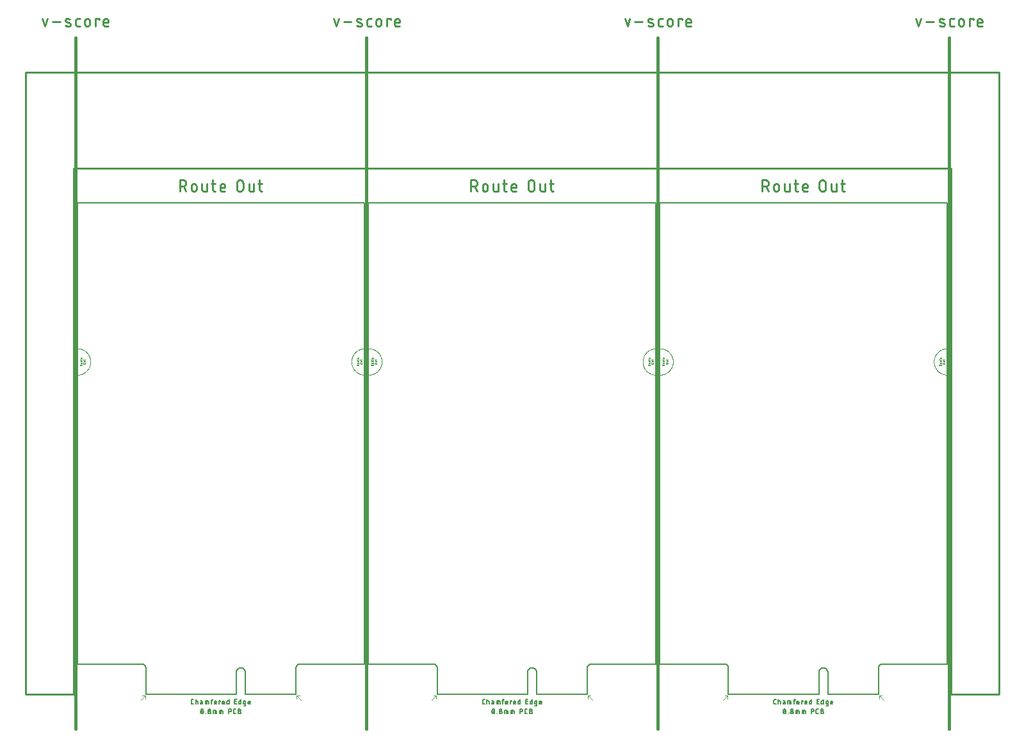
<source format=gko>
G04 EAGLE Gerber RS-274X export*
G75*
%MOMM*%
%FSLAX34Y34*%
%LPD*%
%IN*%
%IPPOS*%
%AMOC8*
5,1,8,0,0,1.08239X$1,22.5*%
G01*
%ADD10C,0.203200*%
%ADD11C,0.279400*%
%ADD12C,0.381000*%
%ADD13C,0.254000*%
%ADD14C,0.127000*%
%ADD15C,0.101600*%
%ADD16C,0.050800*%
%ADD17C,0.025400*%


D10*
X289250Y0D02*
X222250Y0D01*
X210250Y0D02*
X90750Y0D01*
X289250Y0D02*
X289250Y35000D01*
X289248Y35137D01*
X289250Y35274D01*
X289256Y35410D01*
X289266Y35547D01*
X289280Y35683D01*
X289298Y35818D01*
X289319Y35954D01*
X289344Y36088D01*
X289373Y36222D01*
X289406Y36355D01*
X289442Y36486D01*
X289482Y36617D01*
X289526Y36747D01*
X289573Y36875D01*
X289624Y37002D01*
X289678Y37128D01*
X289736Y37252D01*
X289797Y37374D01*
X289862Y37494D01*
X289930Y37613D01*
X290002Y37730D01*
X290076Y37844D01*
X290154Y37957D01*
X290235Y38067D01*
X290319Y38175D01*
X290406Y38280D01*
X290496Y38384D01*
X290589Y38484D01*
X290685Y38582D01*
X290783Y38677D01*
X290884Y38769D01*
X290988Y38859D01*
X291093Y38945D01*
X291202Y39029D01*
X291312Y39109D01*
X291425Y39187D01*
X291540Y39261D01*
X291657Y39332D01*
X291776Y39399D01*
X291897Y39463D01*
X292020Y39524D01*
X292144Y39581D01*
X292270Y39635D01*
X292397Y39686D01*
X292525Y39732D01*
X292655Y39775D01*
X292786Y39815D01*
X292918Y39850D01*
X293051Y39882D01*
X293185Y39911D01*
X293320Y39935D01*
X293455Y39956D01*
X293591Y39973D01*
X293727Y39986D01*
X293863Y39995D01*
X294000Y40000D01*
X380000Y40000D01*
X380000Y650000D01*
X0Y650000D01*
X0Y40000D01*
X90750Y35000D02*
X90750Y0D01*
X90750Y35000D02*
X90745Y35141D01*
X90736Y35282D01*
X90723Y35423D01*
X90706Y35563D01*
X90685Y35703D01*
X90660Y35842D01*
X90631Y35980D01*
X90599Y36118D01*
X90563Y36254D01*
X90523Y36390D01*
X90479Y36524D01*
X90432Y36657D01*
X90381Y36789D01*
X90327Y36920D01*
X90269Y37048D01*
X90207Y37175D01*
X90142Y37301D01*
X90073Y37424D01*
X90001Y37546D01*
X89926Y37666D01*
X89848Y37783D01*
X89766Y37898D01*
X89681Y38011D01*
X89593Y38122D01*
X89502Y38230D01*
X89408Y38335D01*
X89311Y38438D01*
X89212Y38539D01*
X89109Y38636D01*
X89004Y38731D01*
X88897Y38822D01*
X88787Y38911D01*
X88674Y38997D01*
X88560Y39079D01*
X88443Y39158D01*
X88324Y39234D01*
X88203Y39307D01*
X88079Y39376D01*
X87955Y39442D01*
X87828Y39505D01*
X87699Y39564D01*
X87569Y39619D01*
X87438Y39671D01*
X87305Y39719D01*
X87171Y39763D01*
X87036Y39804D01*
X86899Y39841D01*
X86762Y39874D01*
X86624Y39904D01*
X86485Y39929D01*
X86345Y39951D01*
X86205Y39969D01*
X86065Y39983D01*
X85924Y39993D01*
X85783Y40000D01*
X85641Y40002D01*
X85500Y40000D01*
X0Y40000D01*
X222250Y29000D02*
X222250Y0D01*
X210250Y0D02*
X210250Y29000D01*
X210252Y29153D01*
X210258Y29306D01*
X210267Y29459D01*
X210281Y29612D01*
X210298Y29764D01*
X210320Y29916D01*
X210345Y30067D01*
X210374Y30218D01*
X210407Y30368D01*
X210444Y30517D01*
X210484Y30665D01*
X210528Y30811D01*
X210576Y30957D01*
X210628Y31101D01*
X210684Y31244D01*
X210743Y31386D01*
X210805Y31526D01*
X210871Y31664D01*
X210941Y31801D01*
X211014Y31935D01*
X211091Y32068D01*
X211171Y32199D01*
X211254Y32328D01*
X211341Y32454D01*
X211430Y32579D01*
X211523Y32701D01*
X211619Y32820D01*
X211718Y32937D01*
X211820Y33052D01*
X211925Y33164D01*
X212033Y33273D01*
X212143Y33379D01*
X212256Y33483D01*
X212372Y33583D01*
X212490Y33681D01*
X212611Y33775D01*
X212734Y33867D01*
X212859Y33955D01*
X212987Y34040D01*
X213117Y34122D01*
X213248Y34200D01*
X213382Y34275D01*
X213518Y34347D01*
X213655Y34415D01*
X213794Y34479D01*
X213935Y34540D01*
X214077Y34598D01*
X214221Y34651D01*
X214366Y34701D01*
X214512Y34748D01*
X214659Y34790D01*
X214808Y34829D01*
X214957Y34864D01*
X215107Y34895D01*
X215258Y34922D01*
X215409Y34946D01*
X215562Y34965D01*
X215714Y34981D01*
X215867Y34993D01*
X216020Y35001D01*
X216173Y35005D01*
X216327Y35005D01*
X216480Y35001D01*
X216633Y34993D01*
X216786Y34981D01*
X216938Y34965D01*
X217091Y34946D01*
X217242Y34922D01*
X217393Y34895D01*
X217543Y34864D01*
X217692Y34829D01*
X217841Y34790D01*
X217988Y34748D01*
X218134Y34701D01*
X218279Y34651D01*
X218423Y34598D01*
X218565Y34540D01*
X218706Y34479D01*
X218845Y34415D01*
X218982Y34347D01*
X219118Y34275D01*
X219252Y34200D01*
X219383Y34122D01*
X219513Y34040D01*
X219641Y33955D01*
X219766Y33867D01*
X219889Y33775D01*
X220010Y33681D01*
X220128Y33583D01*
X220244Y33483D01*
X220357Y33379D01*
X220467Y33273D01*
X220575Y33164D01*
X220680Y33052D01*
X220782Y32937D01*
X220881Y32820D01*
X220977Y32701D01*
X221070Y32579D01*
X221159Y32454D01*
X221246Y32328D01*
X221329Y32199D01*
X221409Y32068D01*
X221486Y31935D01*
X221559Y31801D01*
X221629Y31664D01*
X221695Y31526D01*
X221757Y31386D01*
X221816Y31244D01*
X221872Y31101D01*
X221924Y30957D01*
X221972Y30811D01*
X222016Y30665D01*
X222056Y30517D01*
X222093Y30368D01*
X222126Y30218D01*
X222155Y30067D01*
X222180Y29916D01*
X222202Y29764D01*
X222219Y29612D01*
X222233Y29459D01*
X222242Y29306D01*
X222248Y29153D01*
X222250Y29000D01*
D11*
X135496Y665378D02*
X135496Y680364D01*
X139659Y680364D01*
X139659Y680365D02*
X139787Y680363D01*
X139915Y680357D01*
X140043Y680347D01*
X140171Y680333D01*
X140298Y680316D01*
X140424Y680294D01*
X140550Y680269D01*
X140674Y680239D01*
X140798Y680206D01*
X140921Y680169D01*
X141043Y680128D01*
X141163Y680084D01*
X141282Y680036D01*
X141399Y679984D01*
X141515Y679929D01*
X141628Y679870D01*
X141741Y679807D01*
X141851Y679741D01*
X141958Y679672D01*
X142064Y679600D01*
X142168Y679524D01*
X142269Y679445D01*
X142368Y679363D01*
X142464Y679278D01*
X142557Y679191D01*
X142648Y679100D01*
X142735Y679007D01*
X142820Y678911D01*
X142902Y678812D01*
X142981Y678711D01*
X143057Y678607D01*
X143129Y678501D01*
X143198Y678394D01*
X143264Y678284D01*
X143327Y678171D01*
X143386Y678058D01*
X143441Y677942D01*
X143493Y677825D01*
X143541Y677706D01*
X143585Y677586D01*
X143626Y677464D01*
X143663Y677341D01*
X143696Y677217D01*
X143726Y677093D01*
X143751Y676967D01*
X143773Y676841D01*
X143790Y676714D01*
X143804Y676586D01*
X143814Y676458D01*
X143820Y676330D01*
X143822Y676202D01*
X143820Y676074D01*
X143814Y675946D01*
X143804Y675818D01*
X143790Y675690D01*
X143773Y675563D01*
X143751Y675437D01*
X143726Y675311D01*
X143696Y675187D01*
X143663Y675063D01*
X143626Y674940D01*
X143585Y674818D01*
X143541Y674698D01*
X143493Y674579D01*
X143441Y674462D01*
X143386Y674346D01*
X143327Y674233D01*
X143264Y674121D01*
X143198Y674010D01*
X143129Y673903D01*
X143057Y673797D01*
X142981Y673693D01*
X142902Y673592D01*
X142820Y673493D01*
X142735Y673397D01*
X142648Y673304D01*
X142557Y673213D01*
X142464Y673126D01*
X142368Y673041D01*
X142269Y672959D01*
X142168Y672880D01*
X142064Y672804D01*
X141958Y672732D01*
X141851Y672663D01*
X141741Y672597D01*
X141628Y672534D01*
X141515Y672475D01*
X141399Y672420D01*
X141282Y672368D01*
X141163Y672320D01*
X141043Y672276D01*
X140921Y672235D01*
X140798Y672198D01*
X140674Y672165D01*
X140550Y672135D01*
X140424Y672110D01*
X140298Y672088D01*
X140171Y672071D01*
X140043Y672057D01*
X139915Y672047D01*
X139787Y672041D01*
X139659Y672039D01*
X135496Y672039D01*
X140491Y672039D02*
X143821Y665378D01*
X150780Y668709D02*
X150780Y672039D01*
X150782Y672153D01*
X150788Y672266D01*
X150797Y672380D01*
X150811Y672492D01*
X150828Y672605D01*
X150850Y672717D01*
X150875Y672827D01*
X150903Y672937D01*
X150936Y673046D01*
X150972Y673154D01*
X151012Y673261D01*
X151056Y673366D01*
X151103Y673469D01*
X151153Y673571D01*
X151207Y673671D01*
X151265Y673769D01*
X151326Y673865D01*
X151389Y673959D01*
X151457Y674051D01*
X151527Y674141D01*
X151600Y674227D01*
X151676Y674312D01*
X151755Y674394D01*
X151837Y674473D01*
X151922Y674549D01*
X152008Y674622D01*
X152098Y674692D01*
X152190Y674760D01*
X152284Y674823D01*
X152380Y674884D01*
X152478Y674942D01*
X152578Y674996D01*
X152680Y675046D01*
X152783Y675093D01*
X152888Y675137D01*
X152995Y675177D01*
X153103Y675213D01*
X153212Y675246D01*
X153322Y675274D01*
X153432Y675299D01*
X153544Y675321D01*
X153657Y675338D01*
X153769Y675352D01*
X153883Y675361D01*
X153996Y675367D01*
X154110Y675369D01*
X154224Y675367D01*
X154337Y675361D01*
X154451Y675352D01*
X154563Y675338D01*
X154676Y675321D01*
X154788Y675299D01*
X154898Y675274D01*
X155008Y675246D01*
X155117Y675213D01*
X155225Y675177D01*
X155332Y675137D01*
X155437Y675093D01*
X155540Y675046D01*
X155642Y674996D01*
X155742Y674942D01*
X155840Y674884D01*
X155936Y674823D01*
X156030Y674760D01*
X156122Y674692D01*
X156212Y674622D01*
X156298Y674549D01*
X156383Y674473D01*
X156465Y674394D01*
X156544Y674312D01*
X156620Y674227D01*
X156693Y674141D01*
X156763Y674051D01*
X156831Y673959D01*
X156894Y673865D01*
X156955Y673769D01*
X157013Y673671D01*
X157067Y673571D01*
X157117Y673469D01*
X157164Y673366D01*
X157208Y673261D01*
X157248Y673154D01*
X157284Y673046D01*
X157317Y672937D01*
X157345Y672827D01*
X157370Y672717D01*
X157392Y672605D01*
X157409Y672492D01*
X157423Y672380D01*
X157432Y672266D01*
X157438Y672153D01*
X157440Y672039D01*
X157440Y668709D01*
X157438Y668595D01*
X157432Y668482D01*
X157423Y668368D01*
X157409Y668256D01*
X157392Y668143D01*
X157370Y668031D01*
X157345Y667921D01*
X157317Y667811D01*
X157284Y667702D01*
X157248Y667594D01*
X157208Y667487D01*
X157164Y667382D01*
X157117Y667279D01*
X157067Y667177D01*
X157013Y667077D01*
X156955Y666979D01*
X156894Y666883D01*
X156831Y666789D01*
X156763Y666697D01*
X156693Y666607D01*
X156620Y666521D01*
X156544Y666436D01*
X156465Y666354D01*
X156383Y666275D01*
X156298Y666199D01*
X156212Y666126D01*
X156122Y666056D01*
X156030Y665988D01*
X155936Y665925D01*
X155840Y665864D01*
X155742Y665806D01*
X155642Y665752D01*
X155540Y665702D01*
X155437Y665655D01*
X155332Y665611D01*
X155225Y665571D01*
X155117Y665535D01*
X155008Y665502D01*
X154898Y665474D01*
X154788Y665449D01*
X154676Y665427D01*
X154563Y665410D01*
X154451Y665396D01*
X154337Y665387D01*
X154224Y665381D01*
X154110Y665379D01*
X153996Y665381D01*
X153883Y665387D01*
X153769Y665396D01*
X153657Y665410D01*
X153544Y665427D01*
X153432Y665449D01*
X153322Y665474D01*
X153212Y665502D01*
X153103Y665535D01*
X152995Y665571D01*
X152888Y665611D01*
X152783Y665655D01*
X152680Y665702D01*
X152578Y665752D01*
X152478Y665806D01*
X152380Y665864D01*
X152284Y665925D01*
X152190Y665988D01*
X152098Y666056D01*
X152008Y666126D01*
X151922Y666199D01*
X151837Y666275D01*
X151755Y666354D01*
X151676Y666436D01*
X151600Y666521D01*
X151527Y666607D01*
X151457Y666697D01*
X151389Y666789D01*
X151326Y666883D01*
X151265Y666979D01*
X151207Y667077D01*
X151153Y667177D01*
X151103Y667279D01*
X151056Y667382D01*
X151012Y667487D01*
X150972Y667594D01*
X150936Y667702D01*
X150903Y667811D01*
X150875Y667921D01*
X150850Y668031D01*
X150828Y668143D01*
X150811Y668256D01*
X150797Y668368D01*
X150788Y668482D01*
X150782Y668595D01*
X150780Y668709D01*
X164848Y667876D02*
X164848Y675369D01*
X164847Y667876D02*
X164849Y667778D01*
X164855Y667680D01*
X164864Y667582D01*
X164878Y667485D01*
X164895Y667389D01*
X164916Y667293D01*
X164941Y667198D01*
X164969Y667104D01*
X165001Y667011D01*
X165037Y666920D01*
X165076Y666830D01*
X165119Y666742D01*
X165166Y666655D01*
X165215Y666571D01*
X165268Y666488D01*
X165324Y666408D01*
X165383Y666330D01*
X165446Y666254D01*
X165511Y666180D01*
X165579Y666110D01*
X165649Y666042D01*
X165723Y665977D01*
X165799Y665914D01*
X165877Y665855D01*
X165957Y665799D01*
X166040Y665746D01*
X166124Y665697D01*
X166211Y665650D01*
X166299Y665607D01*
X166389Y665568D01*
X166480Y665532D01*
X166573Y665500D01*
X166667Y665472D01*
X166762Y665447D01*
X166858Y665426D01*
X166954Y665409D01*
X167051Y665395D01*
X167149Y665386D01*
X167247Y665380D01*
X167345Y665378D01*
X171508Y665378D01*
X171508Y675369D01*
X177489Y675369D02*
X182484Y675369D01*
X179154Y680364D02*
X179154Y667876D01*
X179156Y667778D01*
X179162Y667680D01*
X179171Y667582D01*
X179185Y667485D01*
X179202Y667389D01*
X179223Y667293D01*
X179248Y667198D01*
X179276Y667104D01*
X179308Y667011D01*
X179344Y666920D01*
X179383Y666830D01*
X179426Y666742D01*
X179473Y666655D01*
X179522Y666571D01*
X179575Y666488D01*
X179631Y666408D01*
X179690Y666330D01*
X179753Y666254D01*
X179818Y666180D01*
X179886Y666110D01*
X179956Y666042D01*
X180030Y665977D01*
X180106Y665914D01*
X180184Y665855D01*
X180264Y665799D01*
X180347Y665746D01*
X180431Y665697D01*
X180518Y665650D01*
X180606Y665607D01*
X180696Y665568D01*
X180787Y665532D01*
X180880Y665500D01*
X180974Y665472D01*
X181069Y665447D01*
X181165Y665426D01*
X181261Y665409D01*
X181358Y665395D01*
X181456Y665386D01*
X181554Y665380D01*
X181652Y665378D01*
X182484Y665378D01*
X191313Y665378D02*
X195476Y665378D01*
X191313Y665378D02*
X191215Y665380D01*
X191117Y665386D01*
X191019Y665395D01*
X190922Y665409D01*
X190826Y665426D01*
X190730Y665447D01*
X190635Y665472D01*
X190541Y665500D01*
X190448Y665532D01*
X190357Y665568D01*
X190267Y665607D01*
X190179Y665650D01*
X190092Y665697D01*
X190008Y665746D01*
X189925Y665799D01*
X189845Y665855D01*
X189767Y665914D01*
X189691Y665977D01*
X189617Y666042D01*
X189547Y666110D01*
X189479Y666180D01*
X189414Y666254D01*
X189351Y666330D01*
X189292Y666408D01*
X189236Y666488D01*
X189183Y666571D01*
X189134Y666655D01*
X189087Y666742D01*
X189044Y666830D01*
X189005Y666920D01*
X188969Y667011D01*
X188937Y667104D01*
X188909Y667198D01*
X188884Y667293D01*
X188863Y667389D01*
X188846Y667485D01*
X188832Y667582D01*
X188823Y667680D01*
X188817Y667778D01*
X188815Y667876D01*
X188816Y667876D02*
X188816Y672039D01*
X188818Y672153D01*
X188824Y672266D01*
X188833Y672380D01*
X188847Y672492D01*
X188864Y672605D01*
X188886Y672717D01*
X188911Y672827D01*
X188939Y672937D01*
X188972Y673046D01*
X189008Y673154D01*
X189048Y673261D01*
X189092Y673366D01*
X189139Y673469D01*
X189189Y673571D01*
X189243Y673671D01*
X189301Y673769D01*
X189362Y673865D01*
X189425Y673959D01*
X189493Y674051D01*
X189563Y674141D01*
X189636Y674227D01*
X189712Y674312D01*
X189791Y674394D01*
X189873Y674473D01*
X189958Y674549D01*
X190044Y674622D01*
X190134Y674692D01*
X190226Y674760D01*
X190320Y674823D01*
X190416Y674884D01*
X190514Y674942D01*
X190614Y674996D01*
X190716Y675046D01*
X190819Y675093D01*
X190924Y675137D01*
X191031Y675177D01*
X191139Y675213D01*
X191248Y675246D01*
X191358Y675274D01*
X191468Y675299D01*
X191580Y675321D01*
X191693Y675338D01*
X191805Y675352D01*
X191919Y675361D01*
X192032Y675367D01*
X192146Y675369D01*
X192260Y675367D01*
X192373Y675361D01*
X192487Y675352D01*
X192599Y675338D01*
X192712Y675321D01*
X192824Y675299D01*
X192934Y675274D01*
X193044Y675246D01*
X193153Y675213D01*
X193261Y675177D01*
X193368Y675137D01*
X193473Y675093D01*
X193576Y675046D01*
X193678Y674996D01*
X193778Y674942D01*
X193876Y674884D01*
X193972Y674823D01*
X194066Y674760D01*
X194158Y674692D01*
X194248Y674622D01*
X194334Y674549D01*
X194419Y674473D01*
X194501Y674394D01*
X194580Y674312D01*
X194656Y674227D01*
X194729Y674141D01*
X194799Y674051D01*
X194867Y673959D01*
X194930Y673865D01*
X194991Y673769D01*
X195049Y673671D01*
X195103Y673571D01*
X195153Y673469D01*
X195200Y673366D01*
X195244Y673261D01*
X195284Y673154D01*
X195320Y673046D01*
X195353Y672937D01*
X195381Y672827D01*
X195406Y672717D01*
X195428Y672605D01*
X195445Y672492D01*
X195459Y672380D01*
X195468Y672266D01*
X195474Y672153D01*
X195476Y672039D01*
X195476Y670374D01*
X188816Y670374D01*
X210909Y669541D02*
X210909Y676202D01*
X210911Y676330D01*
X210917Y676458D01*
X210927Y676586D01*
X210941Y676714D01*
X210958Y676841D01*
X210980Y676967D01*
X211005Y677093D01*
X211035Y677217D01*
X211068Y677341D01*
X211105Y677464D01*
X211146Y677586D01*
X211190Y677706D01*
X211238Y677825D01*
X211290Y677942D01*
X211345Y678058D01*
X211404Y678171D01*
X211467Y678284D01*
X211533Y678394D01*
X211602Y678501D01*
X211674Y678607D01*
X211750Y678711D01*
X211829Y678812D01*
X211911Y678911D01*
X211996Y679007D01*
X212083Y679100D01*
X212174Y679191D01*
X212267Y679278D01*
X212363Y679363D01*
X212462Y679445D01*
X212563Y679524D01*
X212667Y679600D01*
X212773Y679672D01*
X212880Y679741D01*
X212991Y679807D01*
X213103Y679870D01*
X213216Y679929D01*
X213332Y679984D01*
X213449Y680036D01*
X213568Y680084D01*
X213688Y680128D01*
X213810Y680169D01*
X213933Y680206D01*
X214057Y680239D01*
X214181Y680269D01*
X214307Y680294D01*
X214433Y680316D01*
X214560Y680333D01*
X214688Y680347D01*
X214816Y680357D01*
X214944Y680363D01*
X215072Y680365D01*
X215200Y680363D01*
X215328Y680357D01*
X215456Y680347D01*
X215584Y680333D01*
X215711Y680316D01*
X215837Y680294D01*
X215963Y680269D01*
X216087Y680239D01*
X216211Y680206D01*
X216334Y680169D01*
X216456Y680128D01*
X216576Y680084D01*
X216695Y680036D01*
X216812Y679984D01*
X216928Y679929D01*
X217041Y679870D01*
X217154Y679807D01*
X217264Y679741D01*
X217371Y679672D01*
X217477Y679600D01*
X217581Y679524D01*
X217682Y679445D01*
X217781Y679363D01*
X217877Y679278D01*
X217970Y679191D01*
X218061Y679100D01*
X218148Y679007D01*
X218233Y678911D01*
X218315Y678812D01*
X218394Y678711D01*
X218470Y678607D01*
X218542Y678501D01*
X218611Y678394D01*
X218677Y678284D01*
X218740Y678171D01*
X218799Y678058D01*
X218854Y677942D01*
X218906Y677825D01*
X218954Y677706D01*
X218998Y677586D01*
X219039Y677464D01*
X219076Y677341D01*
X219109Y677217D01*
X219139Y677093D01*
X219164Y676967D01*
X219186Y676841D01*
X219203Y676714D01*
X219217Y676586D01*
X219227Y676458D01*
X219233Y676330D01*
X219235Y676202D01*
X219234Y676202D02*
X219234Y669541D01*
X219235Y669541D02*
X219233Y669413D01*
X219227Y669285D01*
X219217Y669157D01*
X219203Y669029D01*
X219186Y668902D01*
X219164Y668776D01*
X219139Y668650D01*
X219109Y668526D01*
X219076Y668402D01*
X219039Y668279D01*
X218998Y668157D01*
X218954Y668037D01*
X218906Y667918D01*
X218854Y667801D01*
X218799Y667685D01*
X218740Y667572D01*
X218677Y667460D01*
X218611Y667349D01*
X218542Y667242D01*
X218470Y667136D01*
X218394Y667032D01*
X218315Y666931D01*
X218233Y666832D01*
X218148Y666736D01*
X218061Y666643D01*
X217970Y666552D01*
X217877Y666465D01*
X217781Y666380D01*
X217682Y666298D01*
X217581Y666219D01*
X217477Y666143D01*
X217371Y666071D01*
X217264Y666002D01*
X217153Y665936D01*
X217041Y665873D01*
X216928Y665814D01*
X216812Y665759D01*
X216695Y665707D01*
X216576Y665659D01*
X216456Y665615D01*
X216334Y665574D01*
X216211Y665537D01*
X216087Y665504D01*
X215963Y665474D01*
X215837Y665449D01*
X215711Y665427D01*
X215584Y665410D01*
X215456Y665396D01*
X215328Y665386D01*
X215200Y665380D01*
X215072Y665378D01*
X214944Y665380D01*
X214816Y665386D01*
X214688Y665396D01*
X214560Y665410D01*
X214433Y665427D01*
X214307Y665449D01*
X214181Y665474D01*
X214057Y665504D01*
X213933Y665537D01*
X213810Y665574D01*
X213688Y665615D01*
X213568Y665659D01*
X213449Y665707D01*
X213332Y665759D01*
X213216Y665814D01*
X213103Y665873D01*
X212991Y665936D01*
X212880Y666002D01*
X212773Y666071D01*
X212667Y666143D01*
X212563Y666219D01*
X212462Y666298D01*
X212363Y666380D01*
X212267Y666465D01*
X212174Y666552D01*
X212083Y666643D01*
X211996Y666736D01*
X211911Y666832D01*
X211829Y666931D01*
X211750Y667032D01*
X211674Y667136D01*
X211602Y667242D01*
X211533Y667349D01*
X211467Y667460D01*
X211404Y667572D01*
X211345Y667685D01*
X211290Y667801D01*
X211238Y667918D01*
X211190Y668037D01*
X211146Y668157D01*
X211105Y668279D01*
X211068Y668402D01*
X211035Y668526D01*
X211005Y668650D01*
X210980Y668776D01*
X210958Y668902D01*
X210941Y669029D01*
X210927Y669157D01*
X210917Y669285D01*
X210911Y669413D01*
X210909Y669541D01*
X226851Y667876D02*
X226851Y675369D01*
X226851Y667876D02*
X226853Y667778D01*
X226859Y667680D01*
X226868Y667582D01*
X226882Y667485D01*
X226899Y667389D01*
X226920Y667293D01*
X226945Y667198D01*
X226973Y667104D01*
X227005Y667011D01*
X227041Y666920D01*
X227080Y666830D01*
X227123Y666742D01*
X227170Y666655D01*
X227219Y666571D01*
X227272Y666488D01*
X227328Y666408D01*
X227387Y666330D01*
X227450Y666254D01*
X227515Y666180D01*
X227583Y666110D01*
X227653Y666042D01*
X227727Y665977D01*
X227803Y665914D01*
X227881Y665855D01*
X227961Y665799D01*
X228044Y665746D01*
X228128Y665697D01*
X228215Y665650D01*
X228303Y665607D01*
X228393Y665568D01*
X228484Y665532D01*
X228577Y665500D01*
X228671Y665472D01*
X228766Y665447D01*
X228862Y665426D01*
X228958Y665409D01*
X229055Y665395D01*
X229153Y665386D01*
X229251Y665380D01*
X229349Y665378D01*
X233512Y665378D01*
X233512Y675369D01*
X239493Y675369D02*
X244488Y675369D01*
X241158Y680364D02*
X241158Y667876D01*
X241160Y667778D01*
X241166Y667680D01*
X241175Y667582D01*
X241189Y667485D01*
X241206Y667389D01*
X241227Y667293D01*
X241252Y667198D01*
X241280Y667104D01*
X241312Y667011D01*
X241348Y666920D01*
X241387Y666830D01*
X241430Y666742D01*
X241477Y666655D01*
X241526Y666571D01*
X241579Y666488D01*
X241635Y666408D01*
X241694Y666330D01*
X241757Y666254D01*
X241822Y666180D01*
X241890Y666110D01*
X241960Y666042D01*
X242034Y665977D01*
X242110Y665914D01*
X242188Y665855D01*
X242268Y665799D01*
X242351Y665746D01*
X242435Y665697D01*
X242522Y665650D01*
X242610Y665607D01*
X242700Y665568D01*
X242791Y665532D01*
X242884Y665500D01*
X242978Y665472D01*
X243073Y665447D01*
X243169Y665426D01*
X243265Y665409D01*
X243362Y665395D01*
X243460Y665386D01*
X243558Y665380D01*
X243656Y665378D01*
X244488Y665378D01*
D10*
X607339Y0D02*
X674339Y0D01*
X595339Y0D02*
X475839Y0D01*
X674339Y0D02*
X674339Y35000D01*
X674337Y35137D01*
X674339Y35274D01*
X674345Y35410D01*
X674355Y35547D01*
X674369Y35683D01*
X674387Y35818D01*
X674408Y35954D01*
X674433Y36088D01*
X674462Y36222D01*
X674495Y36355D01*
X674531Y36486D01*
X674571Y36617D01*
X674615Y36747D01*
X674662Y36875D01*
X674713Y37002D01*
X674767Y37128D01*
X674825Y37252D01*
X674886Y37374D01*
X674951Y37494D01*
X675019Y37613D01*
X675091Y37730D01*
X675165Y37844D01*
X675243Y37957D01*
X675324Y38067D01*
X675408Y38175D01*
X675495Y38280D01*
X675585Y38384D01*
X675678Y38484D01*
X675774Y38582D01*
X675872Y38677D01*
X675973Y38769D01*
X676077Y38859D01*
X676182Y38945D01*
X676291Y39029D01*
X676401Y39109D01*
X676514Y39187D01*
X676629Y39261D01*
X676746Y39332D01*
X676865Y39399D01*
X676986Y39463D01*
X677109Y39524D01*
X677233Y39581D01*
X677359Y39635D01*
X677486Y39686D01*
X677614Y39732D01*
X677744Y39775D01*
X677875Y39815D01*
X678007Y39850D01*
X678140Y39882D01*
X678274Y39911D01*
X678409Y39935D01*
X678544Y39956D01*
X678680Y39973D01*
X678816Y39986D01*
X678952Y39995D01*
X679089Y40000D01*
X765089Y40000D01*
X765089Y650000D01*
X385089Y650000D01*
X385089Y40000D01*
X475839Y35000D02*
X475839Y0D01*
X475839Y35000D02*
X475834Y35141D01*
X475825Y35282D01*
X475812Y35423D01*
X475795Y35563D01*
X475774Y35703D01*
X475749Y35842D01*
X475720Y35980D01*
X475688Y36118D01*
X475652Y36254D01*
X475612Y36390D01*
X475568Y36524D01*
X475521Y36657D01*
X475470Y36789D01*
X475416Y36920D01*
X475358Y37048D01*
X475296Y37175D01*
X475231Y37301D01*
X475162Y37424D01*
X475090Y37546D01*
X475015Y37666D01*
X474937Y37783D01*
X474855Y37898D01*
X474770Y38011D01*
X474682Y38122D01*
X474591Y38230D01*
X474497Y38335D01*
X474400Y38438D01*
X474301Y38539D01*
X474198Y38636D01*
X474093Y38731D01*
X473986Y38822D01*
X473876Y38911D01*
X473763Y38997D01*
X473649Y39079D01*
X473532Y39158D01*
X473413Y39234D01*
X473292Y39307D01*
X473168Y39376D01*
X473044Y39442D01*
X472917Y39505D01*
X472788Y39564D01*
X472658Y39619D01*
X472527Y39671D01*
X472394Y39719D01*
X472260Y39763D01*
X472125Y39804D01*
X471988Y39841D01*
X471851Y39874D01*
X471713Y39904D01*
X471574Y39929D01*
X471434Y39951D01*
X471294Y39969D01*
X471154Y39983D01*
X471013Y39993D01*
X470872Y40000D01*
X470730Y40002D01*
X470589Y40000D01*
X385089Y40000D01*
X607339Y29000D02*
X607339Y0D01*
X595339Y0D02*
X595339Y29000D01*
X595341Y29153D01*
X595347Y29306D01*
X595356Y29459D01*
X595370Y29612D01*
X595387Y29764D01*
X595409Y29916D01*
X595434Y30067D01*
X595463Y30218D01*
X595496Y30368D01*
X595533Y30517D01*
X595573Y30665D01*
X595617Y30811D01*
X595665Y30957D01*
X595717Y31101D01*
X595773Y31244D01*
X595832Y31386D01*
X595894Y31526D01*
X595960Y31664D01*
X596030Y31801D01*
X596103Y31935D01*
X596180Y32068D01*
X596260Y32199D01*
X596343Y32328D01*
X596430Y32454D01*
X596519Y32579D01*
X596612Y32701D01*
X596708Y32820D01*
X596807Y32937D01*
X596909Y33052D01*
X597014Y33164D01*
X597122Y33273D01*
X597232Y33379D01*
X597345Y33483D01*
X597461Y33583D01*
X597579Y33681D01*
X597700Y33775D01*
X597823Y33867D01*
X597948Y33955D01*
X598076Y34040D01*
X598206Y34122D01*
X598337Y34200D01*
X598471Y34275D01*
X598607Y34347D01*
X598744Y34415D01*
X598883Y34479D01*
X599024Y34540D01*
X599166Y34598D01*
X599310Y34651D01*
X599455Y34701D01*
X599601Y34748D01*
X599748Y34790D01*
X599897Y34829D01*
X600046Y34864D01*
X600196Y34895D01*
X600347Y34922D01*
X600498Y34946D01*
X600651Y34965D01*
X600803Y34981D01*
X600956Y34993D01*
X601109Y35001D01*
X601262Y35005D01*
X601416Y35005D01*
X601569Y35001D01*
X601722Y34993D01*
X601875Y34981D01*
X602027Y34965D01*
X602180Y34946D01*
X602331Y34922D01*
X602482Y34895D01*
X602632Y34864D01*
X602781Y34829D01*
X602930Y34790D01*
X603077Y34748D01*
X603223Y34701D01*
X603368Y34651D01*
X603512Y34598D01*
X603654Y34540D01*
X603795Y34479D01*
X603934Y34415D01*
X604071Y34347D01*
X604207Y34275D01*
X604341Y34200D01*
X604472Y34122D01*
X604602Y34040D01*
X604730Y33955D01*
X604855Y33867D01*
X604978Y33775D01*
X605099Y33681D01*
X605217Y33583D01*
X605333Y33483D01*
X605446Y33379D01*
X605556Y33273D01*
X605664Y33164D01*
X605769Y33052D01*
X605871Y32937D01*
X605970Y32820D01*
X606066Y32701D01*
X606159Y32579D01*
X606248Y32454D01*
X606335Y32328D01*
X606418Y32199D01*
X606498Y32068D01*
X606575Y31935D01*
X606648Y31801D01*
X606718Y31664D01*
X606784Y31526D01*
X606846Y31386D01*
X606905Y31244D01*
X606961Y31101D01*
X607013Y30957D01*
X607061Y30811D01*
X607105Y30665D01*
X607145Y30517D01*
X607182Y30368D01*
X607215Y30218D01*
X607244Y30067D01*
X607269Y29916D01*
X607291Y29764D01*
X607308Y29612D01*
X607322Y29459D01*
X607331Y29306D01*
X607337Y29153D01*
X607339Y29000D01*
D11*
X520585Y665378D02*
X520585Y680364D01*
X524748Y680364D01*
X524748Y680365D02*
X524876Y680363D01*
X525004Y680357D01*
X525132Y680347D01*
X525260Y680333D01*
X525387Y680316D01*
X525513Y680294D01*
X525639Y680269D01*
X525763Y680239D01*
X525887Y680206D01*
X526010Y680169D01*
X526132Y680128D01*
X526252Y680084D01*
X526371Y680036D01*
X526488Y679984D01*
X526604Y679929D01*
X526717Y679870D01*
X526830Y679807D01*
X526940Y679741D01*
X527047Y679672D01*
X527153Y679600D01*
X527257Y679524D01*
X527358Y679445D01*
X527457Y679363D01*
X527553Y679278D01*
X527646Y679191D01*
X527737Y679100D01*
X527824Y679007D01*
X527909Y678911D01*
X527991Y678812D01*
X528070Y678711D01*
X528146Y678607D01*
X528218Y678501D01*
X528287Y678394D01*
X528353Y678284D01*
X528416Y678171D01*
X528475Y678058D01*
X528530Y677942D01*
X528582Y677825D01*
X528630Y677706D01*
X528674Y677586D01*
X528715Y677464D01*
X528752Y677341D01*
X528785Y677217D01*
X528815Y677093D01*
X528840Y676967D01*
X528862Y676841D01*
X528879Y676714D01*
X528893Y676586D01*
X528903Y676458D01*
X528909Y676330D01*
X528911Y676202D01*
X528909Y676074D01*
X528903Y675946D01*
X528893Y675818D01*
X528879Y675690D01*
X528862Y675563D01*
X528840Y675437D01*
X528815Y675311D01*
X528785Y675187D01*
X528752Y675063D01*
X528715Y674940D01*
X528674Y674818D01*
X528630Y674698D01*
X528582Y674579D01*
X528530Y674462D01*
X528475Y674346D01*
X528416Y674233D01*
X528353Y674121D01*
X528287Y674010D01*
X528218Y673903D01*
X528146Y673797D01*
X528070Y673693D01*
X527991Y673592D01*
X527909Y673493D01*
X527824Y673397D01*
X527737Y673304D01*
X527646Y673213D01*
X527553Y673126D01*
X527457Y673041D01*
X527358Y672959D01*
X527257Y672880D01*
X527153Y672804D01*
X527047Y672732D01*
X526940Y672663D01*
X526830Y672597D01*
X526717Y672534D01*
X526604Y672475D01*
X526488Y672420D01*
X526371Y672368D01*
X526252Y672320D01*
X526132Y672276D01*
X526010Y672235D01*
X525887Y672198D01*
X525763Y672165D01*
X525639Y672135D01*
X525513Y672110D01*
X525387Y672088D01*
X525260Y672071D01*
X525132Y672057D01*
X525004Y672047D01*
X524876Y672041D01*
X524748Y672039D01*
X520585Y672039D01*
X525581Y672039D02*
X528911Y665378D01*
X535869Y668709D02*
X535869Y672039D01*
X535871Y672153D01*
X535877Y672266D01*
X535886Y672380D01*
X535900Y672492D01*
X535917Y672605D01*
X535939Y672717D01*
X535964Y672827D01*
X535992Y672937D01*
X536025Y673046D01*
X536061Y673154D01*
X536101Y673261D01*
X536145Y673366D01*
X536192Y673469D01*
X536242Y673571D01*
X536296Y673671D01*
X536354Y673769D01*
X536415Y673865D01*
X536478Y673959D01*
X536546Y674051D01*
X536616Y674141D01*
X536689Y674227D01*
X536765Y674312D01*
X536844Y674394D01*
X536926Y674473D01*
X537011Y674549D01*
X537097Y674622D01*
X537187Y674692D01*
X537279Y674760D01*
X537373Y674823D01*
X537469Y674884D01*
X537567Y674942D01*
X537667Y674996D01*
X537769Y675046D01*
X537872Y675093D01*
X537977Y675137D01*
X538084Y675177D01*
X538192Y675213D01*
X538301Y675246D01*
X538411Y675274D01*
X538521Y675299D01*
X538633Y675321D01*
X538746Y675338D01*
X538858Y675352D01*
X538972Y675361D01*
X539085Y675367D01*
X539199Y675369D01*
X539313Y675367D01*
X539426Y675361D01*
X539540Y675352D01*
X539652Y675338D01*
X539765Y675321D01*
X539877Y675299D01*
X539987Y675274D01*
X540097Y675246D01*
X540206Y675213D01*
X540314Y675177D01*
X540421Y675137D01*
X540526Y675093D01*
X540629Y675046D01*
X540731Y674996D01*
X540831Y674942D01*
X540929Y674884D01*
X541025Y674823D01*
X541119Y674760D01*
X541211Y674692D01*
X541301Y674622D01*
X541387Y674549D01*
X541472Y674473D01*
X541554Y674394D01*
X541633Y674312D01*
X541709Y674227D01*
X541782Y674141D01*
X541852Y674051D01*
X541920Y673959D01*
X541983Y673865D01*
X542044Y673769D01*
X542102Y673671D01*
X542156Y673571D01*
X542206Y673469D01*
X542253Y673366D01*
X542297Y673261D01*
X542337Y673154D01*
X542373Y673046D01*
X542406Y672937D01*
X542434Y672827D01*
X542459Y672717D01*
X542481Y672605D01*
X542498Y672492D01*
X542512Y672380D01*
X542521Y672266D01*
X542527Y672153D01*
X542529Y672039D01*
X542529Y668709D01*
X542527Y668595D01*
X542521Y668482D01*
X542512Y668368D01*
X542498Y668256D01*
X542481Y668143D01*
X542459Y668031D01*
X542434Y667921D01*
X542406Y667811D01*
X542373Y667702D01*
X542337Y667594D01*
X542297Y667487D01*
X542253Y667382D01*
X542206Y667279D01*
X542156Y667177D01*
X542102Y667077D01*
X542044Y666979D01*
X541983Y666883D01*
X541920Y666789D01*
X541852Y666697D01*
X541782Y666607D01*
X541709Y666521D01*
X541633Y666436D01*
X541554Y666354D01*
X541472Y666275D01*
X541387Y666199D01*
X541301Y666126D01*
X541211Y666056D01*
X541119Y665988D01*
X541025Y665925D01*
X540929Y665864D01*
X540831Y665806D01*
X540731Y665752D01*
X540629Y665702D01*
X540526Y665655D01*
X540421Y665611D01*
X540314Y665571D01*
X540206Y665535D01*
X540097Y665502D01*
X539987Y665474D01*
X539877Y665449D01*
X539765Y665427D01*
X539652Y665410D01*
X539540Y665396D01*
X539426Y665387D01*
X539313Y665381D01*
X539199Y665379D01*
X539085Y665381D01*
X538972Y665387D01*
X538858Y665396D01*
X538746Y665410D01*
X538633Y665427D01*
X538521Y665449D01*
X538411Y665474D01*
X538301Y665502D01*
X538192Y665535D01*
X538084Y665571D01*
X537977Y665611D01*
X537872Y665655D01*
X537769Y665702D01*
X537667Y665752D01*
X537567Y665806D01*
X537469Y665864D01*
X537373Y665925D01*
X537279Y665988D01*
X537187Y666056D01*
X537097Y666126D01*
X537011Y666199D01*
X536926Y666275D01*
X536844Y666354D01*
X536765Y666436D01*
X536689Y666521D01*
X536616Y666607D01*
X536546Y666697D01*
X536478Y666789D01*
X536415Y666883D01*
X536354Y666979D01*
X536296Y667077D01*
X536242Y667177D01*
X536192Y667279D01*
X536145Y667382D01*
X536101Y667487D01*
X536061Y667594D01*
X536025Y667702D01*
X535992Y667811D01*
X535964Y667921D01*
X535939Y668031D01*
X535917Y668143D01*
X535900Y668256D01*
X535886Y668368D01*
X535877Y668482D01*
X535871Y668595D01*
X535869Y668709D01*
X549937Y667876D02*
X549937Y675369D01*
X549937Y667876D02*
X549939Y667778D01*
X549945Y667680D01*
X549954Y667582D01*
X549968Y667485D01*
X549985Y667389D01*
X550006Y667293D01*
X550031Y667198D01*
X550059Y667104D01*
X550091Y667011D01*
X550127Y666920D01*
X550166Y666830D01*
X550209Y666742D01*
X550256Y666655D01*
X550305Y666571D01*
X550358Y666488D01*
X550414Y666408D01*
X550473Y666330D01*
X550536Y666254D01*
X550601Y666180D01*
X550669Y666110D01*
X550739Y666042D01*
X550813Y665977D01*
X550889Y665914D01*
X550967Y665855D01*
X551047Y665799D01*
X551130Y665746D01*
X551214Y665697D01*
X551301Y665650D01*
X551389Y665607D01*
X551479Y665568D01*
X551570Y665532D01*
X551663Y665500D01*
X551757Y665472D01*
X551852Y665447D01*
X551948Y665426D01*
X552044Y665409D01*
X552141Y665395D01*
X552239Y665386D01*
X552337Y665380D01*
X552435Y665378D01*
X556598Y665378D01*
X556598Y675369D01*
X562578Y675369D02*
X567574Y675369D01*
X564243Y680364D02*
X564243Y667876D01*
X564245Y667778D01*
X564251Y667680D01*
X564260Y667582D01*
X564274Y667485D01*
X564291Y667389D01*
X564312Y667293D01*
X564337Y667198D01*
X564365Y667104D01*
X564397Y667011D01*
X564433Y666920D01*
X564472Y666830D01*
X564515Y666742D01*
X564562Y666655D01*
X564611Y666571D01*
X564664Y666488D01*
X564720Y666408D01*
X564779Y666330D01*
X564842Y666254D01*
X564907Y666180D01*
X564975Y666110D01*
X565045Y666042D01*
X565119Y665977D01*
X565195Y665914D01*
X565273Y665855D01*
X565353Y665799D01*
X565436Y665746D01*
X565520Y665697D01*
X565607Y665650D01*
X565695Y665607D01*
X565785Y665568D01*
X565876Y665532D01*
X565969Y665500D01*
X566063Y665472D01*
X566158Y665447D01*
X566254Y665426D01*
X566350Y665409D01*
X566447Y665395D01*
X566545Y665386D01*
X566643Y665380D01*
X566741Y665378D01*
X567574Y665378D01*
X576403Y665378D02*
X580565Y665378D01*
X576403Y665378D02*
X576305Y665380D01*
X576207Y665386D01*
X576109Y665395D01*
X576012Y665409D01*
X575916Y665426D01*
X575820Y665447D01*
X575725Y665472D01*
X575631Y665500D01*
X575538Y665532D01*
X575447Y665568D01*
X575357Y665607D01*
X575269Y665650D01*
X575182Y665697D01*
X575098Y665746D01*
X575015Y665799D01*
X574935Y665855D01*
X574857Y665914D01*
X574781Y665977D01*
X574707Y666042D01*
X574637Y666110D01*
X574569Y666180D01*
X574504Y666254D01*
X574441Y666330D01*
X574382Y666408D01*
X574326Y666488D01*
X574273Y666571D01*
X574224Y666655D01*
X574177Y666742D01*
X574134Y666830D01*
X574095Y666920D01*
X574059Y667011D01*
X574027Y667104D01*
X573999Y667198D01*
X573974Y667293D01*
X573953Y667389D01*
X573936Y667485D01*
X573922Y667582D01*
X573913Y667680D01*
X573907Y667778D01*
X573905Y667876D01*
X573905Y672039D01*
X573907Y672153D01*
X573913Y672266D01*
X573922Y672380D01*
X573936Y672492D01*
X573953Y672605D01*
X573975Y672717D01*
X574000Y672827D01*
X574028Y672937D01*
X574061Y673046D01*
X574097Y673154D01*
X574137Y673261D01*
X574181Y673366D01*
X574228Y673469D01*
X574278Y673571D01*
X574332Y673671D01*
X574390Y673769D01*
X574451Y673865D01*
X574514Y673959D01*
X574582Y674051D01*
X574652Y674141D01*
X574725Y674227D01*
X574801Y674312D01*
X574880Y674394D01*
X574962Y674473D01*
X575047Y674549D01*
X575133Y674622D01*
X575223Y674692D01*
X575315Y674760D01*
X575409Y674823D01*
X575505Y674884D01*
X575603Y674942D01*
X575703Y674996D01*
X575805Y675046D01*
X575908Y675093D01*
X576013Y675137D01*
X576120Y675177D01*
X576228Y675213D01*
X576337Y675246D01*
X576447Y675274D01*
X576557Y675299D01*
X576669Y675321D01*
X576782Y675338D01*
X576894Y675352D01*
X577008Y675361D01*
X577121Y675367D01*
X577235Y675369D01*
X577349Y675367D01*
X577462Y675361D01*
X577576Y675352D01*
X577688Y675338D01*
X577801Y675321D01*
X577913Y675299D01*
X578023Y675274D01*
X578133Y675246D01*
X578242Y675213D01*
X578350Y675177D01*
X578457Y675137D01*
X578562Y675093D01*
X578665Y675046D01*
X578767Y674996D01*
X578867Y674942D01*
X578965Y674884D01*
X579061Y674823D01*
X579155Y674760D01*
X579247Y674692D01*
X579337Y674622D01*
X579423Y674549D01*
X579508Y674473D01*
X579590Y674394D01*
X579669Y674312D01*
X579745Y674227D01*
X579818Y674141D01*
X579888Y674051D01*
X579956Y673959D01*
X580019Y673865D01*
X580080Y673769D01*
X580138Y673671D01*
X580192Y673571D01*
X580242Y673469D01*
X580289Y673366D01*
X580333Y673261D01*
X580373Y673154D01*
X580409Y673046D01*
X580442Y672937D01*
X580470Y672827D01*
X580495Y672717D01*
X580517Y672605D01*
X580534Y672492D01*
X580548Y672380D01*
X580557Y672266D01*
X580563Y672153D01*
X580565Y672039D01*
X580565Y670374D01*
X573905Y670374D01*
X595998Y669541D02*
X595998Y676202D01*
X596000Y676330D01*
X596006Y676458D01*
X596016Y676586D01*
X596030Y676714D01*
X596047Y676841D01*
X596069Y676967D01*
X596094Y677093D01*
X596124Y677217D01*
X596157Y677341D01*
X596194Y677464D01*
X596235Y677586D01*
X596279Y677706D01*
X596327Y677825D01*
X596379Y677942D01*
X596434Y678058D01*
X596493Y678171D01*
X596556Y678284D01*
X596622Y678394D01*
X596691Y678501D01*
X596763Y678607D01*
X596839Y678711D01*
X596918Y678812D01*
X597000Y678911D01*
X597085Y679007D01*
X597172Y679100D01*
X597263Y679191D01*
X597356Y679278D01*
X597452Y679363D01*
X597551Y679445D01*
X597652Y679524D01*
X597756Y679600D01*
X597862Y679672D01*
X597969Y679741D01*
X598080Y679807D01*
X598192Y679870D01*
X598305Y679929D01*
X598421Y679984D01*
X598538Y680036D01*
X598657Y680084D01*
X598777Y680128D01*
X598899Y680169D01*
X599022Y680206D01*
X599146Y680239D01*
X599270Y680269D01*
X599396Y680294D01*
X599522Y680316D01*
X599649Y680333D01*
X599777Y680347D01*
X599905Y680357D01*
X600033Y680363D01*
X600161Y680365D01*
X600289Y680363D01*
X600417Y680357D01*
X600545Y680347D01*
X600673Y680333D01*
X600800Y680316D01*
X600926Y680294D01*
X601052Y680269D01*
X601176Y680239D01*
X601300Y680206D01*
X601423Y680169D01*
X601545Y680128D01*
X601665Y680084D01*
X601784Y680036D01*
X601901Y679984D01*
X602017Y679929D01*
X602130Y679870D01*
X602243Y679807D01*
X602353Y679741D01*
X602460Y679672D01*
X602566Y679600D01*
X602670Y679524D01*
X602771Y679445D01*
X602870Y679363D01*
X602966Y679278D01*
X603059Y679191D01*
X603150Y679100D01*
X603237Y679007D01*
X603322Y678911D01*
X603404Y678812D01*
X603483Y678711D01*
X603559Y678607D01*
X603631Y678501D01*
X603700Y678394D01*
X603766Y678284D01*
X603829Y678171D01*
X603888Y678058D01*
X603943Y677942D01*
X603995Y677825D01*
X604043Y677706D01*
X604087Y677586D01*
X604128Y677464D01*
X604165Y677341D01*
X604198Y677217D01*
X604228Y677093D01*
X604253Y676967D01*
X604275Y676841D01*
X604292Y676714D01*
X604306Y676586D01*
X604316Y676458D01*
X604322Y676330D01*
X604324Y676202D01*
X604324Y669541D01*
X604322Y669413D01*
X604316Y669285D01*
X604306Y669157D01*
X604292Y669029D01*
X604275Y668902D01*
X604253Y668776D01*
X604228Y668650D01*
X604198Y668526D01*
X604165Y668402D01*
X604128Y668279D01*
X604087Y668157D01*
X604043Y668037D01*
X603995Y667918D01*
X603943Y667801D01*
X603888Y667685D01*
X603829Y667572D01*
X603766Y667460D01*
X603700Y667349D01*
X603631Y667242D01*
X603559Y667136D01*
X603483Y667032D01*
X603404Y666931D01*
X603322Y666832D01*
X603237Y666736D01*
X603150Y666643D01*
X603059Y666552D01*
X602966Y666465D01*
X602870Y666380D01*
X602771Y666298D01*
X602670Y666219D01*
X602566Y666143D01*
X602460Y666071D01*
X602353Y666002D01*
X602243Y665936D01*
X602130Y665873D01*
X602017Y665814D01*
X601901Y665759D01*
X601784Y665707D01*
X601665Y665659D01*
X601545Y665615D01*
X601423Y665574D01*
X601300Y665537D01*
X601176Y665504D01*
X601052Y665474D01*
X600926Y665449D01*
X600800Y665427D01*
X600673Y665410D01*
X600545Y665396D01*
X600417Y665386D01*
X600289Y665380D01*
X600161Y665378D01*
X600033Y665380D01*
X599905Y665386D01*
X599777Y665396D01*
X599649Y665410D01*
X599522Y665427D01*
X599396Y665449D01*
X599270Y665474D01*
X599146Y665504D01*
X599022Y665537D01*
X598899Y665574D01*
X598777Y665615D01*
X598657Y665659D01*
X598538Y665707D01*
X598421Y665759D01*
X598305Y665814D01*
X598192Y665873D01*
X598080Y665936D01*
X597969Y666002D01*
X597862Y666071D01*
X597756Y666143D01*
X597652Y666219D01*
X597551Y666298D01*
X597452Y666380D01*
X597356Y666465D01*
X597263Y666552D01*
X597172Y666643D01*
X597085Y666736D01*
X597000Y666832D01*
X596918Y666931D01*
X596839Y667032D01*
X596763Y667136D01*
X596691Y667242D01*
X596622Y667349D01*
X596556Y667460D01*
X596493Y667572D01*
X596434Y667685D01*
X596379Y667801D01*
X596327Y667918D01*
X596279Y668037D01*
X596235Y668157D01*
X596194Y668279D01*
X596157Y668402D01*
X596124Y668526D01*
X596094Y668650D01*
X596069Y668776D01*
X596047Y668902D01*
X596030Y669029D01*
X596016Y669157D01*
X596006Y669285D01*
X596000Y669413D01*
X595998Y669541D01*
X611941Y667876D02*
X611941Y675369D01*
X611941Y667876D02*
X611943Y667778D01*
X611949Y667680D01*
X611958Y667582D01*
X611972Y667485D01*
X611989Y667389D01*
X612010Y667293D01*
X612035Y667198D01*
X612063Y667104D01*
X612095Y667011D01*
X612131Y666920D01*
X612170Y666830D01*
X612213Y666742D01*
X612260Y666655D01*
X612309Y666571D01*
X612362Y666488D01*
X612418Y666408D01*
X612477Y666330D01*
X612540Y666254D01*
X612605Y666180D01*
X612673Y666110D01*
X612743Y666042D01*
X612817Y665977D01*
X612893Y665914D01*
X612971Y665855D01*
X613051Y665799D01*
X613134Y665746D01*
X613218Y665697D01*
X613305Y665650D01*
X613393Y665607D01*
X613483Y665568D01*
X613574Y665532D01*
X613667Y665500D01*
X613761Y665472D01*
X613856Y665447D01*
X613952Y665426D01*
X614048Y665409D01*
X614145Y665395D01*
X614243Y665386D01*
X614341Y665380D01*
X614439Y665378D01*
X618601Y665378D01*
X618601Y675369D01*
X624582Y675369D02*
X629577Y675369D01*
X626247Y680364D02*
X626247Y667876D01*
X626249Y667778D01*
X626255Y667680D01*
X626264Y667582D01*
X626278Y667485D01*
X626295Y667389D01*
X626316Y667293D01*
X626341Y667198D01*
X626369Y667104D01*
X626401Y667011D01*
X626437Y666920D01*
X626476Y666830D01*
X626519Y666742D01*
X626566Y666655D01*
X626615Y666571D01*
X626668Y666488D01*
X626724Y666408D01*
X626783Y666330D01*
X626846Y666254D01*
X626911Y666180D01*
X626979Y666110D01*
X627049Y666042D01*
X627123Y665977D01*
X627199Y665914D01*
X627277Y665855D01*
X627357Y665799D01*
X627440Y665746D01*
X627524Y665697D01*
X627611Y665650D01*
X627699Y665607D01*
X627789Y665568D01*
X627880Y665532D01*
X627973Y665500D01*
X628067Y665472D01*
X628162Y665447D01*
X628258Y665426D01*
X628354Y665409D01*
X628451Y665395D01*
X628549Y665386D01*
X628647Y665380D01*
X628745Y665378D01*
X629577Y665378D01*
D10*
X992403Y0D02*
X1059403Y0D01*
X980403Y0D02*
X860903Y0D01*
X1059403Y0D02*
X1059403Y35000D01*
X1059401Y35137D01*
X1059403Y35274D01*
X1059409Y35410D01*
X1059419Y35547D01*
X1059433Y35683D01*
X1059451Y35818D01*
X1059472Y35954D01*
X1059497Y36088D01*
X1059526Y36222D01*
X1059559Y36355D01*
X1059595Y36486D01*
X1059635Y36617D01*
X1059679Y36747D01*
X1059726Y36875D01*
X1059777Y37002D01*
X1059831Y37128D01*
X1059889Y37252D01*
X1059950Y37374D01*
X1060015Y37494D01*
X1060083Y37613D01*
X1060155Y37730D01*
X1060229Y37844D01*
X1060307Y37957D01*
X1060388Y38067D01*
X1060472Y38175D01*
X1060559Y38280D01*
X1060649Y38384D01*
X1060742Y38484D01*
X1060838Y38582D01*
X1060936Y38677D01*
X1061037Y38769D01*
X1061141Y38859D01*
X1061246Y38945D01*
X1061355Y39029D01*
X1061465Y39109D01*
X1061578Y39187D01*
X1061693Y39261D01*
X1061810Y39332D01*
X1061929Y39399D01*
X1062050Y39463D01*
X1062173Y39524D01*
X1062297Y39581D01*
X1062423Y39635D01*
X1062550Y39686D01*
X1062678Y39732D01*
X1062808Y39775D01*
X1062939Y39815D01*
X1063071Y39850D01*
X1063204Y39882D01*
X1063338Y39911D01*
X1063473Y39935D01*
X1063608Y39956D01*
X1063744Y39973D01*
X1063880Y39986D01*
X1064016Y39995D01*
X1064153Y40000D01*
X1150153Y40000D01*
X1150153Y650000D01*
X770153Y650000D01*
X770153Y40000D01*
X860903Y35000D02*
X860903Y0D01*
X860903Y35000D02*
X860898Y35141D01*
X860889Y35282D01*
X860876Y35423D01*
X860859Y35563D01*
X860838Y35703D01*
X860813Y35842D01*
X860784Y35980D01*
X860752Y36118D01*
X860716Y36254D01*
X860676Y36390D01*
X860632Y36524D01*
X860585Y36657D01*
X860534Y36789D01*
X860480Y36920D01*
X860422Y37048D01*
X860360Y37175D01*
X860295Y37301D01*
X860226Y37424D01*
X860154Y37546D01*
X860079Y37666D01*
X860001Y37783D01*
X859919Y37898D01*
X859834Y38011D01*
X859746Y38122D01*
X859655Y38230D01*
X859561Y38335D01*
X859464Y38438D01*
X859365Y38539D01*
X859262Y38636D01*
X859157Y38731D01*
X859050Y38822D01*
X858940Y38911D01*
X858827Y38997D01*
X858713Y39079D01*
X858596Y39158D01*
X858477Y39234D01*
X858356Y39307D01*
X858232Y39376D01*
X858108Y39442D01*
X857981Y39505D01*
X857852Y39564D01*
X857722Y39619D01*
X857591Y39671D01*
X857458Y39719D01*
X857324Y39763D01*
X857189Y39804D01*
X857052Y39841D01*
X856915Y39874D01*
X856777Y39904D01*
X856638Y39929D01*
X856498Y39951D01*
X856358Y39969D01*
X856218Y39983D01*
X856077Y39993D01*
X855936Y40000D01*
X855794Y40002D01*
X855653Y40000D01*
X770153Y40000D01*
X992403Y29000D02*
X992403Y0D01*
X980403Y0D02*
X980403Y29000D01*
X980405Y29153D01*
X980411Y29306D01*
X980420Y29459D01*
X980434Y29612D01*
X980451Y29764D01*
X980473Y29916D01*
X980498Y30067D01*
X980527Y30218D01*
X980560Y30368D01*
X980597Y30517D01*
X980637Y30665D01*
X980681Y30811D01*
X980729Y30957D01*
X980781Y31101D01*
X980837Y31244D01*
X980896Y31386D01*
X980958Y31526D01*
X981024Y31664D01*
X981094Y31801D01*
X981167Y31935D01*
X981244Y32068D01*
X981324Y32199D01*
X981407Y32328D01*
X981494Y32454D01*
X981583Y32579D01*
X981676Y32701D01*
X981772Y32820D01*
X981871Y32937D01*
X981973Y33052D01*
X982078Y33164D01*
X982186Y33273D01*
X982296Y33379D01*
X982409Y33483D01*
X982525Y33583D01*
X982643Y33681D01*
X982764Y33775D01*
X982887Y33867D01*
X983012Y33955D01*
X983140Y34040D01*
X983270Y34122D01*
X983401Y34200D01*
X983535Y34275D01*
X983671Y34347D01*
X983808Y34415D01*
X983947Y34479D01*
X984088Y34540D01*
X984230Y34598D01*
X984374Y34651D01*
X984519Y34701D01*
X984665Y34748D01*
X984812Y34790D01*
X984961Y34829D01*
X985110Y34864D01*
X985260Y34895D01*
X985411Y34922D01*
X985562Y34946D01*
X985715Y34965D01*
X985867Y34981D01*
X986020Y34993D01*
X986173Y35001D01*
X986326Y35005D01*
X986480Y35005D01*
X986633Y35001D01*
X986786Y34993D01*
X986939Y34981D01*
X987091Y34965D01*
X987244Y34946D01*
X987395Y34922D01*
X987546Y34895D01*
X987696Y34864D01*
X987845Y34829D01*
X987994Y34790D01*
X988141Y34748D01*
X988287Y34701D01*
X988432Y34651D01*
X988576Y34598D01*
X988718Y34540D01*
X988859Y34479D01*
X988998Y34415D01*
X989135Y34347D01*
X989271Y34275D01*
X989405Y34200D01*
X989536Y34122D01*
X989666Y34040D01*
X989794Y33955D01*
X989919Y33867D01*
X990042Y33775D01*
X990163Y33681D01*
X990281Y33583D01*
X990397Y33483D01*
X990510Y33379D01*
X990620Y33273D01*
X990728Y33164D01*
X990833Y33052D01*
X990935Y32937D01*
X991034Y32820D01*
X991130Y32701D01*
X991223Y32579D01*
X991312Y32454D01*
X991399Y32328D01*
X991482Y32199D01*
X991562Y32068D01*
X991639Y31935D01*
X991712Y31801D01*
X991782Y31664D01*
X991848Y31526D01*
X991910Y31386D01*
X991969Y31244D01*
X992025Y31101D01*
X992077Y30957D01*
X992125Y30811D01*
X992169Y30665D01*
X992209Y30517D01*
X992246Y30368D01*
X992279Y30218D01*
X992308Y30067D01*
X992333Y29916D01*
X992355Y29764D01*
X992372Y29612D01*
X992386Y29459D01*
X992395Y29306D01*
X992401Y29153D01*
X992403Y29000D01*
D11*
X905675Y665378D02*
X905675Y680364D01*
X909838Y680364D01*
X909838Y680365D02*
X909966Y680363D01*
X910094Y680357D01*
X910222Y680347D01*
X910350Y680333D01*
X910477Y680316D01*
X910603Y680294D01*
X910729Y680269D01*
X910853Y680239D01*
X910977Y680206D01*
X911100Y680169D01*
X911222Y680128D01*
X911342Y680084D01*
X911461Y680036D01*
X911578Y679984D01*
X911694Y679929D01*
X911807Y679870D01*
X911920Y679807D01*
X912030Y679741D01*
X912137Y679672D01*
X912243Y679600D01*
X912347Y679524D01*
X912448Y679445D01*
X912547Y679363D01*
X912643Y679278D01*
X912736Y679191D01*
X912827Y679100D01*
X912914Y679007D01*
X912999Y678911D01*
X913081Y678812D01*
X913160Y678711D01*
X913236Y678607D01*
X913308Y678501D01*
X913377Y678394D01*
X913443Y678284D01*
X913506Y678171D01*
X913565Y678058D01*
X913620Y677942D01*
X913672Y677825D01*
X913720Y677706D01*
X913764Y677586D01*
X913805Y677464D01*
X913842Y677341D01*
X913875Y677217D01*
X913905Y677093D01*
X913930Y676967D01*
X913952Y676841D01*
X913969Y676714D01*
X913983Y676586D01*
X913993Y676458D01*
X913999Y676330D01*
X914001Y676202D01*
X913999Y676074D01*
X913993Y675946D01*
X913983Y675818D01*
X913969Y675690D01*
X913952Y675563D01*
X913930Y675437D01*
X913905Y675311D01*
X913875Y675187D01*
X913842Y675063D01*
X913805Y674940D01*
X913764Y674818D01*
X913720Y674698D01*
X913672Y674579D01*
X913620Y674462D01*
X913565Y674346D01*
X913506Y674233D01*
X913443Y674121D01*
X913377Y674010D01*
X913308Y673903D01*
X913236Y673797D01*
X913160Y673693D01*
X913081Y673592D01*
X912999Y673493D01*
X912914Y673397D01*
X912827Y673304D01*
X912736Y673213D01*
X912643Y673126D01*
X912547Y673041D01*
X912448Y672959D01*
X912347Y672880D01*
X912243Y672804D01*
X912137Y672732D01*
X912030Y672663D01*
X911920Y672597D01*
X911807Y672534D01*
X911694Y672475D01*
X911578Y672420D01*
X911461Y672368D01*
X911342Y672320D01*
X911222Y672276D01*
X911100Y672235D01*
X910977Y672198D01*
X910853Y672165D01*
X910729Y672135D01*
X910603Y672110D01*
X910477Y672088D01*
X910350Y672071D01*
X910222Y672057D01*
X910094Y672047D01*
X909966Y672041D01*
X909838Y672039D01*
X905675Y672039D01*
X910670Y672039D02*
X914000Y665378D01*
X920958Y668709D02*
X920958Y672039D01*
X920959Y672039D02*
X920961Y672153D01*
X920967Y672266D01*
X920976Y672380D01*
X920990Y672492D01*
X921007Y672605D01*
X921029Y672717D01*
X921054Y672827D01*
X921082Y672937D01*
X921115Y673046D01*
X921151Y673154D01*
X921191Y673261D01*
X921235Y673366D01*
X921282Y673469D01*
X921332Y673571D01*
X921386Y673671D01*
X921444Y673769D01*
X921505Y673865D01*
X921568Y673959D01*
X921636Y674051D01*
X921706Y674141D01*
X921779Y674227D01*
X921855Y674312D01*
X921934Y674394D01*
X922016Y674473D01*
X922101Y674549D01*
X922187Y674622D01*
X922277Y674692D01*
X922369Y674760D01*
X922463Y674823D01*
X922559Y674884D01*
X922657Y674942D01*
X922757Y674996D01*
X922859Y675046D01*
X922962Y675093D01*
X923067Y675137D01*
X923174Y675177D01*
X923282Y675213D01*
X923391Y675246D01*
X923501Y675274D01*
X923611Y675299D01*
X923723Y675321D01*
X923836Y675338D01*
X923948Y675352D01*
X924062Y675361D01*
X924175Y675367D01*
X924289Y675369D01*
X924403Y675367D01*
X924516Y675361D01*
X924630Y675352D01*
X924742Y675338D01*
X924855Y675321D01*
X924967Y675299D01*
X925077Y675274D01*
X925187Y675246D01*
X925296Y675213D01*
X925404Y675177D01*
X925511Y675137D01*
X925616Y675093D01*
X925719Y675046D01*
X925821Y674996D01*
X925921Y674942D01*
X926019Y674884D01*
X926115Y674823D01*
X926209Y674760D01*
X926301Y674692D01*
X926391Y674622D01*
X926477Y674549D01*
X926562Y674473D01*
X926644Y674394D01*
X926723Y674312D01*
X926799Y674227D01*
X926872Y674141D01*
X926942Y674051D01*
X927010Y673959D01*
X927073Y673865D01*
X927134Y673769D01*
X927192Y673671D01*
X927246Y673571D01*
X927296Y673469D01*
X927343Y673366D01*
X927387Y673261D01*
X927427Y673154D01*
X927463Y673046D01*
X927496Y672937D01*
X927524Y672827D01*
X927549Y672717D01*
X927571Y672605D01*
X927588Y672492D01*
X927602Y672380D01*
X927611Y672266D01*
X927617Y672153D01*
X927619Y672039D01*
X927619Y668709D01*
X927617Y668595D01*
X927611Y668482D01*
X927602Y668368D01*
X927588Y668256D01*
X927571Y668143D01*
X927549Y668031D01*
X927524Y667921D01*
X927496Y667811D01*
X927463Y667702D01*
X927427Y667594D01*
X927387Y667487D01*
X927343Y667382D01*
X927296Y667279D01*
X927246Y667177D01*
X927192Y667077D01*
X927134Y666979D01*
X927073Y666883D01*
X927010Y666789D01*
X926942Y666697D01*
X926872Y666607D01*
X926799Y666521D01*
X926723Y666436D01*
X926644Y666354D01*
X926562Y666275D01*
X926477Y666199D01*
X926391Y666126D01*
X926301Y666056D01*
X926209Y665988D01*
X926115Y665925D01*
X926019Y665864D01*
X925921Y665806D01*
X925821Y665752D01*
X925719Y665702D01*
X925616Y665655D01*
X925511Y665611D01*
X925404Y665571D01*
X925296Y665535D01*
X925187Y665502D01*
X925077Y665474D01*
X924967Y665449D01*
X924855Y665427D01*
X924742Y665410D01*
X924630Y665396D01*
X924516Y665387D01*
X924403Y665381D01*
X924289Y665379D01*
X924175Y665381D01*
X924062Y665387D01*
X923948Y665396D01*
X923836Y665410D01*
X923723Y665427D01*
X923611Y665449D01*
X923501Y665474D01*
X923391Y665502D01*
X923282Y665535D01*
X923174Y665571D01*
X923067Y665611D01*
X922962Y665655D01*
X922859Y665702D01*
X922757Y665752D01*
X922657Y665806D01*
X922559Y665864D01*
X922463Y665925D01*
X922369Y665988D01*
X922277Y666056D01*
X922187Y666126D01*
X922101Y666199D01*
X922016Y666275D01*
X921934Y666354D01*
X921855Y666436D01*
X921779Y666521D01*
X921706Y666607D01*
X921636Y666697D01*
X921568Y666789D01*
X921505Y666883D01*
X921444Y666979D01*
X921386Y667077D01*
X921332Y667177D01*
X921282Y667279D01*
X921235Y667382D01*
X921191Y667487D01*
X921151Y667594D01*
X921115Y667702D01*
X921082Y667811D01*
X921054Y667921D01*
X921029Y668031D01*
X921007Y668143D01*
X920990Y668256D01*
X920976Y668368D01*
X920967Y668482D01*
X920961Y668595D01*
X920959Y668709D01*
X935026Y667876D02*
X935026Y675369D01*
X935026Y667876D02*
X935028Y667778D01*
X935034Y667680D01*
X935043Y667582D01*
X935057Y667485D01*
X935074Y667389D01*
X935095Y667293D01*
X935120Y667198D01*
X935148Y667104D01*
X935180Y667011D01*
X935216Y666920D01*
X935255Y666830D01*
X935298Y666742D01*
X935345Y666655D01*
X935394Y666571D01*
X935447Y666488D01*
X935503Y666408D01*
X935562Y666330D01*
X935625Y666254D01*
X935690Y666180D01*
X935758Y666110D01*
X935828Y666042D01*
X935902Y665977D01*
X935978Y665914D01*
X936056Y665855D01*
X936136Y665799D01*
X936219Y665746D01*
X936303Y665697D01*
X936390Y665650D01*
X936478Y665607D01*
X936568Y665568D01*
X936659Y665532D01*
X936752Y665500D01*
X936846Y665472D01*
X936941Y665447D01*
X937037Y665426D01*
X937133Y665409D01*
X937230Y665395D01*
X937328Y665386D01*
X937426Y665380D01*
X937524Y665378D01*
X941687Y665378D01*
X941687Y675369D01*
X947668Y675369D02*
X952663Y675369D01*
X949333Y680364D02*
X949333Y667876D01*
X949335Y667778D01*
X949341Y667680D01*
X949350Y667582D01*
X949364Y667485D01*
X949381Y667389D01*
X949402Y667293D01*
X949427Y667198D01*
X949455Y667104D01*
X949487Y667011D01*
X949523Y666920D01*
X949562Y666830D01*
X949605Y666742D01*
X949652Y666655D01*
X949701Y666571D01*
X949754Y666488D01*
X949810Y666408D01*
X949869Y666330D01*
X949932Y666254D01*
X949997Y666180D01*
X950065Y666110D01*
X950135Y666042D01*
X950209Y665977D01*
X950285Y665914D01*
X950363Y665855D01*
X950443Y665799D01*
X950526Y665746D01*
X950610Y665697D01*
X950697Y665650D01*
X950785Y665607D01*
X950875Y665568D01*
X950966Y665532D01*
X951059Y665500D01*
X951153Y665472D01*
X951248Y665447D01*
X951344Y665426D01*
X951440Y665409D01*
X951537Y665395D01*
X951635Y665386D01*
X951733Y665380D01*
X951831Y665378D01*
X952663Y665378D01*
X961492Y665378D02*
X965655Y665378D01*
X961492Y665378D02*
X961394Y665380D01*
X961296Y665386D01*
X961198Y665395D01*
X961101Y665409D01*
X961005Y665426D01*
X960909Y665447D01*
X960814Y665472D01*
X960720Y665500D01*
X960627Y665532D01*
X960536Y665568D01*
X960446Y665607D01*
X960358Y665650D01*
X960271Y665697D01*
X960187Y665746D01*
X960104Y665799D01*
X960024Y665855D01*
X959946Y665914D01*
X959870Y665977D01*
X959796Y666042D01*
X959726Y666110D01*
X959658Y666180D01*
X959593Y666254D01*
X959530Y666330D01*
X959471Y666408D01*
X959415Y666488D01*
X959362Y666571D01*
X959313Y666655D01*
X959266Y666742D01*
X959223Y666830D01*
X959184Y666920D01*
X959148Y667011D01*
X959116Y667104D01*
X959088Y667198D01*
X959063Y667293D01*
X959042Y667389D01*
X959025Y667485D01*
X959011Y667582D01*
X959002Y667680D01*
X958996Y667778D01*
X958994Y667876D01*
X958994Y672039D01*
X958995Y672039D02*
X958997Y672153D01*
X959003Y672266D01*
X959012Y672380D01*
X959026Y672492D01*
X959043Y672605D01*
X959065Y672717D01*
X959090Y672827D01*
X959118Y672937D01*
X959151Y673046D01*
X959187Y673154D01*
X959227Y673261D01*
X959271Y673366D01*
X959318Y673469D01*
X959368Y673571D01*
X959422Y673671D01*
X959480Y673769D01*
X959541Y673865D01*
X959604Y673959D01*
X959672Y674051D01*
X959742Y674141D01*
X959815Y674227D01*
X959891Y674312D01*
X959970Y674394D01*
X960052Y674473D01*
X960137Y674549D01*
X960223Y674622D01*
X960313Y674692D01*
X960405Y674760D01*
X960499Y674823D01*
X960595Y674884D01*
X960693Y674942D01*
X960793Y674996D01*
X960895Y675046D01*
X960998Y675093D01*
X961103Y675137D01*
X961210Y675177D01*
X961318Y675213D01*
X961427Y675246D01*
X961537Y675274D01*
X961647Y675299D01*
X961759Y675321D01*
X961872Y675338D01*
X961984Y675352D01*
X962098Y675361D01*
X962211Y675367D01*
X962325Y675369D01*
X962439Y675367D01*
X962552Y675361D01*
X962666Y675352D01*
X962778Y675338D01*
X962891Y675321D01*
X963003Y675299D01*
X963113Y675274D01*
X963223Y675246D01*
X963332Y675213D01*
X963440Y675177D01*
X963547Y675137D01*
X963652Y675093D01*
X963755Y675046D01*
X963857Y674996D01*
X963957Y674942D01*
X964055Y674884D01*
X964151Y674823D01*
X964245Y674760D01*
X964337Y674692D01*
X964427Y674622D01*
X964513Y674549D01*
X964598Y674473D01*
X964680Y674394D01*
X964759Y674312D01*
X964835Y674227D01*
X964908Y674141D01*
X964978Y674051D01*
X965046Y673959D01*
X965109Y673865D01*
X965170Y673769D01*
X965228Y673671D01*
X965282Y673571D01*
X965332Y673469D01*
X965379Y673366D01*
X965423Y673261D01*
X965463Y673154D01*
X965499Y673046D01*
X965532Y672937D01*
X965560Y672827D01*
X965585Y672717D01*
X965607Y672605D01*
X965624Y672492D01*
X965638Y672380D01*
X965647Y672266D01*
X965653Y672153D01*
X965655Y672039D01*
X965655Y670374D01*
X958994Y670374D01*
X981088Y669541D02*
X981088Y676202D01*
X981087Y676202D02*
X981089Y676330D01*
X981095Y676458D01*
X981105Y676586D01*
X981119Y676714D01*
X981136Y676841D01*
X981158Y676967D01*
X981183Y677093D01*
X981213Y677217D01*
X981246Y677341D01*
X981283Y677464D01*
X981324Y677586D01*
X981368Y677706D01*
X981416Y677825D01*
X981468Y677942D01*
X981523Y678058D01*
X981582Y678171D01*
X981645Y678284D01*
X981711Y678394D01*
X981780Y678501D01*
X981852Y678607D01*
X981928Y678711D01*
X982007Y678812D01*
X982089Y678911D01*
X982174Y679007D01*
X982261Y679100D01*
X982352Y679191D01*
X982445Y679278D01*
X982541Y679363D01*
X982640Y679445D01*
X982741Y679524D01*
X982845Y679600D01*
X982951Y679672D01*
X983058Y679741D01*
X983169Y679807D01*
X983281Y679870D01*
X983394Y679929D01*
X983510Y679984D01*
X983627Y680036D01*
X983746Y680084D01*
X983866Y680128D01*
X983988Y680169D01*
X984111Y680206D01*
X984235Y680239D01*
X984359Y680269D01*
X984485Y680294D01*
X984611Y680316D01*
X984738Y680333D01*
X984866Y680347D01*
X984994Y680357D01*
X985122Y680363D01*
X985250Y680365D01*
X985378Y680363D01*
X985506Y680357D01*
X985634Y680347D01*
X985762Y680333D01*
X985889Y680316D01*
X986015Y680294D01*
X986141Y680269D01*
X986265Y680239D01*
X986389Y680206D01*
X986512Y680169D01*
X986634Y680128D01*
X986754Y680084D01*
X986873Y680036D01*
X986990Y679984D01*
X987106Y679929D01*
X987219Y679870D01*
X987332Y679807D01*
X987442Y679741D01*
X987549Y679672D01*
X987655Y679600D01*
X987759Y679524D01*
X987860Y679445D01*
X987959Y679363D01*
X988055Y679278D01*
X988148Y679191D01*
X988239Y679100D01*
X988326Y679007D01*
X988411Y678911D01*
X988493Y678812D01*
X988572Y678711D01*
X988648Y678607D01*
X988720Y678501D01*
X988789Y678394D01*
X988855Y678284D01*
X988918Y678171D01*
X988977Y678058D01*
X989032Y677942D01*
X989084Y677825D01*
X989132Y677706D01*
X989176Y677586D01*
X989217Y677464D01*
X989254Y677341D01*
X989287Y677217D01*
X989317Y677093D01*
X989342Y676967D01*
X989364Y676841D01*
X989381Y676714D01*
X989395Y676586D01*
X989405Y676458D01*
X989411Y676330D01*
X989413Y676202D01*
X989413Y669541D01*
X989411Y669413D01*
X989405Y669285D01*
X989395Y669157D01*
X989381Y669029D01*
X989364Y668902D01*
X989342Y668776D01*
X989317Y668650D01*
X989287Y668526D01*
X989254Y668402D01*
X989217Y668279D01*
X989176Y668157D01*
X989132Y668037D01*
X989084Y667918D01*
X989032Y667801D01*
X988977Y667685D01*
X988918Y667572D01*
X988855Y667460D01*
X988789Y667349D01*
X988720Y667242D01*
X988648Y667136D01*
X988572Y667032D01*
X988493Y666931D01*
X988411Y666832D01*
X988326Y666736D01*
X988239Y666643D01*
X988148Y666552D01*
X988055Y666465D01*
X987959Y666380D01*
X987860Y666298D01*
X987759Y666219D01*
X987655Y666143D01*
X987549Y666071D01*
X987442Y666002D01*
X987332Y665936D01*
X987219Y665873D01*
X987106Y665814D01*
X986990Y665759D01*
X986873Y665707D01*
X986754Y665659D01*
X986634Y665615D01*
X986512Y665574D01*
X986389Y665537D01*
X986265Y665504D01*
X986141Y665474D01*
X986015Y665449D01*
X985889Y665427D01*
X985762Y665410D01*
X985634Y665396D01*
X985506Y665386D01*
X985378Y665380D01*
X985250Y665378D01*
X985122Y665380D01*
X984994Y665386D01*
X984866Y665396D01*
X984738Y665410D01*
X984611Y665427D01*
X984485Y665449D01*
X984359Y665474D01*
X984235Y665504D01*
X984111Y665537D01*
X983988Y665574D01*
X983866Y665615D01*
X983746Y665659D01*
X983627Y665707D01*
X983510Y665759D01*
X983394Y665814D01*
X983281Y665873D01*
X983169Y665936D01*
X983058Y666002D01*
X982951Y666071D01*
X982845Y666143D01*
X982741Y666219D01*
X982640Y666298D01*
X982541Y666380D01*
X982445Y666465D01*
X982352Y666552D01*
X982261Y666643D01*
X982174Y666736D01*
X982089Y666832D01*
X982007Y666931D01*
X981928Y667032D01*
X981852Y667136D01*
X981780Y667242D01*
X981711Y667349D01*
X981645Y667460D01*
X981582Y667572D01*
X981523Y667685D01*
X981468Y667801D01*
X981416Y667918D01*
X981368Y668037D01*
X981324Y668157D01*
X981283Y668279D01*
X981246Y668402D01*
X981213Y668526D01*
X981183Y668650D01*
X981158Y668776D01*
X981136Y668902D01*
X981119Y669029D01*
X981105Y669157D01*
X981095Y669285D01*
X981089Y669413D01*
X981087Y669541D01*
X997030Y667876D02*
X997030Y675369D01*
X997030Y667876D02*
X997032Y667778D01*
X997038Y667680D01*
X997047Y667582D01*
X997061Y667485D01*
X997078Y667389D01*
X997099Y667293D01*
X997124Y667198D01*
X997152Y667104D01*
X997184Y667011D01*
X997220Y666920D01*
X997259Y666830D01*
X997302Y666742D01*
X997349Y666655D01*
X997398Y666571D01*
X997451Y666488D01*
X997507Y666408D01*
X997566Y666330D01*
X997629Y666254D01*
X997694Y666180D01*
X997762Y666110D01*
X997832Y666042D01*
X997906Y665977D01*
X997982Y665914D01*
X998060Y665855D01*
X998140Y665799D01*
X998223Y665746D01*
X998307Y665697D01*
X998394Y665650D01*
X998482Y665607D01*
X998572Y665568D01*
X998663Y665532D01*
X998756Y665500D01*
X998850Y665472D01*
X998945Y665447D01*
X999041Y665426D01*
X999137Y665409D01*
X999234Y665395D01*
X999332Y665386D01*
X999430Y665380D01*
X999528Y665378D01*
X1003691Y665378D01*
X1003691Y675369D01*
X1009672Y675369D02*
X1014667Y675369D01*
X1011337Y680364D02*
X1011337Y667876D01*
X1011336Y667876D02*
X1011338Y667778D01*
X1011344Y667680D01*
X1011353Y667582D01*
X1011367Y667485D01*
X1011384Y667389D01*
X1011405Y667293D01*
X1011430Y667198D01*
X1011458Y667104D01*
X1011490Y667011D01*
X1011526Y666920D01*
X1011565Y666830D01*
X1011608Y666742D01*
X1011655Y666655D01*
X1011704Y666571D01*
X1011757Y666488D01*
X1011813Y666408D01*
X1011872Y666330D01*
X1011935Y666254D01*
X1012000Y666180D01*
X1012068Y666110D01*
X1012138Y666042D01*
X1012212Y665977D01*
X1012288Y665914D01*
X1012366Y665855D01*
X1012446Y665799D01*
X1012529Y665746D01*
X1012613Y665697D01*
X1012700Y665650D01*
X1012788Y665607D01*
X1012878Y665568D01*
X1012969Y665532D01*
X1013062Y665500D01*
X1013156Y665472D01*
X1013251Y665447D01*
X1013347Y665426D01*
X1013443Y665409D01*
X1013540Y665395D01*
X1013638Y665386D01*
X1013736Y665380D01*
X1013834Y665378D01*
X1014667Y665378D01*
D12*
X-2540Y868451D02*
X-2540Y-45720D01*
D11*
X-42921Y883818D02*
X-46251Y893809D01*
X-39590Y893809D02*
X-42921Y883818D01*
X-32806Y889646D02*
X-22815Y889646D01*
X-14261Y889646D02*
X-10098Y887981D01*
X-14261Y889646D02*
X-14346Y889682D01*
X-14429Y889722D01*
X-14510Y889765D01*
X-14590Y889812D01*
X-14667Y889862D01*
X-14743Y889915D01*
X-14816Y889971D01*
X-14886Y890031D01*
X-14954Y890093D01*
X-15019Y890158D01*
X-15081Y890226D01*
X-15141Y890297D01*
X-15197Y890370D01*
X-15250Y890445D01*
X-15300Y890523D01*
X-15346Y890602D01*
X-15389Y890684D01*
X-15429Y890767D01*
X-15465Y890852D01*
X-15497Y890938D01*
X-15526Y891026D01*
X-15550Y891115D01*
X-15571Y891205D01*
X-15588Y891295D01*
X-15602Y891386D01*
X-15611Y891478D01*
X-15616Y891570D01*
X-15618Y891662D01*
X-15616Y891754D01*
X-15609Y891846D01*
X-15599Y891938D01*
X-15585Y892029D01*
X-15567Y892120D01*
X-15545Y892209D01*
X-15519Y892298D01*
X-15489Y892385D01*
X-15456Y892471D01*
X-15419Y892555D01*
X-15379Y892638D01*
X-15335Y892719D01*
X-15288Y892798D01*
X-15237Y892875D01*
X-15183Y892950D01*
X-15126Y893023D01*
X-15066Y893093D01*
X-15003Y893160D01*
X-14937Y893224D01*
X-14869Y893286D01*
X-14798Y893345D01*
X-14724Y893400D01*
X-14648Y893453D01*
X-14570Y893502D01*
X-14490Y893548D01*
X-14409Y893590D01*
X-14325Y893629D01*
X-14240Y893664D01*
X-14153Y893695D01*
X-14065Y893723D01*
X-13976Y893747D01*
X-13886Y893767D01*
X-13796Y893784D01*
X-13704Y893796D01*
X-13612Y893805D01*
X-13520Y893809D01*
X-13428Y893810D01*
X-13428Y893809D02*
X-13201Y893803D01*
X-12974Y893792D01*
X-12747Y893775D01*
X-12521Y893752D01*
X-12295Y893725D01*
X-12070Y893691D01*
X-11846Y893653D01*
X-11623Y893609D01*
X-11401Y893560D01*
X-11180Y893505D01*
X-10961Y893445D01*
X-10743Y893380D01*
X-10527Y893309D01*
X-10313Y893234D01*
X-10100Y893153D01*
X-9890Y893067D01*
X-9681Y892976D01*
X-10098Y887982D02*
X-10013Y887946D01*
X-9930Y887906D01*
X-9849Y887863D01*
X-9769Y887816D01*
X-9692Y887766D01*
X-9616Y887713D01*
X-9543Y887657D01*
X-9473Y887597D01*
X-9405Y887535D01*
X-9340Y887470D01*
X-9278Y887402D01*
X-9218Y887331D01*
X-9162Y887258D01*
X-9109Y887183D01*
X-9059Y887105D01*
X-9013Y887026D01*
X-8970Y886944D01*
X-8930Y886861D01*
X-8894Y886776D01*
X-8862Y886690D01*
X-8833Y886602D01*
X-8809Y886513D01*
X-8788Y886423D01*
X-8771Y886333D01*
X-8757Y886242D01*
X-8748Y886150D01*
X-8743Y886058D01*
X-8741Y885966D01*
X-8743Y885874D01*
X-8750Y885782D01*
X-8760Y885690D01*
X-8774Y885599D01*
X-8792Y885508D01*
X-8814Y885419D01*
X-8840Y885330D01*
X-8870Y885243D01*
X-8903Y885157D01*
X-8940Y885073D01*
X-8980Y884990D01*
X-9024Y884909D01*
X-9071Y884830D01*
X-9122Y884753D01*
X-9176Y884678D01*
X-9233Y884605D01*
X-9293Y884535D01*
X-9356Y884468D01*
X-9422Y884404D01*
X-9490Y884342D01*
X-9561Y884283D01*
X-9635Y884228D01*
X-9711Y884175D01*
X-9789Y884126D01*
X-9869Y884080D01*
X-9950Y884038D01*
X-10034Y883999D01*
X-10119Y883964D01*
X-10206Y883933D01*
X-10294Y883905D01*
X-10383Y883881D01*
X-10473Y883861D01*
X-10563Y883844D01*
X-10655Y883832D01*
X-10747Y883823D01*
X-10839Y883819D01*
X-10931Y883818D01*
X-11265Y883827D01*
X-11598Y883844D01*
X-11931Y883868D01*
X-12264Y883901D01*
X-12595Y883941D01*
X-12926Y883989D01*
X-13255Y884045D01*
X-13583Y884108D01*
X-13909Y884180D01*
X-14233Y884259D01*
X-14556Y884345D01*
X-14876Y884440D01*
X-15194Y884542D01*
X-15510Y884651D01*
X562Y883818D02*
X3892Y883818D01*
X562Y883818D02*
X464Y883820D01*
X366Y883826D01*
X268Y883835D01*
X171Y883849D01*
X75Y883866D01*
X-21Y883887D01*
X-116Y883912D01*
X-210Y883940D01*
X-303Y883972D01*
X-394Y884008D01*
X-484Y884047D01*
X-572Y884090D01*
X-659Y884137D01*
X-743Y884186D01*
X-826Y884239D01*
X-906Y884295D01*
X-985Y884354D01*
X-1060Y884417D01*
X-1134Y884482D01*
X-1204Y884550D01*
X-1272Y884620D01*
X-1338Y884694D01*
X-1400Y884770D01*
X-1459Y884848D01*
X-1515Y884928D01*
X-1568Y885011D01*
X-1618Y885095D01*
X-1664Y885182D01*
X-1707Y885270D01*
X-1746Y885360D01*
X-1782Y885451D01*
X-1814Y885544D01*
X-1842Y885638D01*
X-1867Y885733D01*
X-1888Y885829D01*
X-1905Y885925D01*
X-1919Y886022D01*
X-1928Y886120D01*
X-1934Y886218D01*
X-1936Y886316D01*
X-1936Y891311D01*
X-1934Y891409D01*
X-1928Y891507D01*
X-1919Y891605D01*
X-1905Y891702D01*
X-1888Y891798D01*
X-1867Y891894D01*
X-1842Y891989D01*
X-1814Y892083D01*
X-1782Y892176D01*
X-1746Y892267D01*
X-1707Y892357D01*
X-1664Y892445D01*
X-1617Y892532D01*
X-1568Y892616D01*
X-1515Y892699D01*
X-1459Y892779D01*
X-1400Y892857D01*
X-1337Y892933D01*
X-1272Y893007D01*
X-1204Y893077D01*
X-1134Y893145D01*
X-1060Y893210D01*
X-984Y893273D01*
X-906Y893332D01*
X-826Y893388D01*
X-743Y893441D01*
X-659Y893490D01*
X-572Y893537D01*
X-484Y893580D01*
X-394Y893619D01*
X-303Y893655D01*
X-210Y893687D01*
X-116Y893715D01*
X-21Y893740D01*
X75Y893761D01*
X171Y893778D01*
X268Y893792D01*
X366Y893801D01*
X464Y893807D01*
X562Y893809D01*
X3892Y893809D01*
X10022Y890479D02*
X10022Y887149D01*
X10022Y890479D02*
X10024Y890593D01*
X10030Y890706D01*
X10039Y890820D01*
X10053Y890932D01*
X10070Y891045D01*
X10092Y891157D01*
X10117Y891267D01*
X10145Y891377D01*
X10178Y891486D01*
X10214Y891594D01*
X10254Y891701D01*
X10298Y891806D01*
X10345Y891909D01*
X10395Y892011D01*
X10449Y892111D01*
X10507Y892209D01*
X10568Y892305D01*
X10631Y892399D01*
X10699Y892491D01*
X10769Y892581D01*
X10842Y892667D01*
X10918Y892752D01*
X10997Y892834D01*
X11079Y892913D01*
X11164Y892989D01*
X11250Y893062D01*
X11340Y893132D01*
X11432Y893200D01*
X11526Y893263D01*
X11622Y893324D01*
X11720Y893382D01*
X11820Y893436D01*
X11922Y893486D01*
X12025Y893533D01*
X12130Y893577D01*
X12237Y893617D01*
X12345Y893653D01*
X12454Y893686D01*
X12564Y893714D01*
X12674Y893739D01*
X12786Y893761D01*
X12899Y893778D01*
X13011Y893792D01*
X13125Y893801D01*
X13238Y893807D01*
X13352Y893809D01*
X13466Y893807D01*
X13579Y893801D01*
X13693Y893792D01*
X13805Y893778D01*
X13918Y893761D01*
X14030Y893739D01*
X14140Y893714D01*
X14250Y893686D01*
X14359Y893653D01*
X14467Y893617D01*
X14574Y893577D01*
X14679Y893533D01*
X14782Y893486D01*
X14884Y893436D01*
X14984Y893382D01*
X15082Y893324D01*
X15178Y893263D01*
X15272Y893200D01*
X15364Y893132D01*
X15454Y893062D01*
X15540Y892989D01*
X15625Y892913D01*
X15707Y892834D01*
X15786Y892752D01*
X15862Y892667D01*
X15935Y892581D01*
X16005Y892491D01*
X16073Y892399D01*
X16136Y892305D01*
X16197Y892209D01*
X16255Y892111D01*
X16309Y892011D01*
X16359Y891909D01*
X16406Y891806D01*
X16450Y891701D01*
X16490Y891594D01*
X16526Y891486D01*
X16559Y891377D01*
X16587Y891267D01*
X16612Y891157D01*
X16634Y891045D01*
X16651Y890932D01*
X16665Y890820D01*
X16674Y890706D01*
X16680Y890593D01*
X16682Y890479D01*
X16682Y887149D01*
X16680Y887035D01*
X16674Y886922D01*
X16665Y886808D01*
X16651Y886696D01*
X16634Y886583D01*
X16612Y886471D01*
X16587Y886361D01*
X16559Y886251D01*
X16526Y886142D01*
X16490Y886034D01*
X16450Y885927D01*
X16406Y885822D01*
X16359Y885719D01*
X16309Y885617D01*
X16255Y885517D01*
X16197Y885419D01*
X16136Y885323D01*
X16073Y885229D01*
X16005Y885137D01*
X15935Y885047D01*
X15862Y884961D01*
X15786Y884876D01*
X15707Y884794D01*
X15625Y884715D01*
X15540Y884639D01*
X15454Y884566D01*
X15364Y884496D01*
X15272Y884428D01*
X15178Y884365D01*
X15082Y884304D01*
X14984Y884246D01*
X14884Y884192D01*
X14782Y884142D01*
X14679Y884095D01*
X14574Y884051D01*
X14467Y884011D01*
X14359Y883975D01*
X14250Y883942D01*
X14140Y883914D01*
X14030Y883889D01*
X13918Y883867D01*
X13805Y883850D01*
X13693Y883836D01*
X13579Y883827D01*
X13466Y883821D01*
X13352Y883819D01*
X13238Y883821D01*
X13125Y883827D01*
X13011Y883836D01*
X12899Y883850D01*
X12786Y883867D01*
X12674Y883889D01*
X12564Y883914D01*
X12454Y883942D01*
X12345Y883975D01*
X12237Y884011D01*
X12130Y884051D01*
X12025Y884095D01*
X11922Y884142D01*
X11820Y884192D01*
X11720Y884246D01*
X11622Y884304D01*
X11526Y884365D01*
X11432Y884428D01*
X11340Y884496D01*
X11250Y884566D01*
X11164Y884639D01*
X11079Y884715D01*
X10997Y884794D01*
X10918Y884876D01*
X10842Y884961D01*
X10769Y885047D01*
X10699Y885137D01*
X10631Y885229D01*
X10568Y885323D01*
X10507Y885419D01*
X10449Y885517D01*
X10395Y885617D01*
X10345Y885719D01*
X10298Y885822D01*
X10254Y885927D01*
X10214Y886034D01*
X10178Y886142D01*
X10145Y886251D01*
X10117Y886361D01*
X10092Y886471D01*
X10070Y886583D01*
X10053Y886696D01*
X10039Y886808D01*
X10030Y886922D01*
X10024Y887035D01*
X10022Y887149D01*
X24218Y883818D02*
X24218Y893809D01*
X29213Y893809D01*
X29213Y892144D01*
X37008Y883818D02*
X41171Y883818D01*
X37008Y883818D02*
X36910Y883820D01*
X36812Y883826D01*
X36714Y883835D01*
X36617Y883849D01*
X36521Y883866D01*
X36425Y883887D01*
X36330Y883912D01*
X36236Y883940D01*
X36143Y883972D01*
X36052Y884008D01*
X35962Y884047D01*
X35874Y884090D01*
X35787Y884137D01*
X35703Y884186D01*
X35620Y884239D01*
X35540Y884295D01*
X35462Y884354D01*
X35386Y884417D01*
X35312Y884482D01*
X35242Y884550D01*
X35174Y884620D01*
X35109Y884694D01*
X35046Y884770D01*
X34987Y884848D01*
X34931Y884928D01*
X34878Y885011D01*
X34829Y885095D01*
X34782Y885182D01*
X34739Y885270D01*
X34700Y885360D01*
X34664Y885451D01*
X34632Y885544D01*
X34604Y885638D01*
X34579Y885733D01*
X34558Y885829D01*
X34541Y885925D01*
X34527Y886022D01*
X34518Y886120D01*
X34512Y886218D01*
X34510Y886316D01*
X34510Y890479D01*
X34511Y890479D02*
X34513Y890593D01*
X34519Y890706D01*
X34528Y890820D01*
X34542Y890932D01*
X34559Y891045D01*
X34581Y891157D01*
X34606Y891267D01*
X34634Y891377D01*
X34667Y891486D01*
X34703Y891594D01*
X34743Y891701D01*
X34787Y891806D01*
X34834Y891909D01*
X34884Y892011D01*
X34938Y892111D01*
X34996Y892209D01*
X35057Y892305D01*
X35120Y892399D01*
X35188Y892491D01*
X35258Y892581D01*
X35331Y892667D01*
X35407Y892752D01*
X35486Y892834D01*
X35568Y892913D01*
X35653Y892989D01*
X35739Y893062D01*
X35829Y893132D01*
X35921Y893200D01*
X36015Y893263D01*
X36111Y893324D01*
X36209Y893382D01*
X36309Y893436D01*
X36411Y893486D01*
X36514Y893533D01*
X36619Y893577D01*
X36726Y893617D01*
X36834Y893653D01*
X36943Y893686D01*
X37053Y893714D01*
X37163Y893739D01*
X37275Y893761D01*
X37388Y893778D01*
X37500Y893792D01*
X37614Y893801D01*
X37727Y893807D01*
X37841Y893809D01*
X37955Y893807D01*
X38068Y893801D01*
X38182Y893792D01*
X38294Y893778D01*
X38407Y893761D01*
X38519Y893739D01*
X38629Y893714D01*
X38739Y893686D01*
X38848Y893653D01*
X38956Y893617D01*
X39063Y893577D01*
X39168Y893533D01*
X39271Y893486D01*
X39373Y893436D01*
X39473Y893382D01*
X39571Y893324D01*
X39667Y893263D01*
X39761Y893200D01*
X39853Y893132D01*
X39943Y893062D01*
X40029Y892989D01*
X40114Y892913D01*
X40196Y892834D01*
X40275Y892752D01*
X40351Y892667D01*
X40424Y892581D01*
X40494Y892491D01*
X40562Y892399D01*
X40625Y892305D01*
X40686Y892209D01*
X40744Y892111D01*
X40798Y892011D01*
X40848Y891909D01*
X40895Y891806D01*
X40939Y891701D01*
X40979Y891594D01*
X41015Y891486D01*
X41048Y891377D01*
X41076Y891267D01*
X41101Y891157D01*
X41123Y891045D01*
X41140Y890932D01*
X41154Y890820D01*
X41163Y890706D01*
X41169Y890593D01*
X41171Y890479D01*
X41171Y888814D01*
X34510Y888814D01*
D12*
X382549Y868451D02*
X382549Y-45720D01*
D11*
X342169Y883818D02*
X338839Y893809D01*
X345499Y893809D02*
X342169Y883818D01*
X352284Y889646D02*
X362274Y889646D01*
X370829Y889646D02*
X374992Y887981D01*
X370828Y889646D02*
X370743Y889682D01*
X370660Y889722D01*
X370579Y889765D01*
X370499Y889812D01*
X370422Y889862D01*
X370346Y889915D01*
X370273Y889971D01*
X370203Y890031D01*
X370135Y890093D01*
X370070Y890158D01*
X370008Y890226D01*
X369948Y890297D01*
X369892Y890370D01*
X369839Y890445D01*
X369789Y890523D01*
X369743Y890602D01*
X369700Y890684D01*
X369660Y890767D01*
X369624Y890852D01*
X369592Y890938D01*
X369563Y891026D01*
X369539Y891115D01*
X369518Y891205D01*
X369501Y891295D01*
X369487Y891386D01*
X369478Y891478D01*
X369473Y891570D01*
X369471Y891662D01*
X369473Y891754D01*
X369480Y891846D01*
X369490Y891938D01*
X369504Y892029D01*
X369522Y892120D01*
X369544Y892209D01*
X369570Y892298D01*
X369600Y892385D01*
X369633Y892471D01*
X369670Y892555D01*
X369710Y892638D01*
X369754Y892719D01*
X369801Y892798D01*
X369852Y892875D01*
X369906Y892950D01*
X369963Y893023D01*
X370023Y893093D01*
X370086Y893160D01*
X370152Y893224D01*
X370220Y893286D01*
X370291Y893345D01*
X370365Y893400D01*
X370441Y893453D01*
X370519Y893502D01*
X370599Y893548D01*
X370680Y893590D01*
X370764Y893629D01*
X370849Y893664D01*
X370936Y893695D01*
X371024Y893723D01*
X371113Y893747D01*
X371203Y893767D01*
X371293Y893784D01*
X371385Y893796D01*
X371477Y893805D01*
X371569Y893809D01*
X371661Y893810D01*
X371661Y893809D02*
X371888Y893803D01*
X372115Y893792D01*
X372342Y893775D01*
X372568Y893752D01*
X372794Y893725D01*
X373019Y893691D01*
X373243Y893653D01*
X373466Y893609D01*
X373688Y893560D01*
X373909Y893505D01*
X374128Y893445D01*
X374346Y893380D01*
X374562Y893309D01*
X374776Y893234D01*
X374989Y893153D01*
X375199Y893067D01*
X375408Y892976D01*
X374992Y887982D02*
X375077Y887946D01*
X375160Y887906D01*
X375241Y887863D01*
X375321Y887816D01*
X375398Y887766D01*
X375474Y887713D01*
X375547Y887657D01*
X375617Y887597D01*
X375685Y887535D01*
X375750Y887470D01*
X375812Y887402D01*
X375872Y887331D01*
X375928Y887258D01*
X375981Y887183D01*
X376031Y887105D01*
X376077Y887026D01*
X376120Y886944D01*
X376160Y886861D01*
X376196Y886776D01*
X376228Y886690D01*
X376257Y886602D01*
X376281Y886513D01*
X376302Y886423D01*
X376319Y886333D01*
X376333Y886242D01*
X376342Y886150D01*
X376347Y886058D01*
X376349Y885966D01*
X376347Y885874D01*
X376340Y885782D01*
X376330Y885690D01*
X376316Y885599D01*
X376298Y885508D01*
X376276Y885419D01*
X376250Y885330D01*
X376220Y885243D01*
X376187Y885157D01*
X376150Y885073D01*
X376110Y884990D01*
X376066Y884909D01*
X376019Y884830D01*
X375968Y884753D01*
X375914Y884678D01*
X375857Y884605D01*
X375797Y884535D01*
X375734Y884468D01*
X375668Y884404D01*
X375600Y884342D01*
X375529Y884283D01*
X375455Y884228D01*
X375379Y884175D01*
X375301Y884126D01*
X375221Y884080D01*
X375140Y884038D01*
X375056Y883999D01*
X374971Y883964D01*
X374884Y883933D01*
X374796Y883905D01*
X374707Y883881D01*
X374617Y883861D01*
X374527Y883844D01*
X374435Y883832D01*
X374343Y883823D01*
X374251Y883819D01*
X374159Y883818D01*
X373825Y883827D01*
X373492Y883844D01*
X373159Y883868D01*
X372826Y883901D01*
X372495Y883941D01*
X372164Y883989D01*
X371835Y884045D01*
X371507Y884108D01*
X371181Y884180D01*
X370857Y884259D01*
X370534Y884345D01*
X370214Y884440D01*
X369896Y884542D01*
X369580Y884651D01*
X385651Y883818D02*
X388981Y883818D01*
X385651Y883818D02*
X385553Y883820D01*
X385455Y883826D01*
X385357Y883835D01*
X385260Y883849D01*
X385164Y883866D01*
X385068Y883887D01*
X384973Y883912D01*
X384879Y883940D01*
X384786Y883972D01*
X384695Y884008D01*
X384605Y884047D01*
X384517Y884090D01*
X384430Y884137D01*
X384346Y884186D01*
X384263Y884239D01*
X384183Y884295D01*
X384105Y884354D01*
X384029Y884417D01*
X383955Y884482D01*
X383885Y884550D01*
X383817Y884620D01*
X383752Y884694D01*
X383689Y884770D01*
X383630Y884848D01*
X383574Y884928D01*
X383521Y885011D01*
X383472Y885095D01*
X383425Y885182D01*
X383382Y885270D01*
X383343Y885360D01*
X383307Y885451D01*
X383275Y885544D01*
X383247Y885638D01*
X383222Y885733D01*
X383201Y885829D01*
X383184Y885925D01*
X383170Y886022D01*
X383161Y886120D01*
X383155Y886218D01*
X383153Y886316D01*
X383153Y891311D01*
X383155Y891409D01*
X383161Y891507D01*
X383170Y891605D01*
X383184Y891702D01*
X383201Y891798D01*
X383222Y891894D01*
X383247Y891989D01*
X383275Y892083D01*
X383307Y892176D01*
X383343Y892267D01*
X383382Y892357D01*
X383425Y892445D01*
X383472Y892532D01*
X383521Y892616D01*
X383574Y892699D01*
X383630Y892779D01*
X383689Y892858D01*
X383752Y892933D01*
X383817Y893007D01*
X383885Y893077D01*
X383955Y893145D01*
X384029Y893211D01*
X384105Y893273D01*
X384183Y893332D01*
X384263Y893388D01*
X384346Y893441D01*
X384430Y893491D01*
X384517Y893537D01*
X384605Y893580D01*
X384695Y893619D01*
X384786Y893655D01*
X384879Y893687D01*
X384973Y893715D01*
X385068Y893740D01*
X385164Y893761D01*
X385260Y893778D01*
X385357Y893792D01*
X385455Y893801D01*
X385553Y893807D01*
X385651Y893809D01*
X388981Y893809D01*
X395111Y890479D02*
X395111Y887149D01*
X395111Y890479D02*
X395113Y890593D01*
X395119Y890706D01*
X395128Y890820D01*
X395142Y890932D01*
X395159Y891045D01*
X395181Y891157D01*
X395206Y891267D01*
X395234Y891377D01*
X395267Y891486D01*
X395303Y891594D01*
X395343Y891701D01*
X395387Y891806D01*
X395434Y891909D01*
X395484Y892011D01*
X395538Y892111D01*
X395596Y892209D01*
X395657Y892305D01*
X395720Y892399D01*
X395788Y892491D01*
X395858Y892581D01*
X395931Y892667D01*
X396007Y892752D01*
X396086Y892834D01*
X396168Y892913D01*
X396253Y892989D01*
X396339Y893062D01*
X396429Y893132D01*
X396521Y893200D01*
X396615Y893263D01*
X396711Y893324D01*
X396809Y893382D01*
X396909Y893436D01*
X397011Y893486D01*
X397114Y893533D01*
X397219Y893577D01*
X397326Y893617D01*
X397434Y893653D01*
X397543Y893686D01*
X397653Y893714D01*
X397763Y893739D01*
X397875Y893761D01*
X397988Y893778D01*
X398100Y893792D01*
X398214Y893801D01*
X398327Y893807D01*
X398441Y893809D01*
X398555Y893807D01*
X398668Y893801D01*
X398782Y893792D01*
X398894Y893778D01*
X399007Y893761D01*
X399119Y893739D01*
X399229Y893714D01*
X399339Y893686D01*
X399448Y893653D01*
X399556Y893617D01*
X399663Y893577D01*
X399768Y893533D01*
X399871Y893486D01*
X399973Y893436D01*
X400073Y893382D01*
X400171Y893324D01*
X400267Y893263D01*
X400361Y893200D01*
X400453Y893132D01*
X400543Y893062D01*
X400629Y892989D01*
X400714Y892913D01*
X400796Y892834D01*
X400875Y892752D01*
X400951Y892667D01*
X401024Y892581D01*
X401094Y892491D01*
X401162Y892399D01*
X401225Y892305D01*
X401286Y892209D01*
X401344Y892111D01*
X401398Y892011D01*
X401448Y891909D01*
X401495Y891806D01*
X401539Y891701D01*
X401579Y891594D01*
X401615Y891486D01*
X401648Y891377D01*
X401676Y891267D01*
X401701Y891157D01*
X401723Y891045D01*
X401740Y890932D01*
X401754Y890820D01*
X401763Y890706D01*
X401769Y890593D01*
X401771Y890479D01*
X401771Y887149D01*
X401769Y887035D01*
X401763Y886922D01*
X401754Y886808D01*
X401740Y886696D01*
X401723Y886583D01*
X401701Y886471D01*
X401676Y886361D01*
X401648Y886251D01*
X401615Y886142D01*
X401579Y886034D01*
X401539Y885927D01*
X401495Y885822D01*
X401448Y885719D01*
X401398Y885617D01*
X401344Y885517D01*
X401286Y885419D01*
X401225Y885323D01*
X401162Y885229D01*
X401094Y885137D01*
X401024Y885047D01*
X400951Y884961D01*
X400875Y884876D01*
X400796Y884794D01*
X400714Y884715D01*
X400629Y884639D01*
X400543Y884566D01*
X400453Y884496D01*
X400361Y884428D01*
X400267Y884365D01*
X400171Y884304D01*
X400073Y884246D01*
X399973Y884192D01*
X399871Y884142D01*
X399768Y884095D01*
X399663Y884051D01*
X399556Y884011D01*
X399448Y883975D01*
X399339Y883942D01*
X399229Y883914D01*
X399119Y883889D01*
X399007Y883867D01*
X398894Y883850D01*
X398782Y883836D01*
X398668Y883827D01*
X398555Y883821D01*
X398441Y883819D01*
X398327Y883821D01*
X398214Y883827D01*
X398100Y883836D01*
X397988Y883850D01*
X397875Y883867D01*
X397763Y883889D01*
X397653Y883914D01*
X397543Y883942D01*
X397434Y883975D01*
X397326Y884011D01*
X397219Y884051D01*
X397114Y884095D01*
X397011Y884142D01*
X396909Y884192D01*
X396809Y884246D01*
X396711Y884304D01*
X396615Y884365D01*
X396521Y884428D01*
X396429Y884496D01*
X396339Y884566D01*
X396253Y884639D01*
X396168Y884715D01*
X396086Y884794D01*
X396007Y884876D01*
X395931Y884961D01*
X395858Y885047D01*
X395788Y885137D01*
X395720Y885229D01*
X395657Y885323D01*
X395596Y885419D01*
X395538Y885517D01*
X395484Y885617D01*
X395434Y885719D01*
X395387Y885822D01*
X395343Y885927D01*
X395303Y886034D01*
X395267Y886142D01*
X395234Y886251D01*
X395206Y886361D01*
X395181Y886471D01*
X395159Y886583D01*
X395142Y886696D01*
X395128Y886808D01*
X395119Y886922D01*
X395113Y887035D01*
X395111Y887149D01*
X409307Y883818D02*
X409307Y893809D01*
X414302Y893809D01*
X414302Y892144D01*
X422098Y883818D02*
X426260Y883818D01*
X422098Y883818D02*
X422000Y883820D01*
X421902Y883826D01*
X421804Y883835D01*
X421707Y883849D01*
X421611Y883866D01*
X421515Y883887D01*
X421420Y883912D01*
X421326Y883940D01*
X421233Y883972D01*
X421142Y884008D01*
X421052Y884047D01*
X420964Y884090D01*
X420877Y884137D01*
X420793Y884186D01*
X420710Y884239D01*
X420630Y884295D01*
X420552Y884354D01*
X420476Y884417D01*
X420402Y884482D01*
X420332Y884550D01*
X420264Y884620D01*
X420199Y884694D01*
X420136Y884770D01*
X420077Y884848D01*
X420021Y884928D01*
X419968Y885011D01*
X419919Y885095D01*
X419872Y885182D01*
X419829Y885270D01*
X419790Y885360D01*
X419754Y885451D01*
X419722Y885544D01*
X419694Y885638D01*
X419669Y885733D01*
X419648Y885829D01*
X419631Y885925D01*
X419617Y886022D01*
X419608Y886120D01*
X419602Y886218D01*
X419600Y886316D01*
X419600Y890479D01*
X419602Y890593D01*
X419608Y890706D01*
X419617Y890820D01*
X419631Y890932D01*
X419648Y891045D01*
X419670Y891157D01*
X419695Y891267D01*
X419723Y891377D01*
X419756Y891486D01*
X419792Y891594D01*
X419832Y891701D01*
X419876Y891806D01*
X419923Y891909D01*
X419973Y892011D01*
X420027Y892111D01*
X420085Y892209D01*
X420146Y892305D01*
X420209Y892399D01*
X420277Y892491D01*
X420347Y892581D01*
X420420Y892667D01*
X420496Y892752D01*
X420575Y892834D01*
X420657Y892913D01*
X420742Y892989D01*
X420828Y893062D01*
X420918Y893132D01*
X421010Y893200D01*
X421104Y893263D01*
X421200Y893324D01*
X421298Y893382D01*
X421398Y893436D01*
X421500Y893486D01*
X421603Y893533D01*
X421708Y893577D01*
X421815Y893617D01*
X421923Y893653D01*
X422032Y893686D01*
X422142Y893714D01*
X422252Y893739D01*
X422364Y893761D01*
X422477Y893778D01*
X422589Y893792D01*
X422703Y893801D01*
X422816Y893807D01*
X422930Y893809D01*
X423044Y893807D01*
X423157Y893801D01*
X423271Y893792D01*
X423383Y893778D01*
X423496Y893761D01*
X423608Y893739D01*
X423718Y893714D01*
X423828Y893686D01*
X423937Y893653D01*
X424045Y893617D01*
X424152Y893577D01*
X424257Y893533D01*
X424360Y893486D01*
X424462Y893436D01*
X424562Y893382D01*
X424660Y893324D01*
X424756Y893263D01*
X424850Y893200D01*
X424942Y893132D01*
X425032Y893062D01*
X425118Y892989D01*
X425203Y892913D01*
X425285Y892834D01*
X425364Y892752D01*
X425440Y892667D01*
X425513Y892581D01*
X425583Y892491D01*
X425651Y892399D01*
X425714Y892305D01*
X425775Y892209D01*
X425833Y892111D01*
X425887Y892011D01*
X425937Y891909D01*
X425984Y891806D01*
X426028Y891701D01*
X426068Y891594D01*
X426104Y891486D01*
X426137Y891377D01*
X426165Y891267D01*
X426190Y891157D01*
X426212Y891045D01*
X426229Y890932D01*
X426243Y890820D01*
X426252Y890706D01*
X426258Y890593D01*
X426260Y890479D01*
X426260Y888814D01*
X419600Y888814D01*
D12*
X767613Y868451D02*
X767613Y-45720D01*
D11*
X727233Y883818D02*
X723903Y893809D01*
X730563Y893809D02*
X727233Y883818D01*
X737348Y889646D02*
X747338Y889646D01*
X755893Y889646D02*
X760056Y887981D01*
X755892Y889646D02*
X755807Y889682D01*
X755724Y889722D01*
X755643Y889765D01*
X755563Y889812D01*
X755486Y889862D01*
X755410Y889915D01*
X755337Y889971D01*
X755267Y890031D01*
X755199Y890093D01*
X755134Y890158D01*
X755072Y890226D01*
X755012Y890297D01*
X754956Y890370D01*
X754903Y890445D01*
X754853Y890523D01*
X754807Y890602D01*
X754764Y890684D01*
X754724Y890767D01*
X754688Y890852D01*
X754656Y890938D01*
X754627Y891026D01*
X754603Y891115D01*
X754582Y891205D01*
X754565Y891295D01*
X754551Y891386D01*
X754542Y891478D01*
X754537Y891570D01*
X754535Y891662D01*
X754537Y891754D01*
X754544Y891846D01*
X754554Y891938D01*
X754568Y892029D01*
X754586Y892120D01*
X754608Y892209D01*
X754634Y892298D01*
X754664Y892385D01*
X754697Y892471D01*
X754734Y892555D01*
X754774Y892638D01*
X754818Y892719D01*
X754865Y892798D01*
X754916Y892875D01*
X754970Y892950D01*
X755027Y893023D01*
X755087Y893093D01*
X755150Y893160D01*
X755216Y893224D01*
X755284Y893286D01*
X755355Y893345D01*
X755429Y893400D01*
X755505Y893453D01*
X755583Y893502D01*
X755663Y893548D01*
X755744Y893590D01*
X755828Y893629D01*
X755913Y893664D01*
X756000Y893695D01*
X756088Y893723D01*
X756177Y893747D01*
X756267Y893767D01*
X756357Y893784D01*
X756449Y893796D01*
X756541Y893805D01*
X756633Y893809D01*
X756725Y893810D01*
X756725Y893809D02*
X756952Y893803D01*
X757179Y893792D01*
X757406Y893775D01*
X757632Y893752D01*
X757858Y893725D01*
X758083Y893691D01*
X758307Y893653D01*
X758530Y893609D01*
X758752Y893560D01*
X758973Y893505D01*
X759192Y893445D01*
X759410Y893380D01*
X759626Y893309D01*
X759840Y893234D01*
X760053Y893153D01*
X760263Y893067D01*
X760472Y892976D01*
X760056Y887982D02*
X760141Y887946D01*
X760224Y887906D01*
X760305Y887863D01*
X760385Y887816D01*
X760462Y887766D01*
X760538Y887713D01*
X760611Y887657D01*
X760681Y887597D01*
X760749Y887535D01*
X760814Y887470D01*
X760876Y887402D01*
X760936Y887331D01*
X760992Y887258D01*
X761045Y887183D01*
X761095Y887105D01*
X761141Y887026D01*
X761184Y886944D01*
X761224Y886861D01*
X761260Y886776D01*
X761292Y886690D01*
X761321Y886602D01*
X761345Y886513D01*
X761366Y886423D01*
X761383Y886333D01*
X761397Y886242D01*
X761406Y886150D01*
X761411Y886058D01*
X761413Y885966D01*
X761411Y885874D01*
X761404Y885782D01*
X761394Y885690D01*
X761380Y885599D01*
X761362Y885508D01*
X761340Y885419D01*
X761314Y885330D01*
X761284Y885243D01*
X761251Y885157D01*
X761214Y885073D01*
X761174Y884990D01*
X761130Y884909D01*
X761083Y884830D01*
X761032Y884753D01*
X760978Y884678D01*
X760921Y884605D01*
X760861Y884535D01*
X760798Y884468D01*
X760732Y884404D01*
X760664Y884342D01*
X760593Y884283D01*
X760519Y884228D01*
X760443Y884175D01*
X760365Y884126D01*
X760285Y884080D01*
X760204Y884038D01*
X760120Y883999D01*
X760035Y883964D01*
X759948Y883933D01*
X759860Y883905D01*
X759771Y883881D01*
X759681Y883861D01*
X759591Y883844D01*
X759499Y883832D01*
X759407Y883823D01*
X759315Y883819D01*
X759223Y883818D01*
X758889Y883827D01*
X758556Y883844D01*
X758223Y883868D01*
X757890Y883901D01*
X757559Y883941D01*
X757228Y883989D01*
X756899Y884045D01*
X756571Y884108D01*
X756245Y884180D01*
X755921Y884259D01*
X755598Y884345D01*
X755278Y884440D01*
X754960Y884542D01*
X754644Y884651D01*
X770715Y883818D02*
X774045Y883818D01*
X770715Y883818D02*
X770617Y883820D01*
X770519Y883826D01*
X770421Y883835D01*
X770324Y883849D01*
X770228Y883866D01*
X770132Y883887D01*
X770037Y883912D01*
X769943Y883940D01*
X769850Y883972D01*
X769759Y884008D01*
X769669Y884047D01*
X769581Y884090D01*
X769494Y884137D01*
X769410Y884186D01*
X769327Y884239D01*
X769247Y884295D01*
X769169Y884354D01*
X769093Y884417D01*
X769019Y884482D01*
X768949Y884550D01*
X768881Y884620D01*
X768816Y884694D01*
X768753Y884770D01*
X768694Y884848D01*
X768638Y884928D01*
X768585Y885011D01*
X768536Y885095D01*
X768489Y885182D01*
X768446Y885270D01*
X768407Y885360D01*
X768371Y885451D01*
X768339Y885544D01*
X768311Y885638D01*
X768286Y885733D01*
X768265Y885829D01*
X768248Y885925D01*
X768234Y886022D01*
X768225Y886120D01*
X768219Y886218D01*
X768217Y886316D01*
X768217Y891311D01*
X768219Y891409D01*
X768225Y891507D01*
X768234Y891605D01*
X768248Y891702D01*
X768265Y891798D01*
X768286Y891894D01*
X768311Y891989D01*
X768339Y892083D01*
X768371Y892176D01*
X768407Y892267D01*
X768446Y892357D01*
X768489Y892445D01*
X768536Y892532D01*
X768585Y892616D01*
X768638Y892699D01*
X768694Y892779D01*
X768753Y892858D01*
X768816Y892933D01*
X768881Y893007D01*
X768949Y893077D01*
X769019Y893145D01*
X769093Y893211D01*
X769169Y893273D01*
X769247Y893332D01*
X769327Y893388D01*
X769410Y893441D01*
X769494Y893491D01*
X769581Y893537D01*
X769669Y893580D01*
X769759Y893619D01*
X769850Y893655D01*
X769943Y893687D01*
X770037Y893715D01*
X770132Y893740D01*
X770228Y893761D01*
X770324Y893778D01*
X770421Y893792D01*
X770519Y893801D01*
X770617Y893807D01*
X770715Y893809D01*
X774045Y893809D01*
X780175Y890479D02*
X780175Y887149D01*
X780175Y890479D02*
X780177Y890593D01*
X780183Y890706D01*
X780192Y890820D01*
X780206Y890932D01*
X780223Y891045D01*
X780245Y891157D01*
X780270Y891267D01*
X780298Y891377D01*
X780331Y891486D01*
X780367Y891594D01*
X780407Y891701D01*
X780451Y891806D01*
X780498Y891909D01*
X780548Y892011D01*
X780602Y892111D01*
X780660Y892209D01*
X780721Y892305D01*
X780784Y892399D01*
X780852Y892491D01*
X780922Y892581D01*
X780995Y892667D01*
X781071Y892752D01*
X781150Y892834D01*
X781232Y892913D01*
X781317Y892989D01*
X781403Y893062D01*
X781493Y893132D01*
X781585Y893200D01*
X781679Y893263D01*
X781775Y893324D01*
X781873Y893382D01*
X781973Y893436D01*
X782075Y893486D01*
X782178Y893533D01*
X782283Y893577D01*
X782390Y893617D01*
X782498Y893653D01*
X782607Y893686D01*
X782717Y893714D01*
X782827Y893739D01*
X782939Y893761D01*
X783052Y893778D01*
X783164Y893792D01*
X783278Y893801D01*
X783391Y893807D01*
X783505Y893809D01*
X783619Y893807D01*
X783732Y893801D01*
X783846Y893792D01*
X783958Y893778D01*
X784071Y893761D01*
X784183Y893739D01*
X784293Y893714D01*
X784403Y893686D01*
X784512Y893653D01*
X784620Y893617D01*
X784727Y893577D01*
X784832Y893533D01*
X784935Y893486D01*
X785037Y893436D01*
X785137Y893382D01*
X785235Y893324D01*
X785331Y893263D01*
X785425Y893200D01*
X785517Y893132D01*
X785607Y893062D01*
X785693Y892989D01*
X785778Y892913D01*
X785860Y892834D01*
X785939Y892752D01*
X786015Y892667D01*
X786088Y892581D01*
X786158Y892491D01*
X786226Y892399D01*
X786289Y892305D01*
X786350Y892209D01*
X786408Y892111D01*
X786462Y892011D01*
X786512Y891909D01*
X786559Y891806D01*
X786603Y891701D01*
X786643Y891594D01*
X786679Y891486D01*
X786712Y891377D01*
X786740Y891267D01*
X786765Y891157D01*
X786787Y891045D01*
X786804Y890932D01*
X786818Y890820D01*
X786827Y890706D01*
X786833Y890593D01*
X786835Y890479D01*
X786835Y887149D01*
X786833Y887035D01*
X786827Y886922D01*
X786818Y886808D01*
X786804Y886696D01*
X786787Y886583D01*
X786765Y886471D01*
X786740Y886361D01*
X786712Y886251D01*
X786679Y886142D01*
X786643Y886034D01*
X786603Y885927D01*
X786559Y885822D01*
X786512Y885719D01*
X786462Y885617D01*
X786408Y885517D01*
X786350Y885419D01*
X786289Y885323D01*
X786226Y885229D01*
X786158Y885137D01*
X786088Y885047D01*
X786015Y884961D01*
X785939Y884876D01*
X785860Y884794D01*
X785778Y884715D01*
X785693Y884639D01*
X785607Y884566D01*
X785517Y884496D01*
X785425Y884428D01*
X785331Y884365D01*
X785235Y884304D01*
X785137Y884246D01*
X785037Y884192D01*
X784935Y884142D01*
X784832Y884095D01*
X784727Y884051D01*
X784620Y884011D01*
X784512Y883975D01*
X784403Y883942D01*
X784293Y883914D01*
X784183Y883889D01*
X784071Y883867D01*
X783958Y883850D01*
X783846Y883836D01*
X783732Y883827D01*
X783619Y883821D01*
X783505Y883819D01*
X783391Y883821D01*
X783278Y883827D01*
X783164Y883836D01*
X783052Y883850D01*
X782939Y883867D01*
X782827Y883889D01*
X782717Y883914D01*
X782607Y883942D01*
X782498Y883975D01*
X782390Y884011D01*
X782283Y884051D01*
X782178Y884095D01*
X782075Y884142D01*
X781973Y884192D01*
X781873Y884246D01*
X781775Y884304D01*
X781679Y884365D01*
X781585Y884428D01*
X781493Y884496D01*
X781403Y884566D01*
X781317Y884639D01*
X781232Y884715D01*
X781150Y884794D01*
X781071Y884876D01*
X780995Y884961D01*
X780922Y885047D01*
X780852Y885137D01*
X780784Y885229D01*
X780721Y885323D01*
X780660Y885419D01*
X780602Y885517D01*
X780548Y885617D01*
X780498Y885719D01*
X780451Y885822D01*
X780407Y885927D01*
X780367Y886034D01*
X780331Y886142D01*
X780298Y886251D01*
X780270Y886361D01*
X780245Y886471D01*
X780223Y886583D01*
X780206Y886696D01*
X780192Y886808D01*
X780183Y886922D01*
X780177Y887035D01*
X780175Y887149D01*
X794371Y883818D02*
X794371Y893809D01*
X799366Y893809D01*
X799366Y892144D01*
X807162Y883818D02*
X811324Y883818D01*
X807162Y883818D02*
X807064Y883820D01*
X806966Y883826D01*
X806868Y883835D01*
X806771Y883849D01*
X806675Y883866D01*
X806579Y883887D01*
X806484Y883912D01*
X806390Y883940D01*
X806297Y883972D01*
X806206Y884008D01*
X806116Y884047D01*
X806028Y884090D01*
X805941Y884137D01*
X805857Y884186D01*
X805774Y884239D01*
X805694Y884295D01*
X805616Y884354D01*
X805540Y884417D01*
X805466Y884482D01*
X805396Y884550D01*
X805328Y884620D01*
X805263Y884694D01*
X805200Y884770D01*
X805141Y884848D01*
X805085Y884928D01*
X805032Y885011D01*
X804983Y885095D01*
X804936Y885182D01*
X804893Y885270D01*
X804854Y885360D01*
X804818Y885451D01*
X804786Y885544D01*
X804758Y885638D01*
X804733Y885733D01*
X804712Y885829D01*
X804695Y885925D01*
X804681Y886022D01*
X804672Y886120D01*
X804666Y886218D01*
X804664Y886316D01*
X804664Y890479D01*
X804666Y890593D01*
X804672Y890706D01*
X804681Y890820D01*
X804695Y890932D01*
X804712Y891045D01*
X804734Y891157D01*
X804759Y891267D01*
X804787Y891377D01*
X804820Y891486D01*
X804856Y891594D01*
X804896Y891701D01*
X804940Y891806D01*
X804987Y891909D01*
X805037Y892011D01*
X805091Y892111D01*
X805149Y892209D01*
X805210Y892305D01*
X805273Y892399D01*
X805341Y892491D01*
X805411Y892581D01*
X805484Y892667D01*
X805560Y892752D01*
X805639Y892834D01*
X805721Y892913D01*
X805806Y892989D01*
X805892Y893062D01*
X805982Y893132D01*
X806074Y893200D01*
X806168Y893263D01*
X806264Y893324D01*
X806362Y893382D01*
X806462Y893436D01*
X806564Y893486D01*
X806667Y893533D01*
X806772Y893577D01*
X806879Y893617D01*
X806987Y893653D01*
X807096Y893686D01*
X807206Y893714D01*
X807316Y893739D01*
X807428Y893761D01*
X807541Y893778D01*
X807653Y893792D01*
X807767Y893801D01*
X807880Y893807D01*
X807994Y893809D01*
X808108Y893807D01*
X808221Y893801D01*
X808335Y893792D01*
X808447Y893778D01*
X808560Y893761D01*
X808672Y893739D01*
X808782Y893714D01*
X808892Y893686D01*
X809001Y893653D01*
X809109Y893617D01*
X809216Y893577D01*
X809321Y893533D01*
X809424Y893486D01*
X809526Y893436D01*
X809626Y893382D01*
X809724Y893324D01*
X809820Y893263D01*
X809914Y893200D01*
X810006Y893132D01*
X810096Y893062D01*
X810182Y892989D01*
X810267Y892913D01*
X810349Y892834D01*
X810428Y892752D01*
X810504Y892667D01*
X810577Y892581D01*
X810647Y892491D01*
X810715Y892399D01*
X810778Y892305D01*
X810839Y892209D01*
X810897Y892111D01*
X810951Y892011D01*
X811001Y891909D01*
X811048Y891806D01*
X811092Y891701D01*
X811132Y891594D01*
X811168Y891486D01*
X811201Y891377D01*
X811229Y891267D01*
X811254Y891157D01*
X811276Y891045D01*
X811293Y890932D01*
X811307Y890820D01*
X811316Y890706D01*
X811322Y890593D01*
X811324Y890479D01*
X811324Y888814D01*
X804664Y888814D01*
D12*
X1152703Y868451D02*
X1152703Y-45720D01*
D11*
X1112322Y883818D02*
X1108992Y893809D01*
X1115652Y893809D02*
X1112322Y883818D01*
X1122437Y889646D02*
X1132428Y889646D01*
X1140982Y889646D02*
X1145145Y887981D01*
X1140982Y889646D02*
X1140897Y889682D01*
X1140814Y889722D01*
X1140733Y889765D01*
X1140653Y889812D01*
X1140576Y889862D01*
X1140500Y889915D01*
X1140427Y889971D01*
X1140357Y890031D01*
X1140289Y890093D01*
X1140224Y890158D01*
X1140162Y890226D01*
X1140102Y890297D01*
X1140046Y890370D01*
X1139993Y890445D01*
X1139943Y890523D01*
X1139897Y890602D01*
X1139854Y890684D01*
X1139814Y890767D01*
X1139778Y890852D01*
X1139746Y890938D01*
X1139717Y891026D01*
X1139693Y891115D01*
X1139672Y891205D01*
X1139655Y891295D01*
X1139641Y891386D01*
X1139632Y891478D01*
X1139627Y891570D01*
X1139625Y891662D01*
X1139627Y891754D01*
X1139634Y891846D01*
X1139644Y891938D01*
X1139658Y892029D01*
X1139676Y892120D01*
X1139698Y892209D01*
X1139724Y892298D01*
X1139754Y892385D01*
X1139787Y892471D01*
X1139824Y892555D01*
X1139864Y892638D01*
X1139908Y892719D01*
X1139955Y892798D01*
X1140006Y892875D01*
X1140060Y892950D01*
X1140117Y893023D01*
X1140177Y893093D01*
X1140240Y893160D01*
X1140306Y893224D01*
X1140374Y893286D01*
X1140445Y893345D01*
X1140519Y893400D01*
X1140595Y893453D01*
X1140673Y893502D01*
X1140753Y893548D01*
X1140834Y893590D01*
X1140918Y893629D01*
X1141003Y893664D01*
X1141090Y893695D01*
X1141178Y893723D01*
X1141267Y893747D01*
X1141357Y893767D01*
X1141447Y893784D01*
X1141539Y893796D01*
X1141631Y893805D01*
X1141723Y893809D01*
X1141815Y893810D01*
X1141815Y893809D02*
X1142042Y893803D01*
X1142269Y893792D01*
X1142496Y893775D01*
X1142722Y893752D01*
X1142948Y893725D01*
X1143173Y893691D01*
X1143397Y893653D01*
X1143620Y893609D01*
X1143842Y893560D01*
X1144063Y893505D01*
X1144282Y893445D01*
X1144500Y893380D01*
X1144716Y893309D01*
X1144930Y893234D01*
X1145143Y893153D01*
X1145353Y893067D01*
X1145562Y892976D01*
X1145145Y887982D02*
X1145230Y887946D01*
X1145313Y887906D01*
X1145394Y887863D01*
X1145474Y887816D01*
X1145551Y887766D01*
X1145627Y887713D01*
X1145700Y887657D01*
X1145770Y887597D01*
X1145838Y887535D01*
X1145903Y887470D01*
X1145965Y887402D01*
X1146025Y887331D01*
X1146081Y887258D01*
X1146134Y887183D01*
X1146184Y887105D01*
X1146230Y887026D01*
X1146273Y886944D01*
X1146313Y886861D01*
X1146349Y886776D01*
X1146381Y886690D01*
X1146410Y886602D01*
X1146434Y886513D01*
X1146455Y886423D01*
X1146472Y886333D01*
X1146486Y886242D01*
X1146495Y886150D01*
X1146500Y886058D01*
X1146502Y885966D01*
X1146500Y885874D01*
X1146493Y885782D01*
X1146483Y885690D01*
X1146469Y885599D01*
X1146451Y885508D01*
X1146429Y885419D01*
X1146403Y885330D01*
X1146373Y885243D01*
X1146340Y885157D01*
X1146303Y885073D01*
X1146263Y884990D01*
X1146219Y884909D01*
X1146172Y884830D01*
X1146121Y884753D01*
X1146067Y884678D01*
X1146010Y884605D01*
X1145950Y884535D01*
X1145887Y884468D01*
X1145821Y884404D01*
X1145753Y884342D01*
X1145682Y884283D01*
X1145608Y884228D01*
X1145532Y884175D01*
X1145454Y884126D01*
X1145374Y884080D01*
X1145293Y884038D01*
X1145209Y883999D01*
X1145124Y883964D01*
X1145037Y883933D01*
X1144949Y883905D01*
X1144860Y883881D01*
X1144770Y883861D01*
X1144680Y883844D01*
X1144588Y883832D01*
X1144496Y883823D01*
X1144404Y883819D01*
X1144312Y883818D01*
X1143978Y883827D01*
X1143645Y883844D01*
X1143312Y883868D01*
X1142979Y883901D01*
X1142648Y883941D01*
X1142317Y883989D01*
X1141988Y884045D01*
X1141660Y884108D01*
X1141334Y884180D01*
X1141010Y884259D01*
X1140687Y884345D01*
X1140367Y884440D01*
X1140049Y884542D01*
X1139733Y884651D01*
X1155805Y883818D02*
X1159135Y883818D01*
X1155805Y883818D02*
X1155707Y883820D01*
X1155609Y883826D01*
X1155511Y883835D01*
X1155414Y883849D01*
X1155318Y883866D01*
X1155222Y883887D01*
X1155127Y883912D01*
X1155033Y883940D01*
X1154940Y883972D01*
X1154849Y884008D01*
X1154759Y884047D01*
X1154671Y884090D01*
X1154584Y884137D01*
X1154500Y884186D01*
X1154417Y884239D01*
X1154337Y884295D01*
X1154259Y884354D01*
X1154183Y884417D01*
X1154109Y884482D01*
X1154039Y884550D01*
X1153971Y884620D01*
X1153906Y884694D01*
X1153843Y884770D01*
X1153784Y884848D01*
X1153728Y884928D01*
X1153675Y885011D01*
X1153626Y885095D01*
X1153579Y885182D01*
X1153536Y885270D01*
X1153497Y885360D01*
X1153461Y885451D01*
X1153429Y885544D01*
X1153401Y885638D01*
X1153376Y885733D01*
X1153355Y885829D01*
X1153338Y885925D01*
X1153324Y886022D01*
X1153315Y886120D01*
X1153309Y886218D01*
X1153307Y886316D01*
X1153307Y891311D01*
X1153309Y891409D01*
X1153315Y891507D01*
X1153324Y891605D01*
X1153338Y891702D01*
X1153355Y891798D01*
X1153376Y891894D01*
X1153401Y891989D01*
X1153429Y892083D01*
X1153461Y892176D01*
X1153497Y892267D01*
X1153536Y892357D01*
X1153579Y892445D01*
X1153626Y892532D01*
X1153675Y892616D01*
X1153728Y892699D01*
X1153784Y892779D01*
X1153843Y892858D01*
X1153906Y892933D01*
X1153971Y893007D01*
X1154039Y893077D01*
X1154109Y893145D01*
X1154183Y893211D01*
X1154259Y893273D01*
X1154337Y893332D01*
X1154417Y893388D01*
X1154500Y893441D01*
X1154584Y893491D01*
X1154671Y893537D01*
X1154759Y893580D01*
X1154849Y893619D01*
X1154940Y893655D01*
X1155033Y893687D01*
X1155127Y893715D01*
X1155222Y893740D01*
X1155318Y893761D01*
X1155414Y893778D01*
X1155511Y893792D01*
X1155609Y893801D01*
X1155707Y893807D01*
X1155805Y893809D01*
X1159135Y893809D01*
X1165264Y890479D02*
X1165264Y887149D01*
X1165265Y890479D02*
X1165267Y890593D01*
X1165273Y890706D01*
X1165282Y890820D01*
X1165296Y890932D01*
X1165313Y891045D01*
X1165335Y891157D01*
X1165360Y891267D01*
X1165388Y891377D01*
X1165421Y891486D01*
X1165457Y891594D01*
X1165497Y891701D01*
X1165541Y891806D01*
X1165588Y891909D01*
X1165638Y892011D01*
X1165692Y892111D01*
X1165750Y892209D01*
X1165811Y892305D01*
X1165874Y892399D01*
X1165942Y892491D01*
X1166012Y892581D01*
X1166085Y892667D01*
X1166161Y892752D01*
X1166240Y892834D01*
X1166322Y892913D01*
X1166407Y892989D01*
X1166493Y893062D01*
X1166583Y893132D01*
X1166675Y893200D01*
X1166769Y893263D01*
X1166865Y893324D01*
X1166963Y893382D01*
X1167063Y893436D01*
X1167165Y893486D01*
X1167268Y893533D01*
X1167373Y893577D01*
X1167480Y893617D01*
X1167588Y893653D01*
X1167697Y893686D01*
X1167807Y893714D01*
X1167917Y893739D01*
X1168029Y893761D01*
X1168142Y893778D01*
X1168254Y893792D01*
X1168368Y893801D01*
X1168481Y893807D01*
X1168595Y893809D01*
X1168709Y893807D01*
X1168822Y893801D01*
X1168936Y893792D01*
X1169048Y893778D01*
X1169161Y893761D01*
X1169273Y893739D01*
X1169383Y893714D01*
X1169493Y893686D01*
X1169602Y893653D01*
X1169710Y893617D01*
X1169817Y893577D01*
X1169922Y893533D01*
X1170025Y893486D01*
X1170127Y893436D01*
X1170227Y893382D01*
X1170325Y893324D01*
X1170421Y893263D01*
X1170515Y893200D01*
X1170607Y893132D01*
X1170697Y893062D01*
X1170783Y892989D01*
X1170868Y892913D01*
X1170950Y892834D01*
X1171029Y892752D01*
X1171105Y892667D01*
X1171178Y892581D01*
X1171248Y892491D01*
X1171316Y892399D01*
X1171379Y892305D01*
X1171440Y892209D01*
X1171498Y892111D01*
X1171552Y892011D01*
X1171602Y891909D01*
X1171649Y891806D01*
X1171693Y891701D01*
X1171733Y891594D01*
X1171769Y891486D01*
X1171802Y891377D01*
X1171830Y891267D01*
X1171855Y891157D01*
X1171877Y891045D01*
X1171894Y890932D01*
X1171908Y890820D01*
X1171917Y890706D01*
X1171923Y890593D01*
X1171925Y890479D01*
X1171925Y887149D01*
X1171923Y887035D01*
X1171917Y886922D01*
X1171908Y886808D01*
X1171894Y886696D01*
X1171877Y886583D01*
X1171855Y886471D01*
X1171830Y886361D01*
X1171802Y886251D01*
X1171769Y886142D01*
X1171733Y886034D01*
X1171693Y885927D01*
X1171649Y885822D01*
X1171602Y885719D01*
X1171552Y885617D01*
X1171498Y885517D01*
X1171440Y885419D01*
X1171379Y885323D01*
X1171316Y885229D01*
X1171248Y885137D01*
X1171178Y885047D01*
X1171105Y884961D01*
X1171029Y884876D01*
X1170950Y884794D01*
X1170868Y884715D01*
X1170783Y884639D01*
X1170697Y884566D01*
X1170607Y884496D01*
X1170515Y884428D01*
X1170421Y884365D01*
X1170325Y884304D01*
X1170227Y884246D01*
X1170127Y884192D01*
X1170025Y884142D01*
X1169922Y884095D01*
X1169817Y884051D01*
X1169710Y884011D01*
X1169602Y883975D01*
X1169493Y883942D01*
X1169383Y883914D01*
X1169273Y883889D01*
X1169161Y883867D01*
X1169048Y883850D01*
X1168936Y883836D01*
X1168822Y883827D01*
X1168709Y883821D01*
X1168595Y883819D01*
X1168481Y883821D01*
X1168368Y883827D01*
X1168254Y883836D01*
X1168142Y883850D01*
X1168029Y883867D01*
X1167917Y883889D01*
X1167807Y883914D01*
X1167697Y883942D01*
X1167588Y883975D01*
X1167480Y884011D01*
X1167373Y884051D01*
X1167268Y884095D01*
X1167165Y884142D01*
X1167063Y884192D01*
X1166963Y884246D01*
X1166865Y884304D01*
X1166769Y884365D01*
X1166675Y884428D01*
X1166583Y884496D01*
X1166493Y884566D01*
X1166407Y884639D01*
X1166322Y884715D01*
X1166240Y884794D01*
X1166161Y884876D01*
X1166085Y884961D01*
X1166012Y885047D01*
X1165942Y885137D01*
X1165874Y885229D01*
X1165811Y885323D01*
X1165750Y885419D01*
X1165692Y885517D01*
X1165638Y885617D01*
X1165588Y885719D01*
X1165541Y885822D01*
X1165497Y885927D01*
X1165457Y886034D01*
X1165421Y886142D01*
X1165388Y886251D01*
X1165360Y886361D01*
X1165335Y886471D01*
X1165313Y886583D01*
X1165296Y886696D01*
X1165282Y886808D01*
X1165273Y886922D01*
X1165267Y887035D01*
X1165265Y887149D01*
X1179460Y883818D02*
X1179460Y893809D01*
X1184456Y893809D01*
X1184456Y892144D01*
X1192251Y883818D02*
X1196414Y883818D01*
X1192251Y883818D02*
X1192153Y883820D01*
X1192055Y883826D01*
X1191957Y883835D01*
X1191860Y883849D01*
X1191764Y883866D01*
X1191668Y883887D01*
X1191573Y883912D01*
X1191479Y883940D01*
X1191386Y883972D01*
X1191295Y884008D01*
X1191205Y884047D01*
X1191117Y884090D01*
X1191030Y884137D01*
X1190946Y884186D01*
X1190863Y884239D01*
X1190783Y884295D01*
X1190705Y884354D01*
X1190629Y884417D01*
X1190555Y884482D01*
X1190485Y884550D01*
X1190417Y884620D01*
X1190352Y884694D01*
X1190289Y884770D01*
X1190230Y884848D01*
X1190174Y884928D01*
X1190121Y885011D01*
X1190072Y885095D01*
X1190025Y885182D01*
X1189982Y885270D01*
X1189943Y885360D01*
X1189907Y885451D01*
X1189875Y885544D01*
X1189847Y885638D01*
X1189822Y885733D01*
X1189801Y885829D01*
X1189784Y885925D01*
X1189770Y886022D01*
X1189761Y886120D01*
X1189755Y886218D01*
X1189753Y886316D01*
X1189753Y890479D01*
X1189754Y890479D02*
X1189756Y890593D01*
X1189762Y890706D01*
X1189771Y890820D01*
X1189785Y890932D01*
X1189802Y891045D01*
X1189824Y891157D01*
X1189849Y891267D01*
X1189877Y891377D01*
X1189910Y891486D01*
X1189946Y891594D01*
X1189986Y891701D01*
X1190030Y891806D01*
X1190077Y891909D01*
X1190127Y892011D01*
X1190181Y892111D01*
X1190239Y892209D01*
X1190300Y892305D01*
X1190363Y892399D01*
X1190431Y892491D01*
X1190501Y892581D01*
X1190574Y892667D01*
X1190650Y892752D01*
X1190729Y892834D01*
X1190811Y892913D01*
X1190896Y892989D01*
X1190982Y893062D01*
X1191072Y893132D01*
X1191164Y893200D01*
X1191258Y893263D01*
X1191354Y893324D01*
X1191452Y893382D01*
X1191552Y893436D01*
X1191654Y893486D01*
X1191757Y893533D01*
X1191862Y893577D01*
X1191969Y893617D01*
X1192077Y893653D01*
X1192186Y893686D01*
X1192296Y893714D01*
X1192406Y893739D01*
X1192518Y893761D01*
X1192631Y893778D01*
X1192743Y893792D01*
X1192857Y893801D01*
X1192970Y893807D01*
X1193084Y893809D01*
X1193198Y893807D01*
X1193311Y893801D01*
X1193425Y893792D01*
X1193537Y893778D01*
X1193650Y893761D01*
X1193762Y893739D01*
X1193872Y893714D01*
X1193982Y893686D01*
X1194091Y893653D01*
X1194199Y893617D01*
X1194306Y893577D01*
X1194411Y893533D01*
X1194514Y893486D01*
X1194616Y893436D01*
X1194716Y893382D01*
X1194814Y893324D01*
X1194910Y893263D01*
X1195004Y893200D01*
X1195096Y893132D01*
X1195186Y893062D01*
X1195272Y892989D01*
X1195357Y892913D01*
X1195439Y892834D01*
X1195518Y892752D01*
X1195594Y892667D01*
X1195667Y892581D01*
X1195737Y892491D01*
X1195805Y892399D01*
X1195868Y892305D01*
X1195929Y892209D01*
X1195987Y892111D01*
X1196041Y892011D01*
X1196091Y891909D01*
X1196138Y891806D01*
X1196182Y891701D01*
X1196222Y891594D01*
X1196258Y891486D01*
X1196291Y891377D01*
X1196319Y891267D01*
X1196344Y891157D01*
X1196366Y891045D01*
X1196383Y890932D01*
X1196397Y890820D01*
X1196406Y890706D01*
X1196412Y890593D01*
X1196414Y890479D01*
X1196414Y888814D01*
X1189753Y888814D01*
D13*
X1218743Y822731D02*
X1218743Y0D01*
X1155243Y0D01*
X1155243Y695731D01*
X1218743Y822731D02*
X-68580Y822731D01*
X-5080Y695731D02*
X1155243Y695731D01*
X-5080Y695731D02*
X-5080Y0D01*
X-68580Y0D01*
X-68580Y822731D01*
D14*
X152232Y-13175D02*
X153643Y-13175D01*
X152232Y-13175D02*
X152158Y-13173D01*
X152085Y-13167D01*
X152011Y-13158D01*
X151939Y-13144D01*
X151867Y-13127D01*
X151796Y-13106D01*
X151726Y-13081D01*
X151658Y-13053D01*
X151591Y-13021D01*
X151527Y-12986D01*
X151464Y-12947D01*
X151403Y-12906D01*
X151344Y-12861D01*
X151288Y-12813D01*
X151234Y-12762D01*
X151183Y-12708D01*
X151135Y-12652D01*
X151090Y-12593D01*
X151049Y-12533D01*
X151010Y-12470D01*
X150975Y-12405D01*
X150943Y-12338D01*
X150915Y-12270D01*
X150890Y-12200D01*
X150869Y-12129D01*
X150852Y-12057D01*
X150838Y-11985D01*
X150829Y-11912D01*
X150823Y-11838D01*
X150821Y-11764D01*
X150821Y-8236D01*
X150823Y-8162D01*
X150829Y-8089D01*
X150838Y-8015D01*
X150852Y-7943D01*
X150869Y-7871D01*
X150890Y-7800D01*
X150915Y-7730D01*
X150943Y-7662D01*
X150975Y-7595D01*
X151010Y-7531D01*
X151049Y-7468D01*
X151090Y-7407D01*
X151135Y-7348D01*
X151183Y-7292D01*
X151234Y-7238D01*
X151288Y-7187D01*
X151344Y-7139D01*
X151403Y-7094D01*
X151463Y-7053D01*
X151526Y-7014D01*
X151591Y-6979D01*
X151658Y-6947D01*
X151726Y-6919D01*
X151796Y-6894D01*
X151867Y-6873D01*
X151939Y-6856D01*
X152011Y-6842D01*
X152084Y-6833D01*
X152158Y-6827D01*
X152232Y-6825D01*
X153643Y-6825D01*
X156691Y-6825D02*
X156691Y-13175D01*
X156691Y-8942D02*
X158455Y-8942D01*
X158519Y-8944D01*
X158583Y-8950D01*
X158646Y-8959D01*
X158708Y-8973D01*
X158770Y-8990D01*
X158830Y-9011D01*
X158889Y-9035D01*
X158947Y-9063D01*
X159002Y-9095D01*
X159056Y-9129D01*
X159107Y-9167D01*
X159157Y-9208D01*
X159203Y-9252D01*
X159247Y-9298D01*
X159288Y-9347D01*
X159326Y-9399D01*
X159360Y-9453D01*
X159392Y-9508D01*
X159420Y-9566D01*
X159444Y-9625D01*
X159465Y-9685D01*
X159482Y-9747D01*
X159496Y-9809D01*
X159505Y-9872D01*
X159511Y-9936D01*
X159513Y-10000D01*
X159513Y-13175D01*
X164044Y-10706D02*
X165631Y-10706D01*
X164044Y-10705D02*
X163975Y-10707D01*
X163906Y-10713D01*
X163837Y-10722D01*
X163769Y-10736D01*
X163702Y-10753D01*
X163636Y-10774D01*
X163571Y-10799D01*
X163508Y-10827D01*
X163447Y-10859D01*
X163387Y-10894D01*
X163329Y-10933D01*
X163274Y-10974D01*
X163221Y-11019D01*
X163171Y-11067D01*
X163123Y-11117D01*
X163078Y-11170D01*
X163037Y-11225D01*
X162998Y-11283D01*
X162963Y-11343D01*
X162931Y-11404D01*
X162903Y-11467D01*
X162878Y-11532D01*
X162857Y-11598D01*
X162840Y-11665D01*
X162826Y-11733D01*
X162817Y-11802D01*
X162811Y-11871D01*
X162809Y-11940D01*
X162811Y-12009D01*
X162817Y-12078D01*
X162826Y-12147D01*
X162840Y-12215D01*
X162857Y-12282D01*
X162878Y-12348D01*
X162903Y-12413D01*
X162931Y-12476D01*
X162963Y-12537D01*
X162998Y-12597D01*
X163037Y-12655D01*
X163078Y-12710D01*
X163123Y-12763D01*
X163171Y-12813D01*
X163221Y-12861D01*
X163274Y-12906D01*
X163329Y-12947D01*
X163387Y-12986D01*
X163447Y-13021D01*
X163508Y-13053D01*
X163571Y-13081D01*
X163636Y-13106D01*
X163702Y-13127D01*
X163769Y-13144D01*
X163837Y-13158D01*
X163906Y-13167D01*
X163975Y-13173D01*
X164044Y-13175D01*
X165631Y-13175D01*
X165631Y-10000D01*
X165629Y-9936D01*
X165623Y-9872D01*
X165614Y-9809D01*
X165600Y-9747D01*
X165583Y-9685D01*
X165562Y-9625D01*
X165538Y-9566D01*
X165510Y-9508D01*
X165478Y-9453D01*
X165444Y-9399D01*
X165406Y-9348D01*
X165365Y-9298D01*
X165321Y-9252D01*
X165275Y-9208D01*
X165225Y-9167D01*
X165174Y-9129D01*
X165120Y-9095D01*
X165065Y-9063D01*
X165007Y-9035D01*
X164948Y-9011D01*
X164888Y-8990D01*
X164826Y-8973D01*
X164764Y-8959D01*
X164701Y-8950D01*
X164637Y-8944D01*
X164573Y-8942D01*
X163162Y-8942D01*
X169473Y-8942D02*
X169473Y-13175D01*
X169473Y-8942D02*
X172648Y-8942D01*
X172712Y-8944D01*
X172776Y-8950D01*
X172839Y-8959D01*
X172901Y-8973D01*
X172963Y-8990D01*
X173023Y-9011D01*
X173082Y-9035D01*
X173140Y-9063D01*
X173195Y-9095D01*
X173249Y-9129D01*
X173300Y-9167D01*
X173350Y-9208D01*
X173396Y-9252D01*
X173440Y-9298D01*
X173481Y-9348D01*
X173519Y-9399D01*
X173553Y-9453D01*
X173585Y-9508D01*
X173613Y-9566D01*
X173637Y-9625D01*
X173658Y-9685D01*
X173675Y-9747D01*
X173689Y-9809D01*
X173698Y-9872D01*
X173704Y-9936D01*
X173706Y-10000D01*
X173706Y-13175D01*
X171590Y-13175D02*
X171590Y-8942D01*
X177597Y-7883D02*
X177597Y-13175D01*
X177597Y-7883D02*
X177599Y-7819D01*
X177605Y-7755D01*
X177614Y-7692D01*
X177628Y-7630D01*
X177645Y-7568D01*
X177666Y-7508D01*
X177690Y-7449D01*
X177718Y-7391D01*
X177750Y-7336D01*
X177784Y-7282D01*
X177822Y-7231D01*
X177863Y-7181D01*
X177907Y-7135D01*
X177953Y-7091D01*
X178003Y-7050D01*
X178054Y-7012D01*
X178108Y-6978D01*
X178163Y-6946D01*
X178221Y-6918D01*
X178280Y-6894D01*
X178340Y-6873D01*
X178402Y-6856D01*
X178464Y-6842D01*
X178527Y-6833D01*
X178591Y-6827D01*
X178655Y-6825D01*
X179008Y-6825D01*
X179008Y-8942D02*
X176891Y-8942D01*
X182209Y-13175D02*
X183973Y-13175D01*
X182209Y-13175D02*
X182145Y-13173D01*
X182081Y-13167D01*
X182018Y-13158D01*
X181956Y-13144D01*
X181894Y-13127D01*
X181834Y-13106D01*
X181775Y-13082D01*
X181717Y-13054D01*
X181662Y-13022D01*
X181608Y-12988D01*
X181557Y-12950D01*
X181507Y-12909D01*
X181461Y-12865D01*
X181417Y-12819D01*
X181376Y-12769D01*
X181338Y-12718D01*
X181304Y-12664D01*
X181272Y-12609D01*
X181244Y-12551D01*
X181220Y-12492D01*
X181199Y-12432D01*
X181182Y-12370D01*
X181168Y-12308D01*
X181159Y-12245D01*
X181153Y-12181D01*
X181151Y-12117D01*
X181151Y-10353D01*
X181153Y-10279D01*
X181159Y-10206D01*
X181168Y-10132D01*
X181182Y-10060D01*
X181199Y-9988D01*
X181220Y-9917D01*
X181245Y-9847D01*
X181273Y-9779D01*
X181305Y-9712D01*
X181340Y-9647D01*
X181379Y-9585D01*
X181420Y-9524D01*
X181465Y-9465D01*
X181513Y-9409D01*
X181564Y-9355D01*
X181618Y-9304D01*
X181674Y-9256D01*
X181733Y-9211D01*
X181794Y-9170D01*
X181857Y-9131D01*
X181921Y-9096D01*
X181988Y-9064D01*
X182056Y-9036D01*
X182126Y-9011D01*
X182197Y-8990D01*
X182269Y-8973D01*
X182341Y-8959D01*
X182415Y-8950D01*
X182488Y-8944D01*
X182562Y-8942D01*
X182636Y-8944D01*
X182709Y-8950D01*
X182783Y-8959D01*
X182855Y-8973D01*
X182927Y-8990D01*
X182998Y-9011D01*
X183068Y-9036D01*
X183136Y-9064D01*
X183203Y-9096D01*
X183268Y-9131D01*
X183330Y-9170D01*
X183391Y-9211D01*
X183450Y-9256D01*
X183506Y-9304D01*
X183560Y-9355D01*
X183611Y-9409D01*
X183659Y-9465D01*
X183704Y-9524D01*
X183745Y-9585D01*
X183784Y-9648D01*
X183819Y-9712D01*
X183851Y-9779D01*
X183879Y-9847D01*
X183904Y-9917D01*
X183925Y-9988D01*
X183942Y-10060D01*
X183956Y-10132D01*
X183965Y-10206D01*
X183971Y-10279D01*
X183973Y-10353D01*
X183973Y-11058D01*
X181151Y-11058D01*
X187385Y-13175D02*
X187385Y-8942D01*
X189501Y-8942D01*
X189501Y-9647D01*
X192954Y-13175D02*
X194718Y-13175D01*
X192954Y-13175D02*
X192890Y-13173D01*
X192826Y-13167D01*
X192763Y-13158D01*
X192701Y-13144D01*
X192639Y-13127D01*
X192579Y-13106D01*
X192520Y-13082D01*
X192462Y-13054D01*
X192407Y-13022D01*
X192353Y-12988D01*
X192302Y-12950D01*
X192252Y-12909D01*
X192206Y-12865D01*
X192162Y-12819D01*
X192121Y-12769D01*
X192083Y-12718D01*
X192049Y-12664D01*
X192017Y-12609D01*
X191989Y-12551D01*
X191965Y-12492D01*
X191944Y-12432D01*
X191927Y-12370D01*
X191913Y-12308D01*
X191904Y-12245D01*
X191898Y-12181D01*
X191896Y-12117D01*
X191895Y-12117D02*
X191895Y-10353D01*
X191897Y-10279D01*
X191903Y-10206D01*
X191912Y-10132D01*
X191926Y-10060D01*
X191943Y-9988D01*
X191964Y-9917D01*
X191989Y-9847D01*
X192017Y-9779D01*
X192049Y-9712D01*
X192084Y-9647D01*
X192123Y-9585D01*
X192164Y-9524D01*
X192209Y-9465D01*
X192257Y-9409D01*
X192308Y-9355D01*
X192362Y-9304D01*
X192418Y-9256D01*
X192477Y-9211D01*
X192538Y-9170D01*
X192601Y-9131D01*
X192665Y-9096D01*
X192732Y-9064D01*
X192800Y-9036D01*
X192870Y-9011D01*
X192941Y-8990D01*
X193013Y-8973D01*
X193085Y-8959D01*
X193159Y-8950D01*
X193232Y-8944D01*
X193306Y-8942D01*
X193380Y-8944D01*
X193453Y-8950D01*
X193527Y-8959D01*
X193599Y-8973D01*
X193671Y-8990D01*
X193742Y-9011D01*
X193812Y-9036D01*
X193880Y-9064D01*
X193947Y-9096D01*
X194012Y-9131D01*
X194074Y-9170D01*
X194135Y-9211D01*
X194194Y-9256D01*
X194250Y-9304D01*
X194304Y-9355D01*
X194355Y-9409D01*
X194403Y-9465D01*
X194448Y-9524D01*
X194489Y-9585D01*
X194528Y-9648D01*
X194563Y-9712D01*
X194595Y-9779D01*
X194623Y-9847D01*
X194648Y-9917D01*
X194669Y-9988D01*
X194686Y-10060D01*
X194700Y-10132D01*
X194709Y-10206D01*
X194715Y-10279D01*
X194717Y-10353D01*
X194718Y-10353D02*
X194718Y-11058D01*
X191895Y-11058D01*
X200607Y-13175D02*
X200607Y-6825D01*
X200607Y-13175D02*
X198843Y-13175D01*
X198779Y-13173D01*
X198715Y-13167D01*
X198652Y-13158D01*
X198590Y-13144D01*
X198528Y-13127D01*
X198468Y-13106D01*
X198409Y-13082D01*
X198351Y-13054D01*
X198296Y-13022D01*
X198242Y-12988D01*
X198191Y-12950D01*
X198141Y-12909D01*
X198095Y-12865D01*
X198051Y-12819D01*
X198010Y-12769D01*
X197972Y-12718D01*
X197938Y-12664D01*
X197906Y-12609D01*
X197878Y-12551D01*
X197854Y-12492D01*
X197833Y-12432D01*
X197816Y-12370D01*
X197802Y-12308D01*
X197793Y-12245D01*
X197787Y-12181D01*
X197785Y-12117D01*
X197784Y-12117D02*
X197784Y-10000D01*
X197785Y-10000D02*
X197787Y-9936D01*
X197793Y-9872D01*
X197802Y-9809D01*
X197816Y-9747D01*
X197833Y-9685D01*
X197854Y-9625D01*
X197878Y-9566D01*
X197906Y-9508D01*
X197938Y-9453D01*
X197972Y-9399D01*
X198010Y-9348D01*
X198051Y-9298D01*
X198095Y-9252D01*
X198141Y-9208D01*
X198191Y-9167D01*
X198242Y-9129D01*
X198296Y-9095D01*
X198351Y-9063D01*
X198409Y-9035D01*
X198468Y-9011D01*
X198528Y-8990D01*
X198590Y-8973D01*
X198652Y-8959D01*
X198715Y-8950D01*
X198779Y-8944D01*
X198843Y-8942D01*
X200607Y-8942D01*
X208023Y-13175D02*
X210845Y-13175D01*
X208023Y-13175D02*
X208023Y-6825D01*
X210845Y-6825D01*
X210139Y-9647D02*
X208023Y-9647D01*
X216380Y-6825D02*
X216380Y-13175D01*
X214616Y-13175D01*
X214552Y-13173D01*
X214488Y-13167D01*
X214425Y-13158D01*
X214363Y-13144D01*
X214301Y-13127D01*
X214241Y-13106D01*
X214182Y-13082D01*
X214124Y-13054D01*
X214069Y-13022D01*
X214015Y-12988D01*
X213964Y-12950D01*
X213914Y-12909D01*
X213868Y-12865D01*
X213824Y-12819D01*
X213783Y-12769D01*
X213745Y-12718D01*
X213711Y-12664D01*
X213679Y-12609D01*
X213651Y-12551D01*
X213627Y-12492D01*
X213606Y-12432D01*
X213589Y-12370D01*
X213575Y-12308D01*
X213566Y-12245D01*
X213560Y-12181D01*
X213558Y-12117D01*
X213558Y-10000D01*
X213560Y-9936D01*
X213566Y-9872D01*
X213575Y-9809D01*
X213589Y-9747D01*
X213606Y-9685D01*
X213627Y-9625D01*
X213651Y-9566D01*
X213679Y-9508D01*
X213711Y-9453D01*
X213745Y-9399D01*
X213783Y-9348D01*
X213824Y-9298D01*
X213868Y-9252D01*
X213914Y-9208D01*
X213964Y-9167D01*
X214015Y-9129D01*
X214069Y-9095D01*
X214124Y-9063D01*
X214182Y-9035D01*
X214241Y-9011D01*
X214301Y-8990D01*
X214363Y-8973D01*
X214425Y-8959D01*
X214488Y-8950D01*
X214552Y-8944D01*
X214616Y-8942D01*
X216380Y-8942D01*
X220788Y-13175D02*
X222552Y-13175D01*
X220788Y-13175D02*
X220724Y-13173D01*
X220660Y-13167D01*
X220597Y-13158D01*
X220535Y-13144D01*
X220473Y-13127D01*
X220413Y-13106D01*
X220354Y-13082D01*
X220296Y-13054D01*
X220241Y-13022D01*
X220187Y-12988D01*
X220136Y-12950D01*
X220086Y-12909D01*
X220040Y-12865D01*
X219996Y-12819D01*
X219955Y-12769D01*
X219917Y-12718D01*
X219883Y-12664D01*
X219851Y-12609D01*
X219823Y-12551D01*
X219799Y-12492D01*
X219778Y-12432D01*
X219761Y-12370D01*
X219747Y-12308D01*
X219738Y-12245D01*
X219732Y-12181D01*
X219730Y-12117D01*
X219730Y-10000D01*
X219732Y-9936D01*
X219738Y-9872D01*
X219747Y-9809D01*
X219761Y-9747D01*
X219778Y-9685D01*
X219799Y-9625D01*
X219823Y-9566D01*
X219851Y-9508D01*
X219883Y-9453D01*
X219917Y-9399D01*
X219955Y-9348D01*
X219996Y-9298D01*
X220040Y-9252D01*
X220086Y-9208D01*
X220136Y-9167D01*
X220187Y-9129D01*
X220241Y-9095D01*
X220296Y-9063D01*
X220354Y-9035D01*
X220413Y-9011D01*
X220473Y-8990D01*
X220535Y-8973D01*
X220597Y-8959D01*
X220660Y-8950D01*
X220724Y-8944D01*
X220788Y-8942D01*
X222552Y-8942D01*
X222552Y-14233D01*
X222550Y-14297D01*
X222544Y-14361D01*
X222535Y-14424D01*
X222521Y-14486D01*
X222504Y-14548D01*
X222483Y-14608D01*
X222459Y-14667D01*
X222431Y-14725D01*
X222399Y-14780D01*
X222365Y-14834D01*
X222327Y-14885D01*
X222286Y-14935D01*
X222242Y-14981D01*
X222196Y-15025D01*
X222146Y-15066D01*
X222095Y-15104D01*
X222041Y-15138D01*
X221986Y-15170D01*
X221928Y-15198D01*
X221869Y-15222D01*
X221809Y-15243D01*
X221747Y-15260D01*
X221685Y-15274D01*
X221622Y-15283D01*
X221558Y-15289D01*
X221494Y-15291D01*
X221494Y-15292D02*
X220083Y-15292D01*
X227015Y-13175D02*
X228779Y-13175D01*
X227015Y-13175D02*
X226951Y-13173D01*
X226887Y-13167D01*
X226824Y-13158D01*
X226762Y-13144D01*
X226700Y-13127D01*
X226640Y-13106D01*
X226581Y-13082D01*
X226523Y-13054D01*
X226468Y-13022D01*
X226414Y-12988D01*
X226363Y-12950D01*
X226313Y-12909D01*
X226267Y-12865D01*
X226223Y-12819D01*
X226182Y-12769D01*
X226144Y-12718D01*
X226110Y-12664D01*
X226078Y-12609D01*
X226050Y-12551D01*
X226026Y-12492D01*
X226005Y-12432D01*
X225988Y-12370D01*
X225974Y-12308D01*
X225965Y-12245D01*
X225959Y-12181D01*
X225957Y-12117D01*
X225957Y-10353D01*
X225959Y-10279D01*
X225965Y-10206D01*
X225974Y-10132D01*
X225988Y-10060D01*
X226005Y-9988D01*
X226026Y-9917D01*
X226051Y-9847D01*
X226079Y-9779D01*
X226111Y-9712D01*
X226146Y-9647D01*
X226185Y-9585D01*
X226226Y-9524D01*
X226271Y-9465D01*
X226319Y-9409D01*
X226370Y-9355D01*
X226424Y-9304D01*
X226480Y-9256D01*
X226539Y-9211D01*
X226600Y-9170D01*
X226663Y-9131D01*
X226727Y-9096D01*
X226794Y-9064D01*
X226862Y-9036D01*
X226932Y-9011D01*
X227003Y-8990D01*
X227075Y-8973D01*
X227147Y-8959D01*
X227221Y-8950D01*
X227294Y-8944D01*
X227368Y-8942D01*
X227442Y-8944D01*
X227515Y-8950D01*
X227589Y-8959D01*
X227661Y-8973D01*
X227733Y-8990D01*
X227804Y-9011D01*
X227874Y-9036D01*
X227942Y-9064D01*
X228009Y-9096D01*
X228074Y-9131D01*
X228136Y-9170D01*
X228197Y-9211D01*
X228256Y-9256D01*
X228312Y-9304D01*
X228366Y-9355D01*
X228417Y-9409D01*
X228465Y-9465D01*
X228510Y-9524D01*
X228551Y-9585D01*
X228590Y-9648D01*
X228625Y-9712D01*
X228657Y-9779D01*
X228685Y-9847D01*
X228710Y-9917D01*
X228731Y-9988D01*
X228748Y-10060D01*
X228762Y-10132D01*
X228771Y-10206D01*
X228777Y-10279D01*
X228779Y-10353D01*
X228779Y-11058D01*
X225957Y-11058D01*
D15*
X289800Y-2000D02*
X295800Y-8000D01*
X289800Y-6000D02*
X289800Y-2000D01*
X293800Y-2000D01*
X89800Y-2000D02*
X83800Y-8000D01*
X85800Y-2000D02*
X89800Y-2000D01*
X89800Y-6000D01*
D14*
X163269Y-22700D02*
X163271Y-22560D01*
X163276Y-22421D01*
X163286Y-22282D01*
X163299Y-22143D01*
X163315Y-22004D01*
X163336Y-21866D01*
X163360Y-21728D01*
X163388Y-21591D01*
X163419Y-21455D01*
X163454Y-21320D01*
X163493Y-21186D01*
X163535Y-21053D01*
X163581Y-20921D01*
X163630Y-20790D01*
X163683Y-20661D01*
X163739Y-20533D01*
X163798Y-20407D01*
X163799Y-20407D02*
X163823Y-20341D01*
X163851Y-20276D01*
X163883Y-20213D01*
X163918Y-20152D01*
X163956Y-20093D01*
X163997Y-20036D01*
X164041Y-19982D01*
X164089Y-19929D01*
X164139Y-19880D01*
X164191Y-19833D01*
X164246Y-19789D01*
X164303Y-19748D01*
X164363Y-19710D01*
X164424Y-19676D01*
X164487Y-19645D01*
X164552Y-19617D01*
X164618Y-19593D01*
X164685Y-19572D01*
X164754Y-19555D01*
X164823Y-19542D01*
X164893Y-19533D01*
X164963Y-19527D01*
X165033Y-19525D01*
X165103Y-19527D01*
X165174Y-19533D01*
X165243Y-19542D01*
X165312Y-19555D01*
X165381Y-19572D01*
X165448Y-19593D01*
X165514Y-19617D01*
X165579Y-19645D01*
X165642Y-19676D01*
X165703Y-19710D01*
X165763Y-19748D01*
X165820Y-19789D01*
X165875Y-19833D01*
X165927Y-19880D01*
X165977Y-19929D01*
X166025Y-19982D01*
X166069Y-20036D01*
X166110Y-20093D01*
X166148Y-20152D01*
X166183Y-20213D01*
X166215Y-20276D01*
X166243Y-20341D01*
X166267Y-20407D01*
X166268Y-20407D02*
X166327Y-20533D01*
X166383Y-20661D01*
X166436Y-20790D01*
X166485Y-20921D01*
X166531Y-21053D01*
X166573Y-21186D01*
X166612Y-21320D01*
X166647Y-21455D01*
X166678Y-21591D01*
X166706Y-21728D01*
X166730Y-21866D01*
X166751Y-22004D01*
X166767Y-22143D01*
X166780Y-22282D01*
X166790Y-22421D01*
X166795Y-22560D01*
X166797Y-22700D01*
X163269Y-22700D02*
X163271Y-22840D01*
X163276Y-22979D01*
X163286Y-23118D01*
X163299Y-23257D01*
X163315Y-23396D01*
X163336Y-23534D01*
X163360Y-23672D01*
X163388Y-23809D01*
X163419Y-23945D01*
X163454Y-24080D01*
X163493Y-24214D01*
X163535Y-24347D01*
X163581Y-24479D01*
X163630Y-24610D01*
X163683Y-24739D01*
X163739Y-24867D01*
X163798Y-24993D01*
X163799Y-24993D02*
X163823Y-25059D01*
X163851Y-25124D01*
X163883Y-25187D01*
X163918Y-25248D01*
X163956Y-25307D01*
X163997Y-25364D01*
X164042Y-25419D01*
X164089Y-25471D01*
X164139Y-25520D01*
X164191Y-25567D01*
X164246Y-25611D01*
X164303Y-25652D01*
X164363Y-25690D01*
X164424Y-25724D01*
X164487Y-25755D01*
X164552Y-25783D01*
X164618Y-25807D01*
X164685Y-25828D01*
X164754Y-25845D01*
X164823Y-25858D01*
X164893Y-25867D01*
X164963Y-25873D01*
X165033Y-25875D01*
X166268Y-24993D02*
X166327Y-24867D01*
X166383Y-24739D01*
X166436Y-24610D01*
X166485Y-24479D01*
X166531Y-24347D01*
X166573Y-24214D01*
X166612Y-24080D01*
X166647Y-23945D01*
X166678Y-23809D01*
X166706Y-23672D01*
X166730Y-23534D01*
X166751Y-23396D01*
X166767Y-23257D01*
X166780Y-23118D01*
X166790Y-22979D01*
X166795Y-22840D01*
X166797Y-22700D01*
X166267Y-24993D02*
X166243Y-25059D01*
X166215Y-25124D01*
X166183Y-25187D01*
X166148Y-25248D01*
X166110Y-25307D01*
X166069Y-25364D01*
X166025Y-25418D01*
X165977Y-25471D01*
X165927Y-25520D01*
X165875Y-25567D01*
X165820Y-25611D01*
X165763Y-25652D01*
X165703Y-25690D01*
X165642Y-25724D01*
X165579Y-25755D01*
X165514Y-25783D01*
X165448Y-25807D01*
X165381Y-25828D01*
X165312Y-25845D01*
X165243Y-25858D01*
X165173Y-25867D01*
X165103Y-25873D01*
X165033Y-25875D01*
X163622Y-24464D02*
X166444Y-20936D01*
X169657Y-25522D02*
X169657Y-25875D01*
X169657Y-25522D02*
X170010Y-25522D01*
X170010Y-25875D01*
X169657Y-25875D01*
X172870Y-24111D02*
X172872Y-24028D01*
X172878Y-23946D01*
X172887Y-23864D01*
X172901Y-23782D01*
X172918Y-23701D01*
X172939Y-23621D01*
X172964Y-23542D01*
X172993Y-23465D01*
X173025Y-23388D01*
X173060Y-23314D01*
X173099Y-23241D01*
X173142Y-23170D01*
X173188Y-23101D01*
X173237Y-23034D01*
X173289Y-22970D01*
X173344Y-22908D01*
X173401Y-22849D01*
X173462Y-22793D01*
X173525Y-22739D01*
X173590Y-22689D01*
X173658Y-22641D01*
X173728Y-22597D01*
X173800Y-22557D01*
X173874Y-22519D01*
X173949Y-22485D01*
X174026Y-22455D01*
X174105Y-22428D01*
X174184Y-22405D01*
X174265Y-22386D01*
X174346Y-22371D01*
X174428Y-22359D01*
X174510Y-22351D01*
X174593Y-22347D01*
X174675Y-22347D01*
X174758Y-22351D01*
X174840Y-22359D01*
X174922Y-22371D01*
X175003Y-22386D01*
X175084Y-22405D01*
X175163Y-22428D01*
X175242Y-22455D01*
X175319Y-22485D01*
X175394Y-22519D01*
X175468Y-22557D01*
X175540Y-22597D01*
X175610Y-22641D01*
X175678Y-22689D01*
X175743Y-22739D01*
X175806Y-22793D01*
X175867Y-22849D01*
X175924Y-22908D01*
X175979Y-22970D01*
X176031Y-23034D01*
X176080Y-23101D01*
X176126Y-23170D01*
X176169Y-23241D01*
X176208Y-23314D01*
X176243Y-23388D01*
X176275Y-23465D01*
X176304Y-23542D01*
X176329Y-23621D01*
X176350Y-23701D01*
X176367Y-23782D01*
X176381Y-23864D01*
X176390Y-23946D01*
X176396Y-24028D01*
X176398Y-24111D01*
X176396Y-24194D01*
X176390Y-24276D01*
X176381Y-24358D01*
X176367Y-24440D01*
X176350Y-24521D01*
X176329Y-24601D01*
X176304Y-24680D01*
X176275Y-24757D01*
X176243Y-24834D01*
X176208Y-24908D01*
X176169Y-24981D01*
X176126Y-25052D01*
X176080Y-25121D01*
X176031Y-25188D01*
X175979Y-25252D01*
X175924Y-25314D01*
X175867Y-25373D01*
X175806Y-25429D01*
X175743Y-25483D01*
X175678Y-25533D01*
X175610Y-25581D01*
X175540Y-25625D01*
X175468Y-25665D01*
X175394Y-25703D01*
X175319Y-25737D01*
X175242Y-25767D01*
X175163Y-25794D01*
X175084Y-25817D01*
X175003Y-25836D01*
X174922Y-25851D01*
X174840Y-25863D01*
X174758Y-25871D01*
X174675Y-25875D01*
X174593Y-25875D01*
X174510Y-25871D01*
X174428Y-25863D01*
X174346Y-25851D01*
X174265Y-25836D01*
X174184Y-25817D01*
X174105Y-25794D01*
X174026Y-25767D01*
X173949Y-25737D01*
X173874Y-25703D01*
X173800Y-25665D01*
X173728Y-25625D01*
X173658Y-25581D01*
X173590Y-25533D01*
X173525Y-25483D01*
X173462Y-25429D01*
X173401Y-25373D01*
X173344Y-25314D01*
X173289Y-25252D01*
X173237Y-25188D01*
X173188Y-25121D01*
X173142Y-25052D01*
X173099Y-24981D01*
X173060Y-24908D01*
X173025Y-24834D01*
X172993Y-24757D01*
X172964Y-24680D01*
X172939Y-24601D01*
X172918Y-24521D01*
X172901Y-24440D01*
X172887Y-24358D01*
X172878Y-24276D01*
X172872Y-24194D01*
X172870Y-24111D01*
X173223Y-20936D02*
X173225Y-20862D01*
X173231Y-20789D01*
X173240Y-20715D01*
X173254Y-20643D01*
X173271Y-20571D01*
X173292Y-20500D01*
X173317Y-20430D01*
X173345Y-20362D01*
X173377Y-20295D01*
X173412Y-20231D01*
X173451Y-20168D01*
X173492Y-20107D01*
X173537Y-20048D01*
X173585Y-19992D01*
X173636Y-19938D01*
X173690Y-19887D01*
X173746Y-19839D01*
X173805Y-19794D01*
X173866Y-19753D01*
X173929Y-19714D01*
X173993Y-19679D01*
X174060Y-19647D01*
X174128Y-19619D01*
X174198Y-19594D01*
X174269Y-19573D01*
X174341Y-19556D01*
X174413Y-19542D01*
X174487Y-19533D01*
X174560Y-19527D01*
X174634Y-19525D01*
X174708Y-19527D01*
X174781Y-19533D01*
X174855Y-19542D01*
X174927Y-19556D01*
X174999Y-19573D01*
X175070Y-19594D01*
X175140Y-19619D01*
X175208Y-19647D01*
X175275Y-19679D01*
X175340Y-19714D01*
X175402Y-19753D01*
X175463Y-19794D01*
X175522Y-19839D01*
X175578Y-19887D01*
X175632Y-19938D01*
X175683Y-19992D01*
X175731Y-20048D01*
X175776Y-20107D01*
X175817Y-20168D01*
X175856Y-20231D01*
X175891Y-20295D01*
X175923Y-20362D01*
X175951Y-20430D01*
X175976Y-20500D01*
X175997Y-20571D01*
X176014Y-20643D01*
X176028Y-20715D01*
X176037Y-20789D01*
X176043Y-20862D01*
X176045Y-20936D01*
X176043Y-21010D01*
X176037Y-21083D01*
X176028Y-21157D01*
X176014Y-21229D01*
X175997Y-21301D01*
X175976Y-21372D01*
X175951Y-21442D01*
X175923Y-21510D01*
X175891Y-21577D01*
X175856Y-21641D01*
X175817Y-21704D01*
X175776Y-21765D01*
X175731Y-21824D01*
X175683Y-21880D01*
X175632Y-21934D01*
X175578Y-21985D01*
X175522Y-22033D01*
X175463Y-22078D01*
X175402Y-22119D01*
X175340Y-22158D01*
X175275Y-22193D01*
X175208Y-22225D01*
X175140Y-22253D01*
X175070Y-22278D01*
X174999Y-22299D01*
X174927Y-22316D01*
X174855Y-22330D01*
X174781Y-22339D01*
X174708Y-22345D01*
X174634Y-22347D01*
X174560Y-22345D01*
X174487Y-22339D01*
X174413Y-22330D01*
X174341Y-22316D01*
X174269Y-22299D01*
X174198Y-22278D01*
X174128Y-22253D01*
X174060Y-22225D01*
X173993Y-22193D01*
X173929Y-22158D01*
X173866Y-22119D01*
X173805Y-22078D01*
X173746Y-22033D01*
X173690Y-21985D01*
X173636Y-21934D01*
X173585Y-21880D01*
X173537Y-21824D01*
X173492Y-21765D01*
X173451Y-21704D01*
X173412Y-21641D01*
X173377Y-21577D01*
X173345Y-21510D01*
X173317Y-21442D01*
X173292Y-21372D01*
X173271Y-21301D01*
X173254Y-21229D01*
X173240Y-21157D01*
X173231Y-21083D01*
X173225Y-21010D01*
X173223Y-20936D01*
X180061Y-21642D02*
X180061Y-25875D01*
X180061Y-21642D02*
X183236Y-21642D01*
X183300Y-21644D01*
X183364Y-21650D01*
X183427Y-21659D01*
X183489Y-21673D01*
X183551Y-21690D01*
X183611Y-21711D01*
X183670Y-21735D01*
X183728Y-21763D01*
X183783Y-21795D01*
X183837Y-21829D01*
X183888Y-21867D01*
X183938Y-21908D01*
X183984Y-21952D01*
X184028Y-21998D01*
X184069Y-22048D01*
X184107Y-22099D01*
X184141Y-22153D01*
X184173Y-22208D01*
X184201Y-22266D01*
X184225Y-22325D01*
X184246Y-22385D01*
X184263Y-22447D01*
X184277Y-22509D01*
X184286Y-22572D01*
X184292Y-22636D01*
X184294Y-22700D01*
X184295Y-22700D02*
X184295Y-25875D01*
X182178Y-25875D02*
X182178Y-21642D01*
X188291Y-21642D02*
X188291Y-25875D01*
X188291Y-21642D02*
X191466Y-21642D01*
X191530Y-21644D01*
X191594Y-21650D01*
X191657Y-21659D01*
X191719Y-21673D01*
X191781Y-21690D01*
X191841Y-21711D01*
X191900Y-21735D01*
X191958Y-21763D01*
X192013Y-21795D01*
X192067Y-21829D01*
X192118Y-21867D01*
X192168Y-21908D01*
X192214Y-21952D01*
X192258Y-21998D01*
X192299Y-22048D01*
X192337Y-22099D01*
X192371Y-22153D01*
X192403Y-22208D01*
X192431Y-22266D01*
X192455Y-22325D01*
X192476Y-22385D01*
X192493Y-22447D01*
X192507Y-22509D01*
X192516Y-22572D01*
X192522Y-22636D01*
X192524Y-22700D01*
X192524Y-25875D01*
X190408Y-25875D02*
X190408Y-21642D01*
X200230Y-19525D02*
X200230Y-25875D01*
X200230Y-19525D02*
X201994Y-19525D01*
X202077Y-19527D01*
X202159Y-19533D01*
X202241Y-19542D01*
X202323Y-19556D01*
X202404Y-19573D01*
X202484Y-19594D01*
X202563Y-19619D01*
X202640Y-19648D01*
X202717Y-19680D01*
X202791Y-19715D01*
X202864Y-19754D01*
X202935Y-19797D01*
X203004Y-19843D01*
X203071Y-19892D01*
X203135Y-19944D01*
X203197Y-19999D01*
X203256Y-20056D01*
X203312Y-20117D01*
X203366Y-20180D01*
X203416Y-20245D01*
X203464Y-20313D01*
X203508Y-20383D01*
X203548Y-20455D01*
X203586Y-20529D01*
X203620Y-20604D01*
X203650Y-20681D01*
X203677Y-20760D01*
X203700Y-20839D01*
X203719Y-20920D01*
X203734Y-21001D01*
X203746Y-21083D01*
X203754Y-21165D01*
X203758Y-21248D01*
X203758Y-21330D01*
X203754Y-21413D01*
X203746Y-21495D01*
X203734Y-21577D01*
X203719Y-21658D01*
X203700Y-21739D01*
X203677Y-21818D01*
X203650Y-21897D01*
X203620Y-21974D01*
X203586Y-22049D01*
X203548Y-22123D01*
X203508Y-22195D01*
X203464Y-22265D01*
X203416Y-22333D01*
X203366Y-22398D01*
X203312Y-22461D01*
X203256Y-22522D01*
X203197Y-22579D01*
X203135Y-22634D01*
X203071Y-22686D01*
X203004Y-22735D01*
X202935Y-22781D01*
X202864Y-22824D01*
X202791Y-22863D01*
X202717Y-22898D01*
X202640Y-22930D01*
X202563Y-22959D01*
X202484Y-22984D01*
X202404Y-23005D01*
X202323Y-23022D01*
X202241Y-23036D01*
X202159Y-23045D01*
X202077Y-23051D01*
X201994Y-23053D01*
X200230Y-23053D01*
X208083Y-25875D02*
X209494Y-25875D01*
X208083Y-25875D02*
X208009Y-25873D01*
X207936Y-25867D01*
X207862Y-25858D01*
X207790Y-25844D01*
X207718Y-25827D01*
X207647Y-25806D01*
X207577Y-25781D01*
X207509Y-25753D01*
X207442Y-25721D01*
X207378Y-25686D01*
X207315Y-25647D01*
X207254Y-25606D01*
X207195Y-25561D01*
X207139Y-25513D01*
X207085Y-25462D01*
X207034Y-25408D01*
X206986Y-25352D01*
X206941Y-25293D01*
X206900Y-25233D01*
X206861Y-25170D01*
X206826Y-25105D01*
X206794Y-25038D01*
X206766Y-24970D01*
X206741Y-24900D01*
X206720Y-24829D01*
X206703Y-24757D01*
X206689Y-24685D01*
X206680Y-24612D01*
X206674Y-24538D01*
X206672Y-24464D01*
X206672Y-20936D01*
X206674Y-20862D01*
X206680Y-20789D01*
X206689Y-20715D01*
X206703Y-20643D01*
X206720Y-20571D01*
X206741Y-20500D01*
X206766Y-20430D01*
X206794Y-20362D01*
X206826Y-20295D01*
X206861Y-20231D01*
X206900Y-20168D01*
X206941Y-20107D01*
X206986Y-20048D01*
X207034Y-19992D01*
X207085Y-19938D01*
X207139Y-19887D01*
X207195Y-19839D01*
X207254Y-19794D01*
X207314Y-19753D01*
X207377Y-19714D01*
X207442Y-19679D01*
X207509Y-19647D01*
X207577Y-19619D01*
X207647Y-19594D01*
X207718Y-19573D01*
X207790Y-19556D01*
X207862Y-19542D01*
X207935Y-19533D01*
X208009Y-19527D01*
X208083Y-19525D01*
X209494Y-19525D01*
X212803Y-22347D02*
X214567Y-22347D01*
X214650Y-22349D01*
X214732Y-22355D01*
X214814Y-22364D01*
X214896Y-22378D01*
X214977Y-22395D01*
X215057Y-22416D01*
X215136Y-22441D01*
X215213Y-22470D01*
X215290Y-22502D01*
X215364Y-22537D01*
X215437Y-22576D01*
X215508Y-22619D01*
X215577Y-22665D01*
X215644Y-22714D01*
X215708Y-22766D01*
X215770Y-22821D01*
X215829Y-22878D01*
X215885Y-22939D01*
X215939Y-23002D01*
X215989Y-23067D01*
X216037Y-23135D01*
X216081Y-23205D01*
X216121Y-23277D01*
X216159Y-23351D01*
X216193Y-23426D01*
X216223Y-23503D01*
X216250Y-23582D01*
X216273Y-23661D01*
X216292Y-23742D01*
X216307Y-23823D01*
X216319Y-23905D01*
X216327Y-23987D01*
X216331Y-24070D01*
X216331Y-24152D01*
X216327Y-24235D01*
X216319Y-24317D01*
X216307Y-24399D01*
X216292Y-24480D01*
X216273Y-24561D01*
X216250Y-24640D01*
X216223Y-24719D01*
X216193Y-24796D01*
X216159Y-24871D01*
X216121Y-24945D01*
X216081Y-25017D01*
X216037Y-25087D01*
X215989Y-25155D01*
X215939Y-25220D01*
X215885Y-25283D01*
X215829Y-25344D01*
X215770Y-25401D01*
X215708Y-25456D01*
X215644Y-25508D01*
X215577Y-25557D01*
X215508Y-25603D01*
X215437Y-25646D01*
X215364Y-25685D01*
X215290Y-25720D01*
X215213Y-25752D01*
X215136Y-25781D01*
X215057Y-25806D01*
X214977Y-25827D01*
X214896Y-25844D01*
X214814Y-25858D01*
X214732Y-25867D01*
X214650Y-25873D01*
X214567Y-25875D01*
X212803Y-25875D01*
X212803Y-19525D01*
X214567Y-19525D01*
X214641Y-19527D01*
X214714Y-19533D01*
X214788Y-19542D01*
X214860Y-19556D01*
X214932Y-19573D01*
X215003Y-19594D01*
X215073Y-19619D01*
X215141Y-19647D01*
X215208Y-19679D01*
X215272Y-19714D01*
X215335Y-19753D01*
X215396Y-19794D01*
X215455Y-19839D01*
X215511Y-19887D01*
X215565Y-19938D01*
X215616Y-19992D01*
X215664Y-20048D01*
X215709Y-20107D01*
X215750Y-20168D01*
X215789Y-20230D01*
X215824Y-20295D01*
X215856Y-20362D01*
X215884Y-20430D01*
X215909Y-20500D01*
X215930Y-20571D01*
X215947Y-20643D01*
X215961Y-20715D01*
X215970Y-20789D01*
X215976Y-20862D01*
X215978Y-20936D01*
X215976Y-21010D01*
X215970Y-21083D01*
X215961Y-21157D01*
X215947Y-21229D01*
X215930Y-21301D01*
X215909Y-21372D01*
X215884Y-21442D01*
X215856Y-21510D01*
X215824Y-21577D01*
X215789Y-21641D01*
X215750Y-21704D01*
X215709Y-21765D01*
X215664Y-21824D01*
X215616Y-21880D01*
X215565Y-21934D01*
X215511Y-21985D01*
X215455Y-22033D01*
X215396Y-22078D01*
X215335Y-22119D01*
X215273Y-22158D01*
X215208Y-22193D01*
X215141Y-22225D01*
X215073Y-22253D01*
X215003Y-22278D01*
X214932Y-22299D01*
X214860Y-22316D01*
X214788Y-22330D01*
X214714Y-22339D01*
X214641Y-22345D01*
X214567Y-22347D01*
D16*
X380000Y422500D02*
X379574Y422505D01*
X379148Y422521D01*
X378723Y422547D01*
X378298Y422583D01*
X377874Y422630D01*
X377452Y422686D01*
X377031Y422754D01*
X376612Y422831D01*
X376195Y422919D01*
X375780Y423016D01*
X375368Y423124D01*
X374958Y423242D01*
X374552Y423370D01*
X374148Y423507D01*
X373748Y423655D01*
X373352Y423812D01*
X372960Y423978D01*
X372572Y424155D01*
X372188Y424340D01*
X371809Y424535D01*
X371435Y424739D01*
X371066Y424952D01*
X370702Y425174D01*
X370344Y425405D01*
X369992Y425644D01*
X369645Y425892D01*
X369304Y426149D01*
X368970Y426413D01*
X368643Y426686D01*
X368322Y426966D01*
X368008Y427255D01*
X367701Y427551D01*
X367402Y427854D01*
X367110Y428164D01*
X366825Y428481D01*
X366549Y428806D01*
X366280Y429137D01*
X366020Y429474D01*
X365767Y429817D01*
X365524Y430167D01*
X365289Y430522D01*
X365062Y430884D01*
X364845Y431250D01*
X364636Y431622D01*
X364437Y431998D01*
X364246Y432380D01*
X364065Y432765D01*
X363894Y433156D01*
X363732Y433550D01*
X363580Y433948D01*
X363437Y434350D01*
X363305Y434755D01*
X363182Y435163D01*
X363069Y435574D01*
X362966Y435987D01*
X362874Y436403D01*
X362791Y436821D01*
X362719Y437241D01*
X362657Y437663D01*
X362605Y438086D01*
X362564Y438510D01*
X362532Y438935D01*
X362512Y439361D01*
X362501Y439787D01*
X362501Y440213D01*
X362512Y440639D01*
X362532Y441065D01*
X362564Y441490D01*
X362605Y441914D01*
X362657Y442337D01*
X362719Y442759D01*
X362791Y443179D01*
X362874Y443597D01*
X362966Y444013D01*
X363069Y444426D01*
X363182Y444837D01*
X363305Y445245D01*
X363437Y445650D01*
X363580Y446052D01*
X363732Y446450D01*
X363894Y446844D01*
X364065Y447235D01*
X364246Y447620D01*
X364437Y448002D01*
X364636Y448378D01*
X364845Y448750D01*
X365062Y449116D01*
X365289Y449478D01*
X365524Y449833D01*
X365767Y450183D01*
X366020Y450526D01*
X366280Y450863D01*
X366549Y451194D01*
X366825Y451519D01*
X367110Y451836D01*
X367402Y452146D01*
X367701Y452449D01*
X368008Y452745D01*
X368322Y453034D01*
X368643Y453314D01*
X368970Y453587D01*
X369304Y453851D01*
X369645Y454108D01*
X369992Y454356D01*
X370344Y454595D01*
X370702Y454826D01*
X371066Y455048D01*
X371435Y455261D01*
X371809Y455465D01*
X372188Y455660D01*
X372572Y455845D01*
X372960Y456022D01*
X373352Y456188D01*
X373748Y456345D01*
X374148Y456493D01*
X374552Y456630D01*
X374958Y456758D01*
X375368Y456876D01*
X375780Y456984D01*
X376195Y457081D01*
X376612Y457169D01*
X377031Y457246D01*
X377452Y457314D01*
X377874Y457370D01*
X378298Y457417D01*
X378723Y457453D01*
X379148Y457479D01*
X379574Y457495D01*
X380000Y457500D01*
D17*
X372123Y434777D02*
X369377Y434777D01*
X369377Y435540D01*
X369379Y435594D01*
X369385Y435649D01*
X369394Y435702D01*
X369408Y435755D01*
X369425Y435807D01*
X369446Y435857D01*
X369470Y435906D01*
X369498Y435953D01*
X369529Y435997D01*
X369563Y436040D01*
X369600Y436080D01*
X369640Y436117D01*
X369683Y436151D01*
X369727Y436182D01*
X369774Y436210D01*
X369823Y436234D01*
X369873Y436255D01*
X369925Y436272D01*
X369978Y436286D01*
X370031Y436295D01*
X370086Y436301D01*
X370140Y436303D01*
X370194Y436301D01*
X370249Y436295D01*
X370302Y436286D01*
X370355Y436272D01*
X370407Y436255D01*
X370457Y436234D01*
X370506Y436210D01*
X370553Y436182D01*
X370597Y436151D01*
X370640Y436117D01*
X370680Y436080D01*
X370717Y436040D01*
X370751Y435997D01*
X370782Y435953D01*
X370810Y435906D01*
X370834Y435857D01*
X370855Y435807D01*
X370872Y435755D01*
X370886Y435702D01*
X370895Y435649D01*
X370901Y435594D01*
X370903Y435540D01*
X370903Y434777D01*
X370903Y435693D02*
X372123Y436303D01*
X371513Y437432D02*
X370903Y437432D01*
X370855Y437434D01*
X370808Y437440D01*
X370761Y437449D01*
X370714Y437462D01*
X370670Y437478D01*
X370626Y437498D01*
X370584Y437522D01*
X370544Y437548D01*
X370507Y437578D01*
X370472Y437611D01*
X370439Y437646D01*
X370409Y437683D01*
X370383Y437723D01*
X370359Y437765D01*
X370339Y437809D01*
X370323Y437853D01*
X370310Y437900D01*
X370301Y437947D01*
X370295Y437994D01*
X370293Y438042D01*
X370295Y438090D01*
X370301Y438137D01*
X370310Y438184D01*
X370323Y438231D01*
X370339Y438275D01*
X370359Y438319D01*
X370383Y438361D01*
X370409Y438401D01*
X370439Y438438D01*
X370472Y438473D01*
X370507Y438506D01*
X370544Y438536D01*
X370584Y438562D01*
X370626Y438586D01*
X370670Y438606D01*
X370714Y438622D01*
X370761Y438635D01*
X370808Y438644D01*
X370855Y438650D01*
X370903Y438652D01*
X370903Y438653D02*
X371513Y438653D01*
X371513Y438652D02*
X371561Y438650D01*
X371608Y438644D01*
X371655Y438635D01*
X371702Y438622D01*
X371746Y438606D01*
X371790Y438586D01*
X371832Y438562D01*
X371872Y438536D01*
X371909Y438506D01*
X371944Y438473D01*
X371977Y438438D01*
X372007Y438401D01*
X372033Y438361D01*
X372057Y438319D01*
X372077Y438275D01*
X372093Y438231D01*
X372106Y438184D01*
X372115Y438137D01*
X372121Y438090D01*
X372123Y438042D01*
X372121Y437994D01*
X372115Y437947D01*
X372106Y437900D01*
X372093Y437853D01*
X372077Y437809D01*
X372057Y437765D01*
X372033Y437723D01*
X372007Y437683D01*
X371977Y437646D01*
X371944Y437611D01*
X371909Y437578D01*
X371872Y437548D01*
X371832Y437522D01*
X371790Y437498D01*
X371746Y437478D01*
X371702Y437462D01*
X371655Y437449D01*
X371608Y437440D01*
X371561Y437434D01*
X371513Y437432D01*
X371665Y439862D02*
X370292Y439862D01*
X371665Y439862D02*
X371705Y439864D01*
X371745Y439869D01*
X371784Y439878D01*
X371822Y439890D01*
X371859Y439905D01*
X371894Y439923D01*
X371928Y439945D01*
X371959Y439969D01*
X371989Y439996D01*
X372016Y440026D01*
X372040Y440057D01*
X372062Y440091D01*
X372080Y440126D01*
X372095Y440163D01*
X372107Y440201D01*
X372116Y440240D01*
X372121Y440280D01*
X372123Y440320D01*
X372123Y441083D01*
X370292Y441083D01*
X370292Y442062D02*
X370292Y442978D01*
X369377Y442367D02*
X371665Y442367D01*
X371705Y442369D01*
X371745Y442374D01*
X371784Y442383D01*
X371822Y442395D01*
X371859Y442410D01*
X371894Y442428D01*
X371928Y442450D01*
X371959Y442474D01*
X371989Y442501D01*
X372016Y442531D01*
X372040Y442562D01*
X372062Y442596D01*
X372080Y442631D01*
X372095Y442668D01*
X372107Y442706D01*
X372116Y442745D01*
X372121Y442785D01*
X372123Y442825D01*
X372123Y442978D01*
X372123Y444460D02*
X372123Y445223D01*
X372123Y444460D02*
X372121Y444418D01*
X372115Y444376D01*
X372106Y444335D01*
X372092Y444295D01*
X372075Y444256D01*
X372054Y444219D01*
X372030Y444184D01*
X372003Y444151D01*
X371974Y444122D01*
X371941Y444095D01*
X371906Y444071D01*
X371869Y444050D01*
X371830Y444033D01*
X371790Y444019D01*
X371749Y444010D01*
X371707Y444004D01*
X371665Y444002D01*
X370903Y444002D01*
X370855Y444004D01*
X370808Y444010D01*
X370761Y444019D01*
X370714Y444032D01*
X370670Y444048D01*
X370626Y444068D01*
X370584Y444092D01*
X370544Y444118D01*
X370507Y444148D01*
X370472Y444181D01*
X370439Y444216D01*
X370409Y444253D01*
X370383Y444293D01*
X370359Y444335D01*
X370339Y444379D01*
X370323Y444423D01*
X370310Y444470D01*
X370301Y444517D01*
X370295Y444564D01*
X370293Y444612D01*
X370295Y444660D01*
X370301Y444707D01*
X370310Y444754D01*
X370323Y444801D01*
X370339Y444845D01*
X370359Y444889D01*
X370383Y444931D01*
X370409Y444971D01*
X370439Y445008D01*
X370472Y445043D01*
X370507Y445076D01*
X370544Y445106D01*
X370584Y445132D01*
X370626Y445156D01*
X370670Y445176D01*
X370714Y445192D01*
X370761Y445205D01*
X370808Y445214D01*
X370855Y445220D01*
X370903Y445222D01*
X370903Y445223D02*
X371208Y445223D01*
X371208Y444002D01*
X374640Y437061D02*
X375860Y437061D01*
X374640Y437061D02*
X374586Y437063D01*
X374531Y437069D01*
X374478Y437078D01*
X374425Y437092D01*
X374373Y437109D01*
X374323Y437130D01*
X374274Y437154D01*
X374227Y437182D01*
X374183Y437213D01*
X374140Y437247D01*
X374100Y437284D01*
X374063Y437324D01*
X374029Y437367D01*
X373998Y437411D01*
X373970Y437458D01*
X373946Y437507D01*
X373925Y437557D01*
X373908Y437609D01*
X373894Y437662D01*
X373885Y437715D01*
X373879Y437770D01*
X373877Y437824D01*
X373879Y437878D01*
X373885Y437933D01*
X373894Y437986D01*
X373908Y438039D01*
X373925Y438091D01*
X373946Y438141D01*
X373970Y438190D01*
X373998Y438237D01*
X374029Y438281D01*
X374063Y438324D01*
X374100Y438364D01*
X374140Y438401D01*
X374183Y438435D01*
X374227Y438466D01*
X374274Y438494D01*
X374323Y438518D01*
X374373Y438539D01*
X374425Y438556D01*
X374478Y438570D01*
X374531Y438579D01*
X374586Y438585D01*
X374640Y438587D01*
X375860Y438587D01*
X375914Y438585D01*
X375969Y438579D01*
X376022Y438570D01*
X376075Y438556D01*
X376127Y438539D01*
X376177Y438518D01*
X376226Y438494D01*
X376273Y438466D01*
X376317Y438435D01*
X376360Y438401D01*
X376400Y438364D01*
X376437Y438324D01*
X376471Y438281D01*
X376502Y438237D01*
X376530Y438190D01*
X376554Y438141D01*
X376575Y438091D01*
X376592Y438039D01*
X376606Y437986D01*
X376615Y437933D01*
X376621Y437878D01*
X376623Y437824D01*
X376621Y437770D01*
X376615Y437715D01*
X376606Y437662D01*
X376592Y437609D01*
X376575Y437557D01*
X376554Y437507D01*
X376530Y437458D01*
X376502Y437411D01*
X376471Y437367D01*
X376437Y437324D01*
X376400Y437284D01*
X376360Y437247D01*
X376317Y437213D01*
X376273Y437182D01*
X376226Y437154D01*
X376177Y437130D01*
X376127Y437109D01*
X376075Y437092D01*
X376022Y437078D01*
X375969Y437069D01*
X375914Y437063D01*
X375860Y437061D01*
X376165Y439824D02*
X374792Y439824D01*
X376165Y439823D02*
X376205Y439825D01*
X376245Y439830D01*
X376284Y439839D01*
X376322Y439851D01*
X376359Y439866D01*
X376394Y439884D01*
X376428Y439906D01*
X376459Y439930D01*
X376489Y439957D01*
X376516Y439987D01*
X376540Y440018D01*
X376562Y440052D01*
X376580Y440087D01*
X376595Y440124D01*
X376607Y440162D01*
X376616Y440201D01*
X376621Y440241D01*
X376623Y440281D01*
X376623Y441044D01*
X374792Y441044D01*
X374792Y442024D02*
X374792Y442939D01*
X373877Y442329D02*
X376165Y442329D01*
X376165Y442328D02*
X376205Y442330D01*
X376245Y442335D01*
X376284Y442344D01*
X376322Y442356D01*
X376359Y442371D01*
X376394Y442389D01*
X376428Y442411D01*
X376459Y442435D01*
X376489Y442462D01*
X376516Y442492D01*
X376540Y442523D01*
X376562Y442557D01*
X376580Y442592D01*
X376595Y442629D01*
X376607Y442667D01*
X376616Y442706D01*
X376621Y442746D01*
X376623Y442786D01*
X376623Y442939D01*
D16*
X0Y457500D02*
X426Y457495D01*
X852Y457479D01*
X1277Y457453D01*
X1702Y457417D01*
X2126Y457370D01*
X2548Y457314D01*
X2969Y457246D01*
X3388Y457169D01*
X3805Y457081D01*
X4220Y456984D01*
X4632Y456876D01*
X5042Y456758D01*
X5448Y456630D01*
X5852Y456493D01*
X6252Y456345D01*
X6648Y456188D01*
X7040Y456022D01*
X7428Y455845D01*
X7812Y455660D01*
X8191Y455465D01*
X8565Y455261D01*
X8934Y455048D01*
X9298Y454826D01*
X9656Y454595D01*
X10008Y454356D01*
X10355Y454108D01*
X10696Y453851D01*
X11030Y453587D01*
X11357Y453314D01*
X11678Y453034D01*
X11992Y452745D01*
X12299Y452449D01*
X12598Y452146D01*
X12890Y451836D01*
X13175Y451519D01*
X13451Y451194D01*
X13720Y450863D01*
X13980Y450526D01*
X14233Y450183D01*
X14476Y449833D01*
X14711Y449478D01*
X14938Y449116D01*
X15155Y448750D01*
X15364Y448378D01*
X15563Y448002D01*
X15754Y447620D01*
X15935Y447235D01*
X16106Y446844D01*
X16268Y446450D01*
X16420Y446052D01*
X16563Y445650D01*
X16695Y445245D01*
X16818Y444837D01*
X16931Y444426D01*
X17034Y444013D01*
X17126Y443597D01*
X17209Y443179D01*
X17281Y442759D01*
X17343Y442337D01*
X17395Y441914D01*
X17436Y441490D01*
X17468Y441065D01*
X17488Y440639D01*
X17499Y440213D01*
X17499Y439787D01*
X17488Y439361D01*
X17468Y438935D01*
X17436Y438510D01*
X17395Y438086D01*
X17343Y437663D01*
X17281Y437241D01*
X17209Y436821D01*
X17126Y436403D01*
X17034Y435987D01*
X16931Y435574D01*
X16818Y435163D01*
X16695Y434755D01*
X16563Y434350D01*
X16420Y433948D01*
X16268Y433550D01*
X16106Y433156D01*
X15935Y432765D01*
X15754Y432380D01*
X15563Y431998D01*
X15364Y431622D01*
X15155Y431250D01*
X14938Y430884D01*
X14711Y430522D01*
X14476Y430167D01*
X14233Y429817D01*
X13980Y429474D01*
X13720Y429137D01*
X13451Y428806D01*
X13175Y428481D01*
X12890Y428164D01*
X12598Y427854D01*
X12299Y427551D01*
X11992Y427255D01*
X11678Y426966D01*
X11357Y426686D01*
X11030Y426413D01*
X10696Y426149D01*
X10355Y425892D01*
X10008Y425644D01*
X9656Y425405D01*
X9298Y425174D01*
X8934Y424952D01*
X8565Y424739D01*
X8191Y424535D01*
X7812Y424340D01*
X7428Y424155D01*
X7040Y423978D01*
X6648Y423812D01*
X6252Y423655D01*
X5852Y423507D01*
X5448Y423370D01*
X5042Y423242D01*
X4632Y423124D01*
X4220Y423016D01*
X3805Y422919D01*
X3388Y422831D01*
X2969Y422754D01*
X2548Y422686D01*
X2126Y422630D01*
X1702Y422583D01*
X1277Y422547D01*
X852Y422521D01*
X426Y422505D01*
X0Y422500D01*
D17*
X3377Y434778D02*
X6123Y434778D01*
X3377Y434778D02*
X3377Y435540D01*
X3379Y435594D01*
X3385Y435649D01*
X3394Y435702D01*
X3408Y435755D01*
X3425Y435807D01*
X3446Y435857D01*
X3470Y435906D01*
X3498Y435953D01*
X3529Y435997D01*
X3563Y436040D01*
X3600Y436080D01*
X3640Y436117D01*
X3683Y436151D01*
X3727Y436182D01*
X3774Y436210D01*
X3823Y436234D01*
X3873Y436255D01*
X3925Y436272D01*
X3978Y436286D01*
X4031Y436295D01*
X4086Y436301D01*
X4140Y436303D01*
X4194Y436301D01*
X4249Y436295D01*
X4302Y436286D01*
X4355Y436272D01*
X4407Y436255D01*
X4457Y436234D01*
X4506Y436210D01*
X4553Y436182D01*
X4597Y436151D01*
X4640Y436117D01*
X4680Y436080D01*
X4717Y436040D01*
X4751Y435997D01*
X4782Y435953D01*
X4810Y435906D01*
X4834Y435857D01*
X4855Y435807D01*
X4872Y435755D01*
X4886Y435702D01*
X4895Y435649D01*
X4901Y435594D01*
X4903Y435540D01*
X4903Y434778D01*
X4903Y435693D02*
X6123Y436303D01*
X5513Y437432D02*
X4903Y437432D01*
X4855Y437434D01*
X4808Y437440D01*
X4761Y437449D01*
X4714Y437462D01*
X4670Y437478D01*
X4626Y437498D01*
X4584Y437522D01*
X4544Y437548D01*
X4507Y437578D01*
X4472Y437611D01*
X4439Y437646D01*
X4409Y437683D01*
X4383Y437723D01*
X4359Y437765D01*
X4339Y437809D01*
X4323Y437853D01*
X4310Y437900D01*
X4301Y437947D01*
X4295Y437994D01*
X4293Y438042D01*
X4295Y438090D01*
X4301Y438137D01*
X4310Y438184D01*
X4323Y438231D01*
X4339Y438275D01*
X4359Y438319D01*
X4383Y438361D01*
X4409Y438401D01*
X4439Y438438D01*
X4472Y438473D01*
X4507Y438506D01*
X4544Y438536D01*
X4584Y438562D01*
X4626Y438586D01*
X4670Y438606D01*
X4714Y438622D01*
X4761Y438635D01*
X4808Y438644D01*
X4855Y438650D01*
X4903Y438652D01*
X4903Y438653D02*
X5513Y438653D01*
X5513Y438652D02*
X5561Y438650D01*
X5608Y438644D01*
X5655Y438635D01*
X5702Y438622D01*
X5746Y438606D01*
X5790Y438586D01*
X5832Y438562D01*
X5872Y438536D01*
X5909Y438506D01*
X5944Y438473D01*
X5977Y438438D01*
X6007Y438401D01*
X6033Y438361D01*
X6057Y438319D01*
X6077Y438275D01*
X6093Y438231D01*
X6106Y438184D01*
X6115Y438137D01*
X6121Y438090D01*
X6123Y438042D01*
X6121Y437994D01*
X6115Y437947D01*
X6106Y437900D01*
X6093Y437853D01*
X6077Y437809D01*
X6057Y437765D01*
X6033Y437723D01*
X6007Y437683D01*
X5977Y437646D01*
X5944Y437611D01*
X5909Y437578D01*
X5872Y437548D01*
X5832Y437522D01*
X5790Y437498D01*
X5746Y437478D01*
X5702Y437462D01*
X5655Y437449D01*
X5608Y437440D01*
X5561Y437434D01*
X5513Y437432D01*
X5665Y439862D02*
X4292Y439862D01*
X5665Y439862D02*
X5705Y439864D01*
X5745Y439869D01*
X5784Y439878D01*
X5822Y439890D01*
X5859Y439905D01*
X5894Y439923D01*
X5928Y439945D01*
X5959Y439969D01*
X5989Y439996D01*
X6016Y440026D01*
X6040Y440057D01*
X6062Y440091D01*
X6080Y440126D01*
X6095Y440163D01*
X6107Y440201D01*
X6116Y440240D01*
X6121Y440280D01*
X6123Y440320D01*
X6123Y441083D01*
X4292Y441083D01*
X4292Y442062D02*
X4292Y442978D01*
X3377Y442367D02*
X5665Y442367D01*
X5705Y442369D01*
X5745Y442374D01*
X5784Y442383D01*
X5822Y442395D01*
X5859Y442410D01*
X5894Y442428D01*
X5928Y442450D01*
X5959Y442474D01*
X5989Y442501D01*
X6016Y442531D01*
X6040Y442562D01*
X6062Y442596D01*
X6080Y442631D01*
X6095Y442668D01*
X6107Y442706D01*
X6116Y442745D01*
X6121Y442785D01*
X6123Y442825D01*
X6123Y442978D01*
X6123Y444460D02*
X6123Y445223D01*
X6123Y444460D02*
X6121Y444418D01*
X6115Y444376D01*
X6106Y444335D01*
X6092Y444295D01*
X6075Y444256D01*
X6054Y444219D01*
X6030Y444184D01*
X6003Y444151D01*
X5974Y444122D01*
X5941Y444095D01*
X5906Y444071D01*
X5869Y444050D01*
X5830Y444033D01*
X5790Y444019D01*
X5749Y444010D01*
X5707Y444004D01*
X5665Y444002D01*
X4903Y444002D01*
X4855Y444004D01*
X4808Y444010D01*
X4761Y444019D01*
X4714Y444032D01*
X4670Y444048D01*
X4626Y444068D01*
X4584Y444092D01*
X4544Y444118D01*
X4507Y444148D01*
X4472Y444181D01*
X4439Y444216D01*
X4409Y444253D01*
X4383Y444293D01*
X4359Y444335D01*
X4339Y444379D01*
X4323Y444423D01*
X4310Y444470D01*
X4301Y444517D01*
X4295Y444564D01*
X4293Y444612D01*
X4295Y444660D01*
X4301Y444707D01*
X4310Y444754D01*
X4323Y444801D01*
X4339Y444845D01*
X4359Y444889D01*
X4383Y444931D01*
X4409Y444971D01*
X4439Y445008D01*
X4472Y445043D01*
X4507Y445076D01*
X4544Y445106D01*
X4584Y445132D01*
X4626Y445156D01*
X4670Y445176D01*
X4714Y445192D01*
X4761Y445205D01*
X4808Y445214D01*
X4855Y445220D01*
X4903Y445222D01*
X4903Y445223D02*
X5208Y445223D01*
X5208Y444002D01*
X8640Y437061D02*
X9860Y437061D01*
X8640Y437061D02*
X8586Y437063D01*
X8531Y437069D01*
X8478Y437078D01*
X8425Y437092D01*
X8373Y437109D01*
X8323Y437130D01*
X8274Y437154D01*
X8227Y437182D01*
X8183Y437213D01*
X8140Y437247D01*
X8100Y437284D01*
X8063Y437324D01*
X8029Y437367D01*
X7998Y437411D01*
X7970Y437458D01*
X7946Y437507D01*
X7925Y437557D01*
X7908Y437609D01*
X7894Y437662D01*
X7885Y437715D01*
X7879Y437770D01*
X7877Y437824D01*
X7879Y437878D01*
X7885Y437933D01*
X7894Y437986D01*
X7908Y438039D01*
X7925Y438091D01*
X7946Y438141D01*
X7970Y438190D01*
X7998Y438237D01*
X8029Y438281D01*
X8063Y438324D01*
X8100Y438364D01*
X8140Y438401D01*
X8183Y438435D01*
X8227Y438466D01*
X8274Y438494D01*
X8323Y438518D01*
X8373Y438539D01*
X8425Y438556D01*
X8478Y438570D01*
X8531Y438579D01*
X8586Y438585D01*
X8640Y438587D01*
X9860Y438587D01*
X9914Y438585D01*
X9969Y438579D01*
X10022Y438570D01*
X10075Y438556D01*
X10127Y438539D01*
X10177Y438518D01*
X10226Y438494D01*
X10273Y438466D01*
X10317Y438435D01*
X10360Y438401D01*
X10400Y438364D01*
X10437Y438324D01*
X10471Y438281D01*
X10502Y438237D01*
X10530Y438190D01*
X10554Y438141D01*
X10575Y438091D01*
X10592Y438039D01*
X10606Y437986D01*
X10615Y437933D01*
X10621Y437878D01*
X10623Y437824D01*
X10621Y437770D01*
X10615Y437715D01*
X10606Y437662D01*
X10592Y437609D01*
X10575Y437557D01*
X10554Y437507D01*
X10530Y437458D01*
X10502Y437411D01*
X10471Y437367D01*
X10437Y437324D01*
X10400Y437284D01*
X10360Y437247D01*
X10317Y437213D01*
X10273Y437182D01*
X10226Y437154D01*
X10177Y437130D01*
X10127Y437109D01*
X10075Y437092D01*
X10022Y437078D01*
X9969Y437069D01*
X9914Y437063D01*
X9860Y437061D01*
X10165Y439824D02*
X8792Y439824D01*
X10165Y439823D02*
X10205Y439825D01*
X10245Y439830D01*
X10284Y439839D01*
X10322Y439851D01*
X10359Y439866D01*
X10394Y439884D01*
X10428Y439906D01*
X10459Y439930D01*
X10489Y439957D01*
X10516Y439987D01*
X10540Y440018D01*
X10562Y440052D01*
X10580Y440087D01*
X10595Y440124D01*
X10607Y440162D01*
X10616Y440201D01*
X10621Y440241D01*
X10623Y440281D01*
X10623Y441044D01*
X8792Y441044D01*
X8792Y442024D02*
X8792Y442939D01*
X7877Y442329D02*
X10165Y442329D01*
X10165Y442328D02*
X10205Y442330D01*
X10245Y442335D01*
X10284Y442344D01*
X10322Y442356D01*
X10359Y442371D01*
X10394Y442389D01*
X10428Y442411D01*
X10459Y442435D01*
X10489Y442462D01*
X10516Y442492D01*
X10540Y442523D01*
X10562Y442557D01*
X10580Y442592D01*
X10595Y442629D01*
X10607Y442667D01*
X10616Y442706D01*
X10621Y442746D01*
X10623Y442786D01*
X10623Y442939D01*
D14*
X537322Y-13175D02*
X538733Y-13175D01*
X537322Y-13175D02*
X537248Y-13173D01*
X537175Y-13167D01*
X537101Y-13158D01*
X537029Y-13144D01*
X536957Y-13127D01*
X536886Y-13106D01*
X536816Y-13081D01*
X536748Y-13053D01*
X536681Y-13021D01*
X536617Y-12986D01*
X536554Y-12947D01*
X536493Y-12906D01*
X536434Y-12861D01*
X536378Y-12813D01*
X536324Y-12762D01*
X536273Y-12708D01*
X536225Y-12652D01*
X536180Y-12593D01*
X536139Y-12533D01*
X536100Y-12470D01*
X536065Y-12405D01*
X536033Y-12338D01*
X536005Y-12270D01*
X535980Y-12200D01*
X535959Y-12129D01*
X535942Y-12057D01*
X535928Y-11985D01*
X535919Y-11912D01*
X535913Y-11838D01*
X535911Y-11764D01*
X535911Y-8236D01*
X535913Y-8162D01*
X535919Y-8089D01*
X535928Y-8015D01*
X535942Y-7943D01*
X535959Y-7871D01*
X535980Y-7800D01*
X536005Y-7730D01*
X536033Y-7662D01*
X536065Y-7595D01*
X536100Y-7531D01*
X536139Y-7468D01*
X536180Y-7407D01*
X536225Y-7348D01*
X536273Y-7292D01*
X536324Y-7238D01*
X536378Y-7187D01*
X536434Y-7139D01*
X536493Y-7094D01*
X536553Y-7053D01*
X536616Y-7014D01*
X536681Y-6979D01*
X536748Y-6947D01*
X536816Y-6919D01*
X536886Y-6894D01*
X536957Y-6873D01*
X537029Y-6856D01*
X537101Y-6842D01*
X537174Y-6833D01*
X537248Y-6827D01*
X537322Y-6825D01*
X538733Y-6825D01*
X541781Y-6825D02*
X541781Y-13175D01*
X541781Y-8942D02*
X543544Y-8942D01*
X543608Y-8944D01*
X543672Y-8950D01*
X543735Y-8959D01*
X543797Y-8973D01*
X543859Y-8990D01*
X543919Y-9011D01*
X543978Y-9035D01*
X544036Y-9063D01*
X544091Y-9095D01*
X544145Y-9129D01*
X544196Y-9167D01*
X544246Y-9208D01*
X544292Y-9252D01*
X544336Y-9298D01*
X544377Y-9347D01*
X544415Y-9399D01*
X544449Y-9453D01*
X544481Y-9508D01*
X544509Y-9566D01*
X544533Y-9625D01*
X544554Y-9685D01*
X544571Y-9747D01*
X544585Y-9809D01*
X544594Y-9872D01*
X544600Y-9936D01*
X544602Y-10000D01*
X544603Y-10000D02*
X544603Y-13175D01*
X549133Y-10706D02*
X550720Y-10706D01*
X549133Y-10705D02*
X549064Y-10707D01*
X548995Y-10713D01*
X548926Y-10722D01*
X548858Y-10736D01*
X548791Y-10753D01*
X548725Y-10774D01*
X548660Y-10799D01*
X548597Y-10827D01*
X548536Y-10859D01*
X548476Y-10894D01*
X548418Y-10933D01*
X548363Y-10974D01*
X548310Y-11019D01*
X548260Y-11067D01*
X548212Y-11117D01*
X548167Y-11170D01*
X548126Y-11225D01*
X548087Y-11283D01*
X548052Y-11343D01*
X548020Y-11404D01*
X547992Y-11467D01*
X547967Y-11532D01*
X547946Y-11598D01*
X547929Y-11665D01*
X547915Y-11733D01*
X547906Y-11802D01*
X547900Y-11871D01*
X547898Y-11940D01*
X547900Y-12009D01*
X547906Y-12078D01*
X547915Y-12147D01*
X547929Y-12215D01*
X547946Y-12282D01*
X547967Y-12348D01*
X547992Y-12413D01*
X548020Y-12476D01*
X548052Y-12537D01*
X548087Y-12597D01*
X548126Y-12655D01*
X548167Y-12710D01*
X548212Y-12763D01*
X548260Y-12813D01*
X548310Y-12861D01*
X548363Y-12906D01*
X548418Y-12947D01*
X548476Y-12986D01*
X548536Y-13021D01*
X548597Y-13053D01*
X548660Y-13081D01*
X548725Y-13106D01*
X548791Y-13127D01*
X548858Y-13144D01*
X548926Y-13158D01*
X548995Y-13167D01*
X549064Y-13173D01*
X549133Y-13175D01*
X550720Y-13175D01*
X550720Y-10000D01*
X550718Y-9936D01*
X550712Y-9872D01*
X550703Y-9809D01*
X550689Y-9747D01*
X550672Y-9685D01*
X550651Y-9625D01*
X550627Y-9566D01*
X550599Y-9508D01*
X550567Y-9453D01*
X550533Y-9399D01*
X550495Y-9348D01*
X550454Y-9298D01*
X550410Y-9252D01*
X550364Y-9208D01*
X550314Y-9167D01*
X550263Y-9129D01*
X550209Y-9095D01*
X550154Y-9063D01*
X550096Y-9035D01*
X550037Y-9011D01*
X549977Y-8990D01*
X549915Y-8973D01*
X549853Y-8959D01*
X549790Y-8950D01*
X549726Y-8944D01*
X549662Y-8942D01*
X548251Y-8942D01*
X554562Y-8942D02*
X554562Y-13175D01*
X554562Y-8942D02*
X557737Y-8942D01*
X557801Y-8944D01*
X557865Y-8950D01*
X557928Y-8959D01*
X557990Y-8973D01*
X558052Y-8990D01*
X558112Y-9011D01*
X558171Y-9035D01*
X558229Y-9063D01*
X558284Y-9095D01*
X558338Y-9129D01*
X558389Y-9167D01*
X558439Y-9208D01*
X558485Y-9252D01*
X558529Y-9298D01*
X558570Y-9348D01*
X558608Y-9399D01*
X558642Y-9453D01*
X558674Y-9508D01*
X558702Y-9566D01*
X558726Y-9625D01*
X558747Y-9685D01*
X558764Y-9747D01*
X558778Y-9809D01*
X558787Y-9872D01*
X558793Y-9936D01*
X558795Y-10000D01*
X558796Y-10000D02*
X558796Y-13175D01*
X556679Y-13175D02*
X556679Y-8942D01*
X562686Y-7883D02*
X562686Y-13175D01*
X562687Y-7883D02*
X562689Y-7819D01*
X562695Y-7755D01*
X562704Y-7692D01*
X562718Y-7630D01*
X562735Y-7568D01*
X562756Y-7508D01*
X562780Y-7449D01*
X562808Y-7391D01*
X562840Y-7336D01*
X562874Y-7282D01*
X562912Y-7231D01*
X562953Y-7181D01*
X562997Y-7135D01*
X563043Y-7091D01*
X563093Y-7050D01*
X563144Y-7012D01*
X563198Y-6978D01*
X563253Y-6946D01*
X563311Y-6918D01*
X563370Y-6894D01*
X563430Y-6873D01*
X563492Y-6856D01*
X563554Y-6842D01*
X563617Y-6833D01*
X563681Y-6827D01*
X563745Y-6825D01*
X564097Y-6825D01*
X564097Y-8942D02*
X561981Y-8942D01*
X567299Y-13175D02*
X569063Y-13175D01*
X567299Y-13175D02*
X567235Y-13173D01*
X567171Y-13167D01*
X567108Y-13158D01*
X567046Y-13144D01*
X566984Y-13127D01*
X566924Y-13106D01*
X566865Y-13082D01*
X566807Y-13054D01*
X566752Y-13022D01*
X566698Y-12988D01*
X566647Y-12950D01*
X566597Y-12909D01*
X566551Y-12865D01*
X566507Y-12819D01*
X566466Y-12769D01*
X566428Y-12718D01*
X566394Y-12664D01*
X566362Y-12609D01*
X566334Y-12551D01*
X566310Y-12492D01*
X566289Y-12432D01*
X566272Y-12370D01*
X566258Y-12308D01*
X566249Y-12245D01*
X566243Y-12181D01*
X566241Y-12117D01*
X566241Y-10353D01*
X566243Y-10279D01*
X566249Y-10206D01*
X566258Y-10132D01*
X566272Y-10060D01*
X566289Y-9988D01*
X566310Y-9917D01*
X566335Y-9847D01*
X566363Y-9779D01*
X566395Y-9712D01*
X566430Y-9647D01*
X566469Y-9585D01*
X566510Y-9524D01*
X566555Y-9465D01*
X566603Y-9409D01*
X566654Y-9355D01*
X566708Y-9304D01*
X566764Y-9256D01*
X566823Y-9211D01*
X566884Y-9170D01*
X566947Y-9131D01*
X567011Y-9096D01*
X567078Y-9064D01*
X567146Y-9036D01*
X567216Y-9011D01*
X567287Y-8990D01*
X567359Y-8973D01*
X567431Y-8959D01*
X567505Y-8950D01*
X567578Y-8944D01*
X567652Y-8942D01*
X567726Y-8944D01*
X567799Y-8950D01*
X567873Y-8959D01*
X567945Y-8973D01*
X568017Y-8990D01*
X568088Y-9011D01*
X568158Y-9036D01*
X568226Y-9064D01*
X568293Y-9096D01*
X568358Y-9131D01*
X568420Y-9170D01*
X568481Y-9211D01*
X568540Y-9256D01*
X568596Y-9304D01*
X568650Y-9355D01*
X568701Y-9409D01*
X568749Y-9465D01*
X568794Y-9524D01*
X568835Y-9585D01*
X568874Y-9648D01*
X568909Y-9712D01*
X568941Y-9779D01*
X568969Y-9847D01*
X568994Y-9917D01*
X569015Y-9988D01*
X569032Y-10060D01*
X569046Y-10132D01*
X569055Y-10206D01*
X569061Y-10279D01*
X569063Y-10353D01*
X569063Y-11058D01*
X566241Y-11058D01*
X572474Y-13175D02*
X572474Y-8942D01*
X574591Y-8942D01*
X574591Y-9647D01*
X578043Y-13175D02*
X579807Y-13175D01*
X578043Y-13175D02*
X577979Y-13173D01*
X577915Y-13167D01*
X577852Y-13158D01*
X577790Y-13144D01*
X577728Y-13127D01*
X577668Y-13106D01*
X577609Y-13082D01*
X577551Y-13054D01*
X577496Y-13022D01*
X577442Y-12988D01*
X577391Y-12950D01*
X577341Y-12909D01*
X577295Y-12865D01*
X577251Y-12819D01*
X577210Y-12769D01*
X577172Y-12718D01*
X577138Y-12664D01*
X577106Y-12609D01*
X577078Y-12551D01*
X577054Y-12492D01*
X577033Y-12432D01*
X577016Y-12370D01*
X577002Y-12308D01*
X576993Y-12245D01*
X576987Y-12181D01*
X576985Y-12117D01*
X576985Y-10353D01*
X576987Y-10279D01*
X576993Y-10206D01*
X577002Y-10132D01*
X577016Y-10060D01*
X577033Y-9988D01*
X577054Y-9917D01*
X577079Y-9847D01*
X577107Y-9779D01*
X577139Y-9712D01*
X577174Y-9647D01*
X577213Y-9585D01*
X577254Y-9524D01*
X577299Y-9465D01*
X577347Y-9409D01*
X577398Y-9355D01*
X577452Y-9304D01*
X577508Y-9256D01*
X577567Y-9211D01*
X577628Y-9170D01*
X577691Y-9131D01*
X577755Y-9096D01*
X577822Y-9064D01*
X577890Y-9036D01*
X577960Y-9011D01*
X578031Y-8990D01*
X578103Y-8973D01*
X578175Y-8959D01*
X578249Y-8950D01*
X578322Y-8944D01*
X578396Y-8942D01*
X578470Y-8944D01*
X578543Y-8950D01*
X578617Y-8959D01*
X578689Y-8973D01*
X578761Y-8990D01*
X578832Y-9011D01*
X578902Y-9036D01*
X578970Y-9064D01*
X579037Y-9096D01*
X579102Y-9131D01*
X579164Y-9170D01*
X579225Y-9211D01*
X579284Y-9256D01*
X579340Y-9304D01*
X579394Y-9355D01*
X579445Y-9409D01*
X579493Y-9465D01*
X579538Y-9524D01*
X579579Y-9585D01*
X579618Y-9648D01*
X579653Y-9712D01*
X579685Y-9779D01*
X579713Y-9847D01*
X579738Y-9917D01*
X579759Y-9988D01*
X579776Y-10060D01*
X579790Y-10132D01*
X579799Y-10206D01*
X579805Y-10279D01*
X579807Y-10353D01*
X579807Y-11058D01*
X576985Y-11058D01*
X585696Y-13175D02*
X585696Y-6825D01*
X585696Y-13175D02*
X583932Y-13175D01*
X583868Y-13173D01*
X583804Y-13167D01*
X583741Y-13158D01*
X583679Y-13144D01*
X583617Y-13127D01*
X583557Y-13106D01*
X583498Y-13082D01*
X583440Y-13054D01*
X583385Y-13022D01*
X583331Y-12988D01*
X583280Y-12950D01*
X583230Y-12909D01*
X583184Y-12865D01*
X583140Y-12819D01*
X583099Y-12769D01*
X583061Y-12718D01*
X583027Y-12664D01*
X582995Y-12609D01*
X582967Y-12551D01*
X582943Y-12492D01*
X582922Y-12432D01*
X582905Y-12370D01*
X582891Y-12308D01*
X582882Y-12245D01*
X582876Y-12181D01*
X582874Y-12117D01*
X582874Y-10000D01*
X582876Y-9936D01*
X582882Y-9872D01*
X582891Y-9809D01*
X582905Y-9747D01*
X582922Y-9685D01*
X582943Y-9625D01*
X582967Y-9566D01*
X582995Y-9508D01*
X583027Y-9453D01*
X583061Y-9399D01*
X583099Y-9348D01*
X583140Y-9298D01*
X583184Y-9252D01*
X583230Y-9208D01*
X583280Y-9167D01*
X583331Y-9129D01*
X583385Y-9095D01*
X583440Y-9063D01*
X583498Y-9035D01*
X583557Y-9011D01*
X583617Y-8990D01*
X583679Y-8973D01*
X583741Y-8959D01*
X583804Y-8950D01*
X583868Y-8944D01*
X583932Y-8942D01*
X585696Y-8942D01*
X593112Y-13175D02*
X595934Y-13175D01*
X593112Y-13175D02*
X593112Y-6825D01*
X595934Y-6825D01*
X595229Y-9647D02*
X593112Y-9647D01*
X601469Y-6825D02*
X601469Y-13175D01*
X599705Y-13175D01*
X599641Y-13173D01*
X599577Y-13167D01*
X599514Y-13158D01*
X599452Y-13144D01*
X599390Y-13127D01*
X599330Y-13106D01*
X599271Y-13082D01*
X599213Y-13054D01*
X599158Y-13022D01*
X599104Y-12988D01*
X599053Y-12950D01*
X599003Y-12909D01*
X598957Y-12865D01*
X598913Y-12819D01*
X598872Y-12769D01*
X598834Y-12718D01*
X598800Y-12664D01*
X598768Y-12609D01*
X598740Y-12551D01*
X598716Y-12492D01*
X598695Y-12432D01*
X598678Y-12370D01*
X598664Y-12308D01*
X598655Y-12245D01*
X598649Y-12181D01*
X598647Y-12117D01*
X598647Y-10000D01*
X598649Y-9936D01*
X598655Y-9872D01*
X598664Y-9809D01*
X598678Y-9747D01*
X598695Y-9685D01*
X598716Y-9625D01*
X598740Y-9566D01*
X598768Y-9508D01*
X598800Y-9453D01*
X598834Y-9399D01*
X598872Y-9348D01*
X598913Y-9298D01*
X598957Y-9252D01*
X599003Y-9208D01*
X599053Y-9167D01*
X599104Y-9129D01*
X599158Y-9095D01*
X599213Y-9063D01*
X599271Y-9035D01*
X599330Y-9011D01*
X599390Y-8990D01*
X599452Y-8973D01*
X599514Y-8959D01*
X599577Y-8950D01*
X599641Y-8944D01*
X599705Y-8942D01*
X601469Y-8942D01*
X605878Y-13175D02*
X607641Y-13175D01*
X605878Y-13175D02*
X605814Y-13173D01*
X605750Y-13167D01*
X605687Y-13158D01*
X605625Y-13144D01*
X605563Y-13127D01*
X605503Y-13106D01*
X605444Y-13082D01*
X605386Y-13054D01*
X605331Y-13022D01*
X605277Y-12988D01*
X605226Y-12950D01*
X605176Y-12909D01*
X605130Y-12865D01*
X605086Y-12819D01*
X605045Y-12769D01*
X605007Y-12718D01*
X604973Y-12664D01*
X604941Y-12609D01*
X604913Y-12551D01*
X604889Y-12492D01*
X604868Y-12432D01*
X604851Y-12370D01*
X604837Y-12308D01*
X604828Y-12245D01*
X604822Y-12181D01*
X604820Y-12117D01*
X604819Y-12117D02*
X604819Y-10000D01*
X604820Y-10000D02*
X604822Y-9936D01*
X604828Y-9872D01*
X604837Y-9809D01*
X604851Y-9747D01*
X604868Y-9685D01*
X604889Y-9625D01*
X604913Y-9566D01*
X604941Y-9508D01*
X604973Y-9453D01*
X605007Y-9399D01*
X605045Y-9348D01*
X605086Y-9298D01*
X605130Y-9252D01*
X605176Y-9208D01*
X605226Y-9167D01*
X605277Y-9129D01*
X605331Y-9095D01*
X605386Y-9063D01*
X605444Y-9035D01*
X605503Y-9011D01*
X605563Y-8990D01*
X605625Y-8973D01*
X605687Y-8959D01*
X605750Y-8950D01*
X605814Y-8944D01*
X605878Y-8942D01*
X607641Y-8942D01*
X607641Y-14233D01*
X607639Y-14297D01*
X607633Y-14361D01*
X607624Y-14424D01*
X607610Y-14486D01*
X607593Y-14548D01*
X607572Y-14608D01*
X607548Y-14667D01*
X607520Y-14725D01*
X607488Y-14780D01*
X607454Y-14834D01*
X607416Y-14885D01*
X607375Y-14935D01*
X607331Y-14981D01*
X607285Y-15025D01*
X607235Y-15066D01*
X607184Y-15104D01*
X607130Y-15138D01*
X607075Y-15170D01*
X607017Y-15198D01*
X606958Y-15222D01*
X606898Y-15243D01*
X606836Y-15260D01*
X606774Y-15274D01*
X606711Y-15283D01*
X606647Y-15289D01*
X606583Y-15291D01*
X606583Y-15292D02*
X605172Y-15292D01*
X612104Y-13175D02*
X613868Y-13175D01*
X612104Y-13175D02*
X612040Y-13173D01*
X611976Y-13167D01*
X611913Y-13158D01*
X611851Y-13144D01*
X611789Y-13127D01*
X611729Y-13106D01*
X611670Y-13082D01*
X611612Y-13054D01*
X611557Y-13022D01*
X611503Y-12988D01*
X611452Y-12950D01*
X611402Y-12909D01*
X611356Y-12865D01*
X611312Y-12819D01*
X611271Y-12769D01*
X611233Y-12718D01*
X611199Y-12664D01*
X611167Y-12609D01*
X611139Y-12551D01*
X611115Y-12492D01*
X611094Y-12432D01*
X611077Y-12370D01*
X611063Y-12308D01*
X611054Y-12245D01*
X611048Y-12181D01*
X611046Y-12117D01*
X611046Y-10353D01*
X611048Y-10279D01*
X611054Y-10206D01*
X611063Y-10132D01*
X611077Y-10060D01*
X611094Y-9988D01*
X611115Y-9917D01*
X611140Y-9847D01*
X611168Y-9779D01*
X611200Y-9712D01*
X611235Y-9647D01*
X611274Y-9585D01*
X611315Y-9524D01*
X611360Y-9465D01*
X611408Y-9409D01*
X611459Y-9355D01*
X611513Y-9304D01*
X611569Y-9256D01*
X611628Y-9211D01*
X611689Y-9170D01*
X611752Y-9131D01*
X611816Y-9096D01*
X611883Y-9064D01*
X611951Y-9036D01*
X612021Y-9011D01*
X612092Y-8990D01*
X612164Y-8973D01*
X612236Y-8959D01*
X612310Y-8950D01*
X612383Y-8944D01*
X612457Y-8942D01*
X612531Y-8944D01*
X612604Y-8950D01*
X612678Y-8959D01*
X612750Y-8973D01*
X612822Y-8990D01*
X612893Y-9011D01*
X612963Y-9036D01*
X613031Y-9064D01*
X613098Y-9096D01*
X613163Y-9131D01*
X613225Y-9170D01*
X613286Y-9211D01*
X613345Y-9256D01*
X613401Y-9304D01*
X613455Y-9355D01*
X613506Y-9409D01*
X613554Y-9465D01*
X613599Y-9524D01*
X613640Y-9585D01*
X613679Y-9648D01*
X613714Y-9712D01*
X613746Y-9779D01*
X613774Y-9847D01*
X613799Y-9917D01*
X613820Y-9988D01*
X613837Y-10060D01*
X613851Y-10132D01*
X613860Y-10206D01*
X613866Y-10279D01*
X613868Y-10353D01*
X613868Y-11058D01*
X611046Y-11058D01*
D15*
X674889Y-2000D02*
X680889Y-8000D01*
X674889Y-6000D02*
X674889Y-2000D01*
X678889Y-2000D01*
X474889Y-2000D02*
X468889Y-8000D01*
X470889Y-2000D02*
X474889Y-2000D01*
X474889Y-6000D01*
D14*
X548358Y-22700D02*
X548360Y-22560D01*
X548365Y-22421D01*
X548375Y-22282D01*
X548388Y-22143D01*
X548404Y-22004D01*
X548425Y-21866D01*
X548449Y-21728D01*
X548477Y-21591D01*
X548508Y-21455D01*
X548543Y-21320D01*
X548582Y-21186D01*
X548624Y-21053D01*
X548670Y-20921D01*
X548719Y-20790D01*
X548772Y-20661D01*
X548828Y-20533D01*
X548887Y-20407D01*
X548888Y-20407D02*
X548912Y-20341D01*
X548940Y-20276D01*
X548972Y-20213D01*
X549007Y-20152D01*
X549045Y-20093D01*
X549086Y-20036D01*
X549130Y-19982D01*
X549178Y-19929D01*
X549228Y-19880D01*
X549280Y-19833D01*
X549335Y-19789D01*
X549392Y-19748D01*
X549452Y-19710D01*
X549513Y-19676D01*
X549576Y-19645D01*
X549641Y-19617D01*
X549707Y-19593D01*
X549774Y-19572D01*
X549843Y-19555D01*
X549912Y-19542D01*
X549982Y-19533D01*
X550052Y-19527D01*
X550122Y-19525D01*
X550192Y-19527D01*
X550263Y-19533D01*
X550332Y-19542D01*
X550401Y-19555D01*
X550470Y-19572D01*
X550537Y-19593D01*
X550603Y-19617D01*
X550668Y-19645D01*
X550731Y-19676D01*
X550792Y-19710D01*
X550852Y-19748D01*
X550909Y-19789D01*
X550964Y-19833D01*
X551016Y-19880D01*
X551066Y-19929D01*
X551114Y-19982D01*
X551158Y-20036D01*
X551199Y-20093D01*
X551237Y-20152D01*
X551272Y-20213D01*
X551304Y-20276D01*
X551332Y-20341D01*
X551356Y-20407D01*
X551357Y-20407D02*
X551416Y-20533D01*
X551472Y-20661D01*
X551525Y-20790D01*
X551574Y-20921D01*
X551620Y-21053D01*
X551662Y-21186D01*
X551701Y-21320D01*
X551736Y-21455D01*
X551767Y-21591D01*
X551795Y-21728D01*
X551819Y-21866D01*
X551840Y-22004D01*
X551856Y-22143D01*
X551869Y-22282D01*
X551879Y-22421D01*
X551884Y-22560D01*
X551886Y-22700D01*
X548358Y-22700D02*
X548360Y-22840D01*
X548365Y-22979D01*
X548375Y-23118D01*
X548388Y-23257D01*
X548404Y-23396D01*
X548425Y-23534D01*
X548449Y-23672D01*
X548477Y-23809D01*
X548508Y-23945D01*
X548543Y-24080D01*
X548582Y-24214D01*
X548624Y-24347D01*
X548670Y-24479D01*
X548719Y-24610D01*
X548772Y-24739D01*
X548828Y-24867D01*
X548887Y-24993D01*
X548888Y-24993D02*
X548912Y-25059D01*
X548940Y-25124D01*
X548972Y-25187D01*
X549007Y-25248D01*
X549045Y-25307D01*
X549086Y-25364D01*
X549131Y-25419D01*
X549178Y-25471D01*
X549228Y-25520D01*
X549280Y-25567D01*
X549335Y-25611D01*
X549392Y-25652D01*
X549452Y-25690D01*
X549513Y-25724D01*
X549576Y-25755D01*
X549641Y-25783D01*
X549707Y-25807D01*
X549774Y-25828D01*
X549843Y-25845D01*
X549912Y-25858D01*
X549982Y-25867D01*
X550052Y-25873D01*
X550122Y-25875D01*
X551357Y-24993D02*
X551416Y-24867D01*
X551472Y-24739D01*
X551525Y-24610D01*
X551574Y-24479D01*
X551620Y-24347D01*
X551662Y-24214D01*
X551701Y-24080D01*
X551736Y-23945D01*
X551767Y-23809D01*
X551795Y-23672D01*
X551819Y-23534D01*
X551840Y-23396D01*
X551856Y-23257D01*
X551869Y-23118D01*
X551879Y-22979D01*
X551884Y-22840D01*
X551886Y-22700D01*
X551356Y-24993D02*
X551332Y-25059D01*
X551304Y-25124D01*
X551272Y-25187D01*
X551237Y-25248D01*
X551199Y-25307D01*
X551158Y-25364D01*
X551114Y-25418D01*
X551066Y-25471D01*
X551016Y-25520D01*
X550964Y-25567D01*
X550909Y-25611D01*
X550852Y-25652D01*
X550792Y-25690D01*
X550731Y-25724D01*
X550668Y-25755D01*
X550603Y-25783D01*
X550537Y-25807D01*
X550470Y-25828D01*
X550401Y-25845D01*
X550332Y-25858D01*
X550262Y-25867D01*
X550192Y-25873D01*
X550122Y-25875D01*
X548711Y-24464D02*
X551534Y-20936D01*
X554747Y-25522D02*
X554747Y-25875D01*
X554747Y-25522D02*
X555099Y-25522D01*
X555099Y-25875D01*
X554747Y-25875D01*
X557960Y-24111D02*
X557962Y-24028D01*
X557968Y-23946D01*
X557977Y-23864D01*
X557991Y-23782D01*
X558008Y-23701D01*
X558029Y-23621D01*
X558054Y-23542D01*
X558083Y-23465D01*
X558115Y-23388D01*
X558150Y-23314D01*
X558189Y-23241D01*
X558232Y-23170D01*
X558278Y-23101D01*
X558327Y-23034D01*
X558379Y-22970D01*
X558434Y-22908D01*
X558491Y-22849D01*
X558552Y-22793D01*
X558615Y-22739D01*
X558680Y-22689D01*
X558748Y-22641D01*
X558818Y-22597D01*
X558890Y-22557D01*
X558964Y-22519D01*
X559039Y-22485D01*
X559116Y-22455D01*
X559195Y-22428D01*
X559274Y-22405D01*
X559355Y-22386D01*
X559436Y-22371D01*
X559518Y-22359D01*
X559600Y-22351D01*
X559683Y-22347D01*
X559765Y-22347D01*
X559848Y-22351D01*
X559930Y-22359D01*
X560012Y-22371D01*
X560093Y-22386D01*
X560174Y-22405D01*
X560253Y-22428D01*
X560332Y-22455D01*
X560409Y-22485D01*
X560484Y-22519D01*
X560558Y-22557D01*
X560630Y-22597D01*
X560700Y-22641D01*
X560768Y-22689D01*
X560833Y-22739D01*
X560896Y-22793D01*
X560957Y-22849D01*
X561014Y-22908D01*
X561069Y-22970D01*
X561121Y-23034D01*
X561170Y-23101D01*
X561216Y-23170D01*
X561259Y-23241D01*
X561298Y-23314D01*
X561333Y-23388D01*
X561365Y-23465D01*
X561394Y-23542D01*
X561419Y-23621D01*
X561440Y-23701D01*
X561457Y-23782D01*
X561471Y-23864D01*
X561480Y-23946D01*
X561486Y-24028D01*
X561488Y-24111D01*
X561486Y-24194D01*
X561480Y-24276D01*
X561471Y-24358D01*
X561457Y-24440D01*
X561440Y-24521D01*
X561419Y-24601D01*
X561394Y-24680D01*
X561365Y-24757D01*
X561333Y-24834D01*
X561298Y-24908D01*
X561259Y-24981D01*
X561216Y-25052D01*
X561170Y-25121D01*
X561121Y-25188D01*
X561069Y-25252D01*
X561014Y-25314D01*
X560957Y-25373D01*
X560896Y-25429D01*
X560833Y-25483D01*
X560768Y-25533D01*
X560700Y-25581D01*
X560630Y-25625D01*
X560558Y-25665D01*
X560484Y-25703D01*
X560409Y-25737D01*
X560332Y-25767D01*
X560253Y-25794D01*
X560174Y-25817D01*
X560093Y-25836D01*
X560012Y-25851D01*
X559930Y-25863D01*
X559848Y-25871D01*
X559765Y-25875D01*
X559683Y-25875D01*
X559600Y-25871D01*
X559518Y-25863D01*
X559436Y-25851D01*
X559355Y-25836D01*
X559274Y-25817D01*
X559195Y-25794D01*
X559116Y-25767D01*
X559039Y-25737D01*
X558964Y-25703D01*
X558890Y-25665D01*
X558818Y-25625D01*
X558748Y-25581D01*
X558680Y-25533D01*
X558615Y-25483D01*
X558552Y-25429D01*
X558491Y-25373D01*
X558434Y-25314D01*
X558379Y-25252D01*
X558327Y-25188D01*
X558278Y-25121D01*
X558232Y-25052D01*
X558189Y-24981D01*
X558150Y-24908D01*
X558115Y-24834D01*
X558083Y-24757D01*
X558054Y-24680D01*
X558029Y-24601D01*
X558008Y-24521D01*
X557991Y-24440D01*
X557977Y-24358D01*
X557968Y-24276D01*
X557962Y-24194D01*
X557960Y-24111D01*
X558313Y-20936D02*
X558315Y-20862D01*
X558321Y-20789D01*
X558330Y-20715D01*
X558344Y-20643D01*
X558361Y-20571D01*
X558382Y-20500D01*
X558407Y-20430D01*
X558435Y-20362D01*
X558467Y-20295D01*
X558502Y-20231D01*
X558541Y-20168D01*
X558582Y-20107D01*
X558627Y-20048D01*
X558675Y-19992D01*
X558726Y-19938D01*
X558780Y-19887D01*
X558836Y-19839D01*
X558895Y-19794D01*
X558956Y-19753D01*
X559019Y-19714D01*
X559083Y-19679D01*
X559150Y-19647D01*
X559218Y-19619D01*
X559288Y-19594D01*
X559359Y-19573D01*
X559431Y-19556D01*
X559503Y-19542D01*
X559577Y-19533D01*
X559650Y-19527D01*
X559724Y-19525D01*
X559798Y-19527D01*
X559871Y-19533D01*
X559945Y-19542D01*
X560017Y-19556D01*
X560089Y-19573D01*
X560160Y-19594D01*
X560230Y-19619D01*
X560298Y-19647D01*
X560365Y-19679D01*
X560430Y-19714D01*
X560492Y-19753D01*
X560553Y-19794D01*
X560612Y-19839D01*
X560668Y-19887D01*
X560722Y-19938D01*
X560773Y-19992D01*
X560821Y-20048D01*
X560866Y-20107D01*
X560907Y-20168D01*
X560946Y-20231D01*
X560981Y-20295D01*
X561013Y-20362D01*
X561041Y-20430D01*
X561066Y-20500D01*
X561087Y-20571D01*
X561104Y-20643D01*
X561118Y-20715D01*
X561127Y-20789D01*
X561133Y-20862D01*
X561135Y-20936D01*
X561133Y-21010D01*
X561127Y-21083D01*
X561118Y-21157D01*
X561104Y-21229D01*
X561087Y-21301D01*
X561066Y-21372D01*
X561041Y-21442D01*
X561013Y-21510D01*
X560981Y-21577D01*
X560946Y-21641D01*
X560907Y-21704D01*
X560866Y-21765D01*
X560821Y-21824D01*
X560773Y-21880D01*
X560722Y-21934D01*
X560668Y-21985D01*
X560612Y-22033D01*
X560553Y-22078D01*
X560492Y-22119D01*
X560430Y-22158D01*
X560365Y-22193D01*
X560298Y-22225D01*
X560230Y-22253D01*
X560160Y-22278D01*
X560089Y-22299D01*
X560017Y-22316D01*
X559945Y-22330D01*
X559871Y-22339D01*
X559798Y-22345D01*
X559724Y-22347D01*
X559650Y-22345D01*
X559577Y-22339D01*
X559503Y-22330D01*
X559431Y-22316D01*
X559359Y-22299D01*
X559288Y-22278D01*
X559218Y-22253D01*
X559150Y-22225D01*
X559083Y-22193D01*
X559019Y-22158D01*
X558956Y-22119D01*
X558895Y-22078D01*
X558836Y-22033D01*
X558780Y-21985D01*
X558726Y-21934D01*
X558675Y-21880D01*
X558627Y-21824D01*
X558582Y-21765D01*
X558541Y-21704D01*
X558502Y-21641D01*
X558467Y-21577D01*
X558435Y-21510D01*
X558407Y-21442D01*
X558382Y-21372D01*
X558361Y-21301D01*
X558344Y-21229D01*
X558330Y-21157D01*
X558321Y-21083D01*
X558315Y-21010D01*
X558313Y-20936D01*
X565151Y-21642D02*
X565151Y-25875D01*
X565151Y-21642D02*
X568326Y-21642D01*
X568390Y-21644D01*
X568454Y-21650D01*
X568517Y-21659D01*
X568579Y-21673D01*
X568641Y-21690D01*
X568701Y-21711D01*
X568760Y-21735D01*
X568818Y-21763D01*
X568873Y-21795D01*
X568927Y-21829D01*
X568978Y-21867D01*
X569028Y-21908D01*
X569074Y-21952D01*
X569118Y-21998D01*
X569159Y-22048D01*
X569197Y-22099D01*
X569231Y-22153D01*
X569263Y-22208D01*
X569291Y-22266D01*
X569315Y-22325D01*
X569336Y-22385D01*
X569353Y-22447D01*
X569367Y-22509D01*
X569376Y-22572D01*
X569382Y-22636D01*
X569384Y-22700D01*
X569384Y-25875D01*
X567267Y-25875D02*
X567267Y-21642D01*
X573380Y-21642D02*
X573380Y-25875D01*
X573380Y-21642D02*
X576555Y-21642D01*
X576619Y-21644D01*
X576683Y-21650D01*
X576746Y-21659D01*
X576808Y-21673D01*
X576870Y-21690D01*
X576930Y-21711D01*
X576989Y-21735D01*
X577047Y-21763D01*
X577102Y-21795D01*
X577156Y-21829D01*
X577207Y-21867D01*
X577257Y-21908D01*
X577303Y-21952D01*
X577347Y-21998D01*
X577388Y-22048D01*
X577426Y-22099D01*
X577460Y-22153D01*
X577492Y-22208D01*
X577520Y-22266D01*
X577544Y-22325D01*
X577565Y-22385D01*
X577582Y-22447D01*
X577596Y-22509D01*
X577605Y-22572D01*
X577611Y-22636D01*
X577613Y-22700D01*
X577614Y-22700D02*
X577614Y-25875D01*
X575497Y-25875D02*
X575497Y-21642D01*
X585320Y-19525D02*
X585320Y-25875D01*
X585320Y-19525D02*
X587084Y-19525D01*
X587167Y-19527D01*
X587249Y-19533D01*
X587331Y-19542D01*
X587413Y-19556D01*
X587494Y-19573D01*
X587574Y-19594D01*
X587653Y-19619D01*
X587730Y-19648D01*
X587807Y-19680D01*
X587881Y-19715D01*
X587954Y-19754D01*
X588025Y-19797D01*
X588094Y-19843D01*
X588161Y-19892D01*
X588225Y-19944D01*
X588287Y-19999D01*
X588346Y-20056D01*
X588402Y-20117D01*
X588456Y-20180D01*
X588506Y-20245D01*
X588554Y-20313D01*
X588598Y-20383D01*
X588638Y-20455D01*
X588676Y-20529D01*
X588710Y-20604D01*
X588740Y-20681D01*
X588767Y-20760D01*
X588790Y-20839D01*
X588809Y-20920D01*
X588824Y-21001D01*
X588836Y-21083D01*
X588844Y-21165D01*
X588848Y-21248D01*
X588848Y-21330D01*
X588844Y-21413D01*
X588836Y-21495D01*
X588824Y-21577D01*
X588809Y-21658D01*
X588790Y-21739D01*
X588767Y-21818D01*
X588740Y-21897D01*
X588710Y-21974D01*
X588676Y-22049D01*
X588638Y-22123D01*
X588598Y-22195D01*
X588554Y-22265D01*
X588506Y-22333D01*
X588456Y-22398D01*
X588402Y-22461D01*
X588346Y-22522D01*
X588287Y-22579D01*
X588225Y-22634D01*
X588161Y-22686D01*
X588094Y-22735D01*
X588025Y-22781D01*
X587954Y-22824D01*
X587881Y-22863D01*
X587807Y-22898D01*
X587730Y-22930D01*
X587653Y-22959D01*
X587574Y-22984D01*
X587494Y-23005D01*
X587413Y-23022D01*
X587331Y-23036D01*
X587249Y-23045D01*
X587167Y-23051D01*
X587084Y-23053D01*
X585320Y-23053D01*
X593173Y-25875D02*
X594584Y-25875D01*
X593173Y-25875D02*
X593099Y-25873D01*
X593026Y-25867D01*
X592952Y-25858D01*
X592880Y-25844D01*
X592808Y-25827D01*
X592737Y-25806D01*
X592667Y-25781D01*
X592599Y-25753D01*
X592532Y-25721D01*
X592468Y-25686D01*
X592405Y-25647D01*
X592344Y-25606D01*
X592285Y-25561D01*
X592229Y-25513D01*
X592175Y-25462D01*
X592124Y-25408D01*
X592076Y-25352D01*
X592031Y-25293D01*
X591990Y-25233D01*
X591951Y-25170D01*
X591916Y-25105D01*
X591884Y-25038D01*
X591856Y-24970D01*
X591831Y-24900D01*
X591810Y-24829D01*
X591793Y-24757D01*
X591779Y-24685D01*
X591770Y-24612D01*
X591764Y-24538D01*
X591762Y-24464D01*
X591762Y-20936D01*
X591764Y-20862D01*
X591770Y-20789D01*
X591779Y-20715D01*
X591793Y-20643D01*
X591810Y-20571D01*
X591831Y-20500D01*
X591856Y-20430D01*
X591884Y-20362D01*
X591916Y-20295D01*
X591951Y-20231D01*
X591990Y-20168D01*
X592031Y-20107D01*
X592076Y-20048D01*
X592124Y-19992D01*
X592175Y-19938D01*
X592229Y-19887D01*
X592285Y-19839D01*
X592344Y-19794D01*
X592404Y-19753D01*
X592467Y-19714D01*
X592532Y-19679D01*
X592599Y-19647D01*
X592667Y-19619D01*
X592737Y-19594D01*
X592808Y-19573D01*
X592880Y-19556D01*
X592952Y-19542D01*
X593025Y-19533D01*
X593099Y-19527D01*
X593173Y-19525D01*
X594584Y-19525D01*
X597893Y-22347D02*
X599656Y-22347D01*
X599739Y-22349D01*
X599821Y-22355D01*
X599903Y-22364D01*
X599985Y-22378D01*
X600066Y-22395D01*
X600146Y-22416D01*
X600225Y-22441D01*
X600302Y-22470D01*
X600379Y-22502D01*
X600453Y-22537D01*
X600526Y-22576D01*
X600597Y-22619D01*
X600666Y-22665D01*
X600733Y-22714D01*
X600797Y-22766D01*
X600859Y-22821D01*
X600918Y-22878D01*
X600974Y-22939D01*
X601028Y-23002D01*
X601078Y-23067D01*
X601126Y-23135D01*
X601170Y-23205D01*
X601210Y-23277D01*
X601248Y-23351D01*
X601282Y-23426D01*
X601312Y-23503D01*
X601339Y-23582D01*
X601362Y-23661D01*
X601381Y-23742D01*
X601396Y-23823D01*
X601408Y-23905D01*
X601416Y-23987D01*
X601420Y-24070D01*
X601420Y-24152D01*
X601416Y-24235D01*
X601408Y-24317D01*
X601396Y-24399D01*
X601381Y-24480D01*
X601362Y-24561D01*
X601339Y-24640D01*
X601312Y-24719D01*
X601282Y-24796D01*
X601248Y-24871D01*
X601210Y-24945D01*
X601170Y-25017D01*
X601126Y-25087D01*
X601078Y-25155D01*
X601028Y-25220D01*
X600974Y-25283D01*
X600918Y-25344D01*
X600859Y-25401D01*
X600797Y-25456D01*
X600733Y-25508D01*
X600666Y-25557D01*
X600597Y-25603D01*
X600526Y-25646D01*
X600453Y-25685D01*
X600379Y-25720D01*
X600302Y-25752D01*
X600225Y-25781D01*
X600146Y-25806D01*
X600066Y-25827D01*
X599985Y-25844D01*
X599903Y-25858D01*
X599821Y-25867D01*
X599739Y-25873D01*
X599656Y-25875D01*
X597893Y-25875D01*
X597893Y-19525D01*
X599656Y-19525D01*
X599730Y-19527D01*
X599803Y-19533D01*
X599877Y-19542D01*
X599949Y-19556D01*
X600021Y-19573D01*
X600092Y-19594D01*
X600162Y-19619D01*
X600230Y-19647D01*
X600297Y-19679D01*
X600362Y-19714D01*
X600424Y-19753D01*
X600485Y-19794D01*
X600544Y-19839D01*
X600600Y-19887D01*
X600654Y-19938D01*
X600705Y-19992D01*
X600753Y-20048D01*
X600798Y-20107D01*
X600839Y-20168D01*
X600878Y-20230D01*
X600913Y-20295D01*
X600945Y-20362D01*
X600973Y-20430D01*
X600998Y-20500D01*
X601019Y-20571D01*
X601036Y-20643D01*
X601050Y-20715D01*
X601059Y-20789D01*
X601065Y-20862D01*
X601067Y-20936D01*
X601065Y-21010D01*
X601059Y-21083D01*
X601050Y-21157D01*
X601036Y-21229D01*
X601019Y-21301D01*
X600998Y-21372D01*
X600973Y-21442D01*
X600945Y-21510D01*
X600913Y-21577D01*
X600878Y-21641D01*
X600839Y-21704D01*
X600798Y-21765D01*
X600753Y-21824D01*
X600705Y-21880D01*
X600654Y-21934D01*
X600600Y-21985D01*
X600544Y-22033D01*
X600485Y-22078D01*
X600424Y-22119D01*
X600362Y-22158D01*
X600297Y-22193D01*
X600230Y-22225D01*
X600162Y-22253D01*
X600092Y-22278D01*
X600021Y-22299D01*
X599949Y-22316D01*
X599877Y-22330D01*
X599803Y-22339D01*
X599730Y-22345D01*
X599656Y-22347D01*
D16*
X765089Y422500D02*
X764663Y422505D01*
X764237Y422521D01*
X763812Y422547D01*
X763387Y422583D01*
X762963Y422630D01*
X762541Y422686D01*
X762120Y422754D01*
X761701Y422831D01*
X761284Y422919D01*
X760869Y423016D01*
X760457Y423124D01*
X760047Y423242D01*
X759641Y423370D01*
X759237Y423507D01*
X758837Y423655D01*
X758441Y423812D01*
X758049Y423978D01*
X757661Y424155D01*
X757277Y424340D01*
X756898Y424535D01*
X756524Y424739D01*
X756155Y424952D01*
X755791Y425174D01*
X755433Y425405D01*
X755081Y425644D01*
X754734Y425892D01*
X754393Y426149D01*
X754059Y426413D01*
X753732Y426686D01*
X753411Y426966D01*
X753097Y427255D01*
X752790Y427551D01*
X752491Y427854D01*
X752199Y428164D01*
X751914Y428481D01*
X751638Y428806D01*
X751369Y429137D01*
X751109Y429474D01*
X750856Y429817D01*
X750613Y430167D01*
X750378Y430522D01*
X750151Y430884D01*
X749934Y431250D01*
X749725Y431622D01*
X749526Y431998D01*
X749335Y432380D01*
X749154Y432765D01*
X748983Y433156D01*
X748821Y433550D01*
X748669Y433948D01*
X748526Y434350D01*
X748394Y434755D01*
X748271Y435163D01*
X748158Y435574D01*
X748055Y435987D01*
X747963Y436403D01*
X747880Y436821D01*
X747808Y437241D01*
X747746Y437663D01*
X747694Y438086D01*
X747653Y438510D01*
X747621Y438935D01*
X747601Y439361D01*
X747590Y439787D01*
X747590Y440213D01*
X747601Y440639D01*
X747621Y441065D01*
X747653Y441490D01*
X747694Y441914D01*
X747746Y442337D01*
X747808Y442759D01*
X747880Y443179D01*
X747963Y443597D01*
X748055Y444013D01*
X748158Y444426D01*
X748271Y444837D01*
X748394Y445245D01*
X748526Y445650D01*
X748669Y446052D01*
X748821Y446450D01*
X748983Y446844D01*
X749154Y447235D01*
X749335Y447620D01*
X749526Y448002D01*
X749725Y448378D01*
X749934Y448750D01*
X750151Y449116D01*
X750378Y449478D01*
X750613Y449833D01*
X750856Y450183D01*
X751109Y450526D01*
X751369Y450863D01*
X751638Y451194D01*
X751914Y451519D01*
X752199Y451836D01*
X752491Y452146D01*
X752790Y452449D01*
X753097Y452745D01*
X753411Y453034D01*
X753732Y453314D01*
X754059Y453587D01*
X754393Y453851D01*
X754734Y454108D01*
X755081Y454356D01*
X755433Y454595D01*
X755791Y454826D01*
X756155Y455048D01*
X756524Y455261D01*
X756898Y455465D01*
X757277Y455660D01*
X757661Y455845D01*
X758049Y456022D01*
X758441Y456188D01*
X758837Y456345D01*
X759237Y456493D01*
X759641Y456630D01*
X760047Y456758D01*
X760457Y456876D01*
X760869Y456984D01*
X761284Y457081D01*
X761701Y457169D01*
X762120Y457246D01*
X762541Y457314D01*
X762963Y457370D01*
X763387Y457417D01*
X763812Y457453D01*
X764237Y457479D01*
X764663Y457495D01*
X765089Y457500D01*
D17*
X757212Y434777D02*
X754466Y434777D01*
X754466Y435540D01*
X754468Y435594D01*
X754474Y435649D01*
X754483Y435702D01*
X754497Y435755D01*
X754514Y435807D01*
X754535Y435857D01*
X754559Y435906D01*
X754587Y435953D01*
X754618Y435997D01*
X754652Y436040D01*
X754689Y436080D01*
X754729Y436117D01*
X754772Y436151D01*
X754816Y436182D01*
X754863Y436210D01*
X754912Y436234D01*
X754962Y436255D01*
X755014Y436272D01*
X755067Y436286D01*
X755120Y436295D01*
X755175Y436301D01*
X755229Y436303D01*
X755283Y436301D01*
X755338Y436295D01*
X755391Y436286D01*
X755444Y436272D01*
X755496Y436255D01*
X755546Y436234D01*
X755595Y436210D01*
X755642Y436182D01*
X755686Y436151D01*
X755729Y436117D01*
X755769Y436080D01*
X755806Y436040D01*
X755840Y435997D01*
X755871Y435953D01*
X755899Y435906D01*
X755923Y435857D01*
X755944Y435807D01*
X755961Y435755D01*
X755975Y435702D01*
X755984Y435649D01*
X755990Y435594D01*
X755992Y435540D01*
X755992Y434777D01*
X755992Y435693D02*
X757212Y436303D01*
X756602Y437432D02*
X755992Y437432D01*
X755944Y437434D01*
X755897Y437440D01*
X755850Y437449D01*
X755803Y437462D01*
X755759Y437478D01*
X755715Y437498D01*
X755673Y437522D01*
X755633Y437548D01*
X755596Y437578D01*
X755561Y437611D01*
X755528Y437646D01*
X755498Y437683D01*
X755472Y437723D01*
X755448Y437765D01*
X755428Y437809D01*
X755412Y437853D01*
X755399Y437900D01*
X755390Y437947D01*
X755384Y437994D01*
X755382Y438042D01*
X755384Y438090D01*
X755390Y438137D01*
X755399Y438184D01*
X755412Y438231D01*
X755428Y438275D01*
X755448Y438319D01*
X755472Y438361D01*
X755498Y438401D01*
X755528Y438438D01*
X755561Y438473D01*
X755596Y438506D01*
X755633Y438536D01*
X755673Y438562D01*
X755715Y438586D01*
X755759Y438606D01*
X755803Y438622D01*
X755850Y438635D01*
X755897Y438644D01*
X755944Y438650D01*
X755992Y438652D01*
X755992Y438653D02*
X756602Y438653D01*
X756602Y438652D02*
X756650Y438650D01*
X756697Y438644D01*
X756744Y438635D01*
X756791Y438622D01*
X756835Y438606D01*
X756879Y438586D01*
X756921Y438562D01*
X756961Y438536D01*
X756998Y438506D01*
X757033Y438473D01*
X757066Y438438D01*
X757096Y438401D01*
X757122Y438361D01*
X757146Y438319D01*
X757166Y438275D01*
X757182Y438231D01*
X757195Y438184D01*
X757204Y438137D01*
X757210Y438090D01*
X757212Y438042D01*
X757210Y437994D01*
X757204Y437947D01*
X757195Y437900D01*
X757182Y437853D01*
X757166Y437809D01*
X757146Y437765D01*
X757122Y437723D01*
X757096Y437683D01*
X757066Y437646D01*
X757033Y437611D01*
X756998Y437578D01*
X756961Y437548D01*
X756921Y437522D01*
X756879Y437498D01*
X756835Y437478D01*
X756791Y437462D01*
X756744Y437449D01*
X756697Y437440D01*
X756650Y437434D01*
X756602Y437432D01*
X756755Y439862D02*
X755382Y439862D01*
X756755Y439862D02*
X756795Y439864D01*
X756835Y439869D01*
X756874Y439878D01*
X756912Y439890D01*
X756949Y439905D01*
X756984Y439923D01*
X757018Y439945D01*
X757049Y439969D01*
X757079Y439996D01*
X757106Y440026D01*
X757130Y440057D01*
X757152Y440091D01*
X757170Y440126D01*
X757185Y440163D01*
X757197Y440201D01*
X757206Y440240D01*
X757211Y440280D01*
X757213Y440320D01*
X757212Y440320D02*
X757212Y441083D01*
X755382Y441083D01*
X755382Y442062D02*
X755382Y442978D01*
X754466Y442367D02*
X756755Y442367D01*
X756795Y442369D01*
X756835Y442374D01*
X756874Y442383D01*
X756912Y442395D01*
X756949Y442410D01*
X756984Y442428D01*
X757018Y442450D01*
X757049Y442474D01*
X757079Y442501D01*
X757106Y442531D01*
X757130Y442562D01*
X757152Y442596D01*
X757170Y442631D01*
X757185Y442668D01*
X757197Y442706D01*
X757206Y442745D01*
X757211Y442785D01*
X757213Y442825D01*
X757212Y442825D02*
X757212Y442978D01*
X757212Y444460D02*
X757212Y445223D01*
X757213Y444460D02*
X757211Y444418D01*
X757205Y444376D01*
X757196Y444335D01*
X757182Y444295D01*
X757165Y444256D01*
X757144Y444219D01*
X757120Y444184D01*
X757093Y444151D01*
X757064Y444122D01*
X757031Y444095D01*
X756996Y444071D01*
X756959Y444050D01*
X756920Y444033D01*
X756880Y444019D01*
X756839Y444010D01*
X756797Y444004D01*
X756755Y444002D01*
X755992Y444002D01*
X755944Y444004D01*
X755897Y444010D01*
X755850Y444019D01*
X755803Y444032D01*
X755759Y444048D01*
X755715Y444068D01*
X755673Y444092D01*
X755633Y444118D01*
X755596Y444148D01*
X755561Y444181D01*
X755528Y444216D01*
X755498Y444253D01*
X755472Y444293D01*
X755448Y444335D01*
X755428Y444379D01*
X755412Y444423D01*
X755399Y444470D01*
X755390Y444517D01*
X755384Y444564D01*
X755382Y444612D01*
X755384Y444660D01*
X755390Y444707D01*
X755399Y444754D01*
X755412Y444801D01*
X755428Y444845D01*
X755448Y444889D01*
X755472Y444931D01*
X755498Y444971D01*
X755528Y445008D01*
X755561Y445043D01*
X755596Y445076D01*
X755633Y445106D01*
X755673Y445132D01*
X755715Y445156D01*
X755759Y445176D01*
X755803Y445192D01*
X755850Y445205D01*
X755897Y445214D01*
X755944Y445220D01*
X755992Y445222D01*
X755992Y445223D02*
X756297Y445223D01*
X756297Y444002D01*
X759729Y437061D02*
X760950Y437061D01*
X759729Y437061D02*
X759675Y437063D01*
X759620Y437069D01*
X759567Y437078D01*
X759514Y437092D01*
X759462Y437109D01*
X759412Y437130D01*
X759363Y437154D01*
X759316Y437182D01*
X759272Y437213D01*
X759229Y437247D01*
X759189Y437284D01*
X759152Y437324D01*
X759118Y437367D01*
X759087Y437411D01*
X759059Y437458D01*
X759035Y437507D01*
X759014Y437557D01*
X758997Y437609D01*
X758983Y437662D01*
X758974Y437715D01*
X758968Y437770D01*
X758966Y437824D01*
X758968Y437878D01*
X758974Y437933D01*
X758983Y437986D01*
X758997Y438039D01*
X759014Y438091D01*
X759035Y438141D01*
X759059Y438190D01*
X759087Y438237D01*
X759118Y438281D01*
X759152Y438324D01*
X759189Y438364D01*
X759229Y438401D01*
X759272Y438435D01*
X759316Y438466D01*
X759363Y438494D01*
X759412Y438518D01*
X759462Y438539D01*
X759514Y438556D01*
X759567Y438570D01*
X759620Y438579D01*
X759675Y438585D01*
X759729Y438587D01*
X760950Y438587D01*
X761004Y438585D01*
X761059Y438579D01*
X761112Y438570D01*
X761165Y438556D01*
X761217Y438539D01*
X761267Y438518D01*
X761316Y438494D01*
X761363Y438466D01*
X761407Y438435D01*
X761450Y438401D01*
X761490Y438364D01*
X761527Y438324D01*
X761561Y438281D01*
X761592Y438237D01*
X761620Y438190D01*
X761644Y438141D01*
X761665Y438091D01*
X761682Y438039D01*
X761696Y437986D01*
X761705Y437933D01*
X761711Y437878D01*
X761713Y437824D01*
X761711Y437770D01*
X761705Y437715D01*
X761696Y437662D01*
X761682Y437609D01*
X761665Y437557D01*
X761644Y437507D01*
X761620Y437458D01*
X761592Y437411D01*
X761561Y437367D01*
X761527Y437324D01*
X761490Y437284D01*
X761450Y437247D01*
X761407Y437213D01*
X761363Y437182D01*
X761316Y437154D01*
X761267Y437130D01*
X761217Y437109D01*
X761165Y437092D01*
X761112Y437078D01*
X761059Y437069D01*
X761004Y437063D01*
X760950Y437061D01*
X761255Y439824D02*
X759882Y439824D01*
X761255Y439823D02*
X761295Y439825D01*
X761335Y439830D01*
X761374Y439839D01*
X761412Y439851D01*
X761449Y439866D01*
X761484Y439884D01*
X761518Y439906D01*
X761549Y439930D01*
X761579Y439957D01*
X761606Y439987D01*
X761630Y440018D01*
X761652Y440052D01*
X761670Y440087D01*
X761685Y440124D01*
X761697Y440162D01*
X761706Y440201D01*
X761711Y440241D01*
X761713Y440281D01*
X761712Y440281D02*
X761712Y441044D01*
X759882Y441044D01*
X759882Y442024D02*
X759882Y442939D01*
X758966Y442329D02*
X761255Y442329D01*
X761255Y442328D02*
X761295Y442330D01*
X761335Y442335D01*
X761374Y442344D01*
X761412Y442356D01*
X761449Y442371D01*
X761484Y442389D01*
X761518Y442411D01*
X761549Y442435D01*
X761579Y442462D01*
X761606Y442492D01*
X761630Y442523D01*
X761652Y442557D01*
X761670Y442592D01*
X761685Y442629D01*
X761697Y442667D01*
X761706Y442706D01*
X761711Y442746D01*
X761713Y442786D01*
X761712Y442786D02*
X761712Y442939D01*
D16*
X385089Y457500D02*
X385515Y457495D01*
X385941Y457479D01*
X386366Y457453D01*
X386791Y457417D01*
X387215Y457370D01*
X387637Y457314D01*
X388058Y457246D01*
X388477Y457169D01*
X388894Y457081D01*
X389309Y456984D01*
X389721Y456876D01*
X390131Y456758D01*
X390537Y456630D01*
X390941Y456493D01*
X391341Y456345D01*
X391737Y456188D01*
X392129Y456022D01*
X392517Y455845D01*
X392901Y455660D01*
X393280Y455465D01*
X393654Y455261D01*
X394023Y455048D01*
X394387Y454826D01*
X394745Y454595D01*
X395097Y454356D01*
X395444Y454108D01*
X395785Y453851D01*
X396119Y453587D01*
X396446Y453314D01*
X396767Y453034D01*
X397081Y452745D01*
X397388Y452449D01*
X397687Y452146D01*
X397979Y451836D01*
X398264Y451519D01*
X398540Y451194D01*
X398809Y450863D01*
X399069Y450526D01*
X399322Y450183D01*
X399565Y449833D01*
X399800Y449478D01*
X400027Y449116D01*
X400244Y448750D01*
X400453Y448378D01*
X400652Y448002D01*
X400843Y447620D01*
X401024Y447235D01*
X401195Y446844D01*
X401357Y446450D01*
X401509Y446052D01*
X401652Y445650D01*
X401784Y445245D01*
X401907Y444837D01*
X402020Y444426D01*
X402123Y444013D01*
X402215Y443597D01*
X402298Y443179D01*
X402370Y442759D01*
X402432Y442337D01*
X402484Y441914D01*
X402525Y441490D01*
X402557Y441065D01*
X402577Y440639D01*
X402588Y440213D01*
X402588Y439787D01*
X402577Y439361D01*
X402557Y438935D01*
X402525Y438510D01*
X402484Y438086D01*
X402432Y437663D01*
X402370Y437241D01*
X402298Y436821D01*
X402215Y436403D01*
X402123Y435987D01*
X402020Y435574D01*
X401907Y435163D01*
X401784Y434755D01*
X401652Y434350D01*
X401509Y433948D01*
X401357Y433550D01*
X401195Y433156D01*
X401024Y432765D01*
X400843Y432380D01*
X400652Y431998D01*
X400453Y431622D01*
X400244Y431250D01*
X400027Y430884D01*
X399800Y430522D01*
X399565Y430167D01*
X399322Y429817D01*
X399069Y429474D01*
X398809Y429137D01*
X398540Y428806D01*
X398264Y428481D01*
X397979Y428164D01*
X397687Y427854D01*
X397388Y427551D01*
X397081Y427255D01*
X396767Y426966D01*
X396446Y426686D01*
X396119Y426413D01*
X395785Y426149D01*
X395444Y425892D01*
X395097Y425644D01*
X394745Y425405D01*
X394387Y425174D01*
X394023Y424952D01*
X393654Y424739D01*
X393280Y424535D01*
X392901Y424340D01*
X392517Y424155D01*
X392129Y423978D01*
X391737Y423812D01*
X391341Y423655D01*
X390941Y423507D01*
X390537Y423370D01*
X390131Y423242D01*
X389721Y423124D01*
X389309Y423016D01*
X388894Y422919D01*
X388477Y422831D01*
X388058Y422754D01*
X387637Y422686D01*
X387215Y422630D01*
X386791Y422583D01*
X386366Y422547D01*
X385941Y422521D01*
X385515Y422505D01*
X385089Y422500D01*
D17*
X388466Y434778D02*
X391212Y434778D01*
X388466Y434778D02*
X388466Y435540D01*
X388468Y435594D01*
X388474Y435649D01*
X388483Y435702D01*
X388497Y435755D01*
X388514Y435807D01*
X388535Y435857D01*
X388559Y435906D01*
X388587Y435953D01*
X388618Y435997D01*
X388652Y436040D01*
X388689Y436080D01*
X388729Y436117D01*
X388772Y436151D01*
X388816Y436182D01*
X388863Y436210D01*
X388912Y436234D01*
X388962Y436255D01*
X389014Y436272D01*
X389067Y436286D01*
X389120Y436295D01*
X389175Y436301D01*
X389229Y436303D01*
X389283Y436301D01*
X389338Y436295D01*
X389391Y436286D01*
X389444Y436272D01*
X389496Y436255D01*
X389546Y436234D01*
X389595Y436210D01*
X389642Y436182D01*
X389686Y436151D01*
X389729Y436117D01*
X389769Y436080D01*
X389806Y436040D01*
X389840Y435997D01*
X389871Y435953D01*
X389899Y435906D01*
X389923Y435857D01*
X389944Y435807D01*
X389961Y435755D01*
X389975Y435702D01*
X389984Y435649D01*
X389990Y435594D01*
X389992Y435540D01*
X389992Y434778D01*
X389992Y435693D02*
X391212Y436303D01*
X390602Y437432D02*
X389992Y437432D01*
X389944Y437434D01*
X389897Y437440D01*
X389850Y437449D01*
X389803Y437462D01*
X389759Y437478D01*
X389715Y437498D01*
X389673Y437522D01*
X389633Y437548D01*
X389596Y437578D01*
X389561Y437611D01*
X389528Y437646D01*
X389498Y437683D01*
X389472Y437723D01*
X389448Y437765D01*
X389428Y437809D01*
X389412Y437853D01*
X389399Y437900D01*
X389390Y437947D01*
X389384Y437994D01*
X389382Y438042D01*
X389384Y438090D01*
X389390Y438137D01*
X389399Y438184D01*
X389412Y438231D01*
X389428Y438275D01*
X389448Y438319D01*
X389472Y438361D01*
X389498Y438401D01*
X389528Y438438D01*
X389561Y438473D01*
X389596Y438506D01*
X389633Y438536D01*
X389673Y438562D01*
X389715Y438586D01*
X389759Y438606D01*
X389803Y438622D01*
X389850Y438635D01*
X389897Y438644D01*
X389944Y438650D01*
X389992Y438652D01*
X389992Y438653D02*
X390602Y438653D01*
X390602Y438652D02*
X390650Y438650D01*
X390697Y438644D01*
X390744Y438635D01*
X390791Y438622D01*
X390835Y438606D01*
X390879Y438586D01*
X390921Y438562D01*
X390961Y438536D01*
X390998Y438506D01*
X391033Y438473D01*
X391066Y438438D01*
X391096Y438401D01*
X391122Y438361D01*
X391146Y438319D01*
X391166Y438275D01*
X391182Y438231D01*
X391195Y438184D01*
X391204Y438137D01*
X391210Y438090D01*
X391212Y438042D01*
X391210Y437994D01*
X391204Y437947D01*
X391195Y437900D01*
X391182Y437853D01*
X391166Y437809D01*
X391146Y437765D01*
X391122Y437723D01*
X391096Y437683D01*
X391066Y437646D01*
X391033Y437611D01*
X390998Y437578D01*
X390961Y437548D01*
X390921Y437522D01*
X390879Y437498D01*
X390835Y437478D01*
X390791Y437462D01*
X390744Y437449D01*
X390697Y437440D01*
X390650Y437434D01*
X390602Y437432D01*
X390755Y439862D02*
X389382Y439862D01*
X390755Y439862D02*
X390795Y439864D01*
X390835Y439869D01*
X390874Y439878D01*
X390912Y439890D01*
X390949Y439905D01*
X390984Y439923D01*
X391018Y439945D01*
X391049Y439969D01*
X391079Y439996D01*
X391106Y440026D01*
X391130Y440057D01*
X391152Y440091D01*
X391170Y440126D01*
X391185Y440163D01*
X391197Y440201D01*
X391206Y440240D01*
X391211Y440280D01*
X391213Y440320D01*
X391212Y440320D02*
X391212Y441083D01*
X389382Y441083D01*
X389382Y442062D02*
X389382Y442978D01*
X388466Y442367D02*
X390755Y442367D01*
X390795Y442369D01*
X390835Y442374D01*
X390874Y442383D01*
X390912Y442395D01*
X390949Y442410D01*
X390984Y442428D01*
X391018Y442450D01*
X391049Y442474D01*
X391079Y442501D01*
X391106Y442531D01*
X391130Y442562D01*
X391152Y442596D01*
X391170Y442631D01*
X391185Y442668D01*
X391197Y442706D01*
X391206Y442745D01*
X391211Y442785D01*
X391213Y442825D01*
X391212Y442825D02*
X391212Y442978D01*
X391212Y444460D02*
X391212Y445223D01*
X391213Y444460D02*
X391211Y444418D01*
X391205Y444376D01*
X391196Y444335D01*
X391182Y444295D01*
X391165Y444256D01*
X391144Y444219D01*
X391120Y444184D01*
X391093Y444151D01*
X391064Y444122D01*
X391031Y444095D01*
X390996Y444071D01*
X390959Y444050D01*
X390920Y444033D01*
X390880Y444019D01*
X390839Y444010D01*
X390797Y444004D01*
X390755Y444002D01*
X389992Y444002D01*
X389944Y444004D01*
X389897Y444010D01*
X389850Y444019D01*
X389803Y444032D01*
X389759Y444048D01*
X389715Y444068D01*
X389673Y444092D01*
X389633Y444118D01*
X389596Y444148D01*
X389561Y444181D01*
X389528Y444216D01*
X389498Y444253D01*
X389472Y444293D01*
X389448Y444335D01*
X389428Y444379D01*
X389412Y444423D01*
X389399Y444470D01*
X389390Y444517D01*
X389384Y444564D01*
X389382Y444612D01*
X389384Y444660D01*
X389390Y444707D01*
X389399Y444754D01*
X389412Y444801D01*
X389428Y444845D01*
X389448Y444889D01*
X389472Y444931D01*
X389498Y444971D01*
X389528Y445008D01*
X389561Y445043D01*
X389596Y445076D01*
X389633Y445106D01*
X389673Y445132D01*
X389715Y445156D01*
X389759Y445176D01*
X389803Y445192D01*
X389850Y445205D01*
X389897Y445214D01*
X389944Y445220D01*
X389992Y445222D01*
X389992Y445223D02*
X390297Y445223D01*
X390297Y444002D01*
X393729Y437061D02*
X394950Y437061D01*
X393729Y437061D02*
X393675Y437063D01*
X393620Y437069D01*
X393567Y437078D01*
X393514Y437092D01*
X393462Y437109D01*
X393412Y437130D01*
X393363Y437154D01*
X393316Y437182D01*
X393272Y437213D01*
X393229Y437247D01*
X393189Y437284D01*
X393152Y437324D01*
X393118Y437367D01*
X393087Y437411D01*
X393059Y437458D01*
X393035Y437507D01*
X393014Y437557D01*
X392997Y437609D01*
X392983Y437662D01*
X392974Y437715D01*
X392968Y437770D01*
X392966Y437824D01*
X392968Y437878D01*
X392974Y437933D01*
X392983Y437986D01*
X392997Y438039D01*
X393014Y438091D01*
X393035Y438141D01*
X393059Y438190D01*
X393087Y438237D01*
X393118Y438281D01*
X393152Y438324D01*
X393189Y438364D01*
X393229Y438401D01*
X393272Y438435D01*
X393316Y438466D01*
X393363Y438494D01*
X393412Y438518D01*
X393462Y438539D01*
X393514Y438556D01*
X393567Y438570D01*
X393620Y438579D01*
X393675Y438585D01*
X393729Y438587D01*
X394950Y438587D01*
X395004Y438585D01*
X395059Y438579D01*
X395112Y438570D01*
X395165Y438556D01*
X395217Y438539D01*
X395267Y438518D01*
X395316Y438494D01*
X395363Y438466D01*
X395407Y438435D01*
X395450Y438401D01*
X395490Y438364D01*
X395527Y438324D01*
X395561Y438281D01*
X395592Y438237D01*
X395620Y438190D01*
X395644Y438141D01*
X395665Y438091D01*
X395682Y438039D01*
X395696Y437986D01*
X395705Y437933D01*
X395711Y437878D01*
X395713Y437824D01*
X395711Y43
... [50047 chars truncated]
</source>
